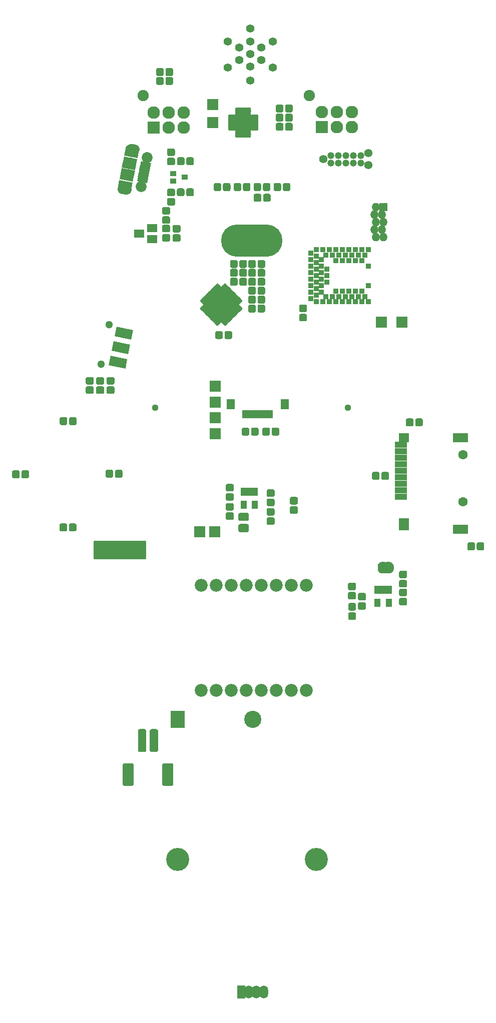
<source format=gbs>
G04 #@! TF.GenerationSoftware,KiCad,Pcbnew,(5.1.0)-1*
G04 #@! TF.CreationDate,2019-06-02T04:00:08-06:00*
G04 #@! TF.ProjectId,hcrn,6863726e-2e6b-4696-9361-645f70636258,0.1*
G04 #@! TF.SameCoordinates,Original*
G04 #@! TF.FileFunction,Soldermask,Bot*
G04 #@! TF.FilePolarity,Negative*
%FSLAX46Y46*%
G04 Gerber Fmt 4.6, Leading zero omitted, Abs format (unit mm)*
G04 Created by KiCad (PCBNEW (5.1.0)-1) date 2019-06-02 04:00:08*
%MOMM*%
%LPD*%
G04 APERTURE LIST*
%ADD10C,1.385520*%
%ADD11C,1.388060*%
%ADD12C,1.184860*%
%ADD13C,0.100000*%
%ADD14C,1.275000*%
%ADD15O,10.400000X5.400000*%
%ADD16C,1.120000*%
%ADD17C,1.400000*%
%ADD18C,3.900000*%
%ADD19C,2.900000*%
%ADD20R,2.400000X2.900000*%
%ADD21C,0.650000*%
%ADD22C,1.900000*%
%ADD23R,2.000000X1.100000*%
%ADD24C,1.600000*%
%ADD25R,1.800000X1.600000*%
%ADD26R,1.800000X2.000000*%
%ADD27R,2.600000X1.600000*%
%ADD28R,1.470000X2.200000*%
%ADD29O,1.470000X2.200000*%
%ADD30R,1.900000X1.900000*%
%ADD31R,0.654000X1.416000*%
%ADD32R,1.416000X1.746200*%
%ADD33C,1.850000*%
%ADD34C,0.800000*%
%ADD35C,1.600000*%
%ADD36C,1.375000*%
%ADD37R,1.800000X1.400000*%
%ADD38C,1.650000*%
%ADD39C,1.300000*%
%ADD40R,1.050000X1.460000*%
%ADD41C,4.000000*%
%ADD42C,0.500000*%
%ADD43C,2.178000*%
%ADD44R,1.100000X0.850000*%
%ADD45C,2.127200*%
%ADD46O,2.127200X2.127200*%
%ADD47R,2.127200X2.127200*%
%ADD48R,0.900000X0.900000*%
%ADD49O,1.400000X1.400000*%
%ADD50R,1.400000X1.400000*%
%ADD51C,0.254000*%
G04 APERTURE END LIST*
D10*
X196340000Y-46274000D03*
X196340000Y-48306000D03*
D11*
X188720000Y-47290000D03*
D12*
X192530000Y-47925000D03*
X192530000Y-46655000D03*
X191260000Y-47925000D03*
X191260000Y-46655000D03*
X189990000Y-47925000D03*
X189990000Y-46655000D03*
X193800000Y-46655000D03*
X193800000Y-47925000D03*
X195070000Y-46655000D03*
X195070000Y-47925000D03*
D13*
G36*
X184137493Y-106021535D02*
G01*
X184168435Y-106026125D01*
X184198778Y-106033725D01*
X184228230Y-106044263D01*
X184256508Y-106057638D01*
X184283338Y-106073719D01*
X184308463Y-106092353D01*
X184331640Y-106113360D01*
X184352647Y-106136537D01*
X184371281Y-106161662D01*
X184387362Y-106188492D01*
X184400737Y-106216770D01*
X184411275Y-106246222D01*
X184418875Y-106276565D01*
X184423465Y-106307507D01*
X184425000Y-106338750D01*
X184425000Y-106976250D01*
X184423465Y-107007493D01*
X184418875Y-107038435D01*
X184411275Y-107068778D01*
X184400737Y-107098230D01*
X184387362Y-107126508D01*
X184371281Y-107153338D01*
X184352647Y-107178463D01*
X184331640Y-107201640D01*
X184308463Y-107222647D01*
X184283338Y-107241281D01*
X184256508Y-107257362D01*
X184228230Y-107270737D01*
X184198778Y-107281275D01*
X184168435Y-107288875D01*
X184137493Y-107293465D01*
X184106250Y-107295000D01*
X183393750Y-107295000D01*
X183362507Y-107293465D01*
X183331565Y-107288875D01*
X183301222Y-107281275D01*
X183271770Y-107270737D01*
X183243492Y-107257362D01*
X183216662Y-107241281D01*
X183191537Y-107222647D01*
X183168360Y-107201640D01*
X183147353Y-107178463D01*
X183128719Y-107153338D01*
X183112638Y-107126508D01*
X183099263Y-107098230D01*
X183088725Y-107068778D01*
X183081125Y-107038435D01*
X183076535Y-107007493D01*
X183075000Y-106976250D01*
X183075000Y-106338750D01*
X183076535Y-106307507D01*
X183081125Y-106276565D01*
X183088725Y-106246222D01*
X183099263Y-106216770D01*
X183112638Y-106188492D01*
X183128719Y-106161662D01*
X183147353Y-106136537D01*
X183168360Y-106113360D01*
X183191537Y-106092353D01*
X183216662Y-106073719D01*
X183243492Y-106057638D01*
X183271770Y-106044263D01*
X183301222Y-106033725D01*
X183331565Y-106026125D01*
X183362507Y-106021535D01*
X183393750Y-106020000D01*
X184106250Y-106020000D01*
X184137493Y-106021535D01*
X184137493Y-106021535D01*
G37*
D14*
X183750000Y-106657500D03*
D13*
G36*
X184137493Y-104446535D02*
G01*
X184168435Y-104451125D01*
X184198778Y-104458725D01*
X184228230Y-104469263D01*
X184256508Y-104482638D01*
X184283338Y-104498719D01*
X184308463Y-104517353D01*
X184331640Y-104538360D01*
X184352647Y-104561537D01*
X184371281Y-104586662D01*
X184387362Y-104613492D01*
X184400737Y-104641770D01*
X184411275Y-104671222D01*
X184418875Y-104701565D01*
X184423465Y-104732507D01*
X184425000Y-104763750D01*
X184425000Y-105401250D01*
X184423465Y-105432493D01*
X184418875Y-105463435D01*
X184411275Y-105493778D01*
X184400737Y-105523230D01*
X184387362Y-105551508D01*
X184371281Y-105578338D01*
X184352647Y-105603463D01*
X184331640Y-105626640D01*
X184308463Y-105647647D01*
X184283338Y-105666281D01*
X184256508Y-105682362D01*
X184228230Y-105695737D01*
X184198778Y-105706275D01*
X184168435Y-105713875D01*
X184137493Y-105718465D01*
X184106250Y-105720000D01*
X183393750Y-105720000D01*
X183362507Y-105718465D01*
X183331565Y-105713875D01*
X183301222Y-105706275D01*
X183271770Y-105695737D01*
X183243492Y-105682362D01*
X183216662Y-105666281D01*
X183191537Y-105647647D01*
X183168360Y-105626640D01*
X183147353Y-105603463D01*
X183128719Y-105578338D01*
X183112638Y-105551508D01*
X183099263Y-105523230D01*
X183088725Y-105493778D01*
X183081125Y-105463435D01*
X183076535Y-105432493D01*
X183075000Y-105401250D01*
X183075000Y-104763750D01*
X183076535Y-104732507D01*
X183081125Y-104701565D01*
X183088725Y-104671222D01*
X183099263Y-104641770D01*
X183112638Y-104613492D01*
X183128719Y-104586662D01*
X183147353Y-104561537D01*
X183168360Y-104538360D01*
X183191537Y-104517353D01*
X183216662Y-104498719D01*
X183243492Y-104482638D01*
X183271770Y-104469263D01*
X183301222Y-104458725D01*
X183331565Y-104451125D01*
X183362507Y-104446535D01*
X183393750Y-104445000D01*
X184106250Y-104445000D01*
X184137493Y-104446535D01*
X184137493Y-104446535D01*
G37*
D14*
X183750000Y-105082500D03*
D15*
X176610000Y-61060000D03*
D16*
X160310000Y-89360000D03*
X192910000Y-89360000D03*
D17*
X176390000Y-29470000D03*
X178223809Y-28408750D03*
X178223809Y-30526250D03*
X176390000Y-31585000D03*
X174556191Y-30526250D03*
X174556191Y-28408750D03*
X176390000Y-27350000D03*
D18*
X164090000Y-165793600D03*
X187585000Y-165793600D03*
D19*
X176790000Y-142070000D03*
D20*
X164090000Y-142070000D03*
D13*
G36*
X176358425Y-39621396D02*
G01*
X176386576Y-39625572D01*
X176414183Y-39632487D01*
X176440978Y-39642075D01*
X176466705Y-39654243D01*
X176491115Y-39668874D01*
X176513974Y-39685827D01*
X176535061Y-39704939D01*
X176554173Y-39726026D01*
X176571126Y-39748885D01*
X176585757Y-39773295D01*
X176597925Y-39799022D01*
X176607513Y-39825817D01*
X176614428Y-39853424D01*
X176618604Y-39881575D01*
X176620000Y-39910000D01*
X176620000Y-42230000D01*
X176618604Y-42258425D01*
X176614428Y-42286576D01*
X176607513Y-42314183D01*
X176597925Y-42340978D01*
X176585757Y-42366705D01*
X176571126Y-42391115D01*
X176554173Y-42413974D01*
X176535061Y-42435061D01*
X176513974Y-42454173D01*
X176491115Y-42471126D01*
X176466705Y-42485757D01*
X176440978Y-42497925D01*
X176414183Y-42507513D01*
X176386576Y-42514428D01*
X176358425Y-42518604D01*
X176330000Y-42520000D01*
X174010000Y-42520000D01*
X173981575Y-42518604D01*
X173953424Y-42514428D01*
X173925817Y-42507513D01*
X173899022Y-42497925D01*
X173873295Y-42485757D01*
X173848885Y-42471126D01*
X173826026Y-42454173D01*
X173804939Y-42435061D01*
X173785827Y-42413974D01*
X173768874Y-42391115D01*
X173754243Y-42366705D01*
X173742075Y-42340978D01*
X173732487Y-42314183D01*
X173725572Y-42286576D01*
X173721396Y-42258425D01*
X173720000Y-42230000D01*
X173720000Y-39910000D01*
X173721396Y-39881575D01*
X173725572Y-39853424D01*
X173732487Y-39825817D01*
X173742075Y-39799022D01*
X173754243Y-39773295D01*
X173768874Y-39748885D01*
X173785827Y-39726026D01*
X173804939Y-39704939D01*
X173826026Y-39685827D01*
X173848885Y-39668874D01*
X173873295Y-39654243D01*
X173899022Y-39642075D01*
X173925817Y-39632487D01*
X173953424Y-39625572D01*
X173981575Y-39621396D01*
X174010000Y-39620000D01*
X176330000Y-39620000D01*
X176358425Y-39621396D01*
X176358425Y-39621396D01*
G37*
D19*
X175170000Y-41070000D03*
D13*
G36*
X177573428Y-39745782D02*
G01*
X177589202Y-39748122D01*
X177604671Y-39751997D01*
X177619686Y-39757370D01*
X177634102Y-39764188D01*
X177647780Y-39772386D01*
X177660589Y-39781886D01*
X177672405Y-39792595D01*
X177683114Y-39804411D01*
X177692614Y-39817220D01*
X177700812Y-39830898D01*
X177707630Y-39845314D01*
X177713003Y-39860329D01*
X177716878Y-39875798D01*
X177719218Y-39891572D01*
X177720000Y-39907500D01*
X177720000Y-40232500D01*
X177719218Y-40248428D01*
X177716878Y-40264202D01*
X177713003Y-40279671D01*
X177707630Y-40294686D01*
X177700812Y-40309102D01*
X177692614Y-40322780D01*
X177683114Y-40335589D01*
X177672405Y-40347405D01*
X177660589Y-40358114D01*
X177647780Y-40367614D01*
X177634102Y-40375812D01*
X177619686Y-40382630D01*
X177604671Y-40388003D01*
X177589202Y-40391878D01*
X177573428Y-40394218D01*
X177557500Y-40395000D01*
X176657500Y-40395000D01*
X176641572Y-40394218D01*
X176625798Y-40391878D01*
X176610329Y-40388003D01*
X176595314Y-40382630D01*
X176580898Y-40375812D01*
X176567220Y-40367614D01*
X176554411Y-40358114D01*
X176542595Y-40347405D01*
X176531886Y-40335589D01*
X176522386Y-40322780D01*
X176514188Y-40309102D01*
X176507370Y-40294686D01*
X176501997Y-40279671D01*
X176498122Y-40264202D01*
X176495782Y-40248428D01*
X176495000Y-40232500D01*
X176495000Y-39907500D01*
X176495782Y-39891572D01*
X176498122Y-39875798D01*
X176501997Y-39860329D01*
X176507370Y-39845314D01*
X176514188Y-39830898D01*
X176522386Y-39817220D01*
X176531886Y-39804411D01*
X176542595Y-39792595D01*
X176554411Y-39781886D01*
X176567220Y-39772386D01*
X176580898Y-39764188D01*
X176595314Y-39757370D01*
X176610329Y-39751997D01*
X176625798Y-39748122D01*
X176641572Y-39745782D01*
X176657500Y-39745000D01*
X177557500Y-39745000D01*
X177573428Y-39745782D01*
X177573428Y-39745782D01*
G37*
D21*
X177107500Y-40070000D03*
D13*
G36*
X177573428Y-40245782D02*
G01*
X177589202Y-40248122D01*
X177604671Y-40251997D01*
X177619686Y-40257370D01*
X177634102Y-40264188D01*
X177647780Y-40272386D01*
X177660589Y-40281886D01*
X177672405Y-40292595D01*
X177683114Y-40304411D01*
X177692614Y-40317220D01*
X177700812Y-40330898D01*
X177707630Y-40345314D01*
X177713003Y-40360329D01*
X177716878Y-40375798D01*
X177719218Y-40391572D01*
X177720000Y-40407500D01*
X177720000Y-40732500D01*
X177719218Y-40748428D01*
X177716878Y-40764202D01*
X177713003Y-40779671D01*
X177707630Y-40794686D01*
X177700812Y-40809102D01*
X177692614Y-40822780D01*
X177683114Y-40835589D01*
X177672405Y-40847405D01*
X177660589Y-40858114D01*
X177647780Y-40867614D01*
X177634102Y-40875812D01*
X177619686Y-40882630D01*
X177604671Y-40888003D01*
X177589202Y-40891878D01*
X177573428Y-40894218D01*
X177557500Y-40895000D01*
X176657500Y-40895000D01*
X176641572Y-40894218D01*
X176625798Y-40891878D01*
X176610329Y-40888003D01*
X176595314Y-40882630D01*
X176580898Y-40875812D01*
X176567220Y-40867614D01*
X176554411Y-40858114D01*
X176542595Y-40847405D01*
X176531886Y-40835589D01*
X176522386Y-40822780D01*
X176514188Y-40809102D01*
X176507370Y-40794686D01*
X176501997Y-40779671D01*
X176498122Y-40764202D01*
X176495782Y-40748428D01*
X176495000Y-40732500D01*
X176495000Y-40407500D01*
X176495782Y-40391572D01*
X176498122Y-40375798D01*
X176501997Y-40360329D01*
X176507370Y-40345314D01*
X176514188Y-40330898D01*
X176522386Y-40317220D01*
X176531886Y-40304411D01*
X176542595Y-40292595D01*
X176554411Y-40281886D01*
X176567220Y-40272386D01*
X176580898Y-40264188D01*
X176595314Y-40257370D01*
X176610329Y-40251997D01*
X176625798Y-40248122D01*
X176641572Y-40245782D01*
X176657500Y-40245000D01*
X177557500Y-40245000D01*
X177573428Y-40245782D01*
X177573428Y-40245782D01*
G37*
D21*
X177107500Y-40570000D03*
D13*
G36*
X177573428Y-40745782D02*
G01*
X177589202Y-40748122D01*
X177604671Y-40751997D01*
X177619686Y-40757370D01*
X177634102Y-40764188D01*
X177647780Y-40772386D01*
X177660589Y-40781886D01*
X177672405Y-40792595D01*
X177683114Y-40804411D01*
X177692614Y-40817220D01*
X177700812Y-40830898D01*
X177707630Y-40845314D01*
X177713003Y-40860329D01*
X177716878Y-40875798D01*
X177719218Y-40891572D01*
X177720000Y-40907500D01*
X177720000Y-41232500D01*
X177719218Y-41248428D01*
X177716878Y-41264202D01*
X177713003Y-41279671D01*
X177707630Y-41294686D01*
X177700812Y-41309102D01*
X177692614Y-41322780D01*
X177683114Y-41335589D01*
X177672405Y-41347405D01*
X177660589Y-41358114D01*
X177647780Y-41367614D01*
X177634102Y-41375812D01*
X177619686Y-41382630D01*
X177604671Y-41388003D01*
X177589202Y-41391878D01*
X177573428Y-41394218D01*
X177557500Y-41395000D01*
X176657500Y-41395000D01*
X176641572Y-41394218D01*
X176625798Y-41391878D01*
X176610329Y-41388003D01*
X176595314Y-41382630D01*
X176580898Y-41375812D01*
X176567220Y-41367614D01*
X176554411Y-41358114D01*
X176542595Y-41347405D01*
X176531886Y-41335589D01*
X176522386Y-41322780D01*
X176514188Y-41309102D01*
X176507370Y-41294686D01*
X176501997Y-41279671D01*
X176498122Y-41264202D01*
X176495782Y-41248428D01*
X176495000Y-41232500D01*
X176495000Y-40907500D01*
X176495782Y-40891572D01*
X176498122Y-40875798D01*
X176501997Y-40860329D01*
X176507370Y-40845314D01*
X176514188Y-40830898D01*
X176522386Y-40817220D01*
X176531886Y-40804411D01*
X176542595Y-40792595D01*
X176554411Y-40781886D01*
X176567220Y-40772386D01*
X176580898Y-40764188D01*
X176595314Y-40757370D01*
X176610329Y-40751997D01*
X176625798Y-40748122D01*
X176641572Y-40745782D01*
X176657500Y-40745000D01*
X177557500Y-40745000D01*
X177573428Y-40745782D01*
X177573428Y-40745782D01*
G37*
D21*
X177107500Y-41070000D03*
D13*
G36*
X177573428Y-41245782D02*
G01*
X177589202Y-41248122D01*
X177604671Y-41251997D01*
X177619686Y-41257370D01*
X177634102Y-41264188D01*
X177647780Y-41272386D01*
X177660589Y-41281886D01*
X177672405Y-41292595D01*
X177683114Y-41304411D01*
X177692614Y-41317220D01*
X177700812Y-41330898D01*
X177707630Y-41345314D01*
X177713003Y-41360329D01*
X177716878Y-41375798D01*
X177719218Y-41391572D01*
X177720000Y-41407500D01*
X177720000Y-41732500D01*
X177719218Y-41748428D01*
X177716878Y-41764202D01*
X177713003Y-41779671D01*
X177707630Y-41794686D01*
X177700812Y-41809102D01*
X177692614Y-41822780D01*
X177683114Y-41835589D01*
X177672405Y-41847405D01*
X177660589Y-41858114D01*
X177647780Y-41867614D01*
X177634102Y-41875812D01*
X177619686Y-41882630D01*
X177604671Y-41888003D01*
X177589202Y-41891878D01*
X177573428Y-41894218D01*
X177557500Y-41895000D01*
X176657500Y-41895000D01*
X176641572Y-41894218D01*
X176625798Y-41891878D01*
X176610329Y-41888003D01*
X176595314Y-41882630D01*
X176580898Y-41875812D01*
X176567220Y-41867614D01*
X176554411Y-41858114D01*
X176542595Y-41847405D01*
X176531886Y-41835589D01*
X176522386Y-41822780D01*
X176514188Y-41809102D01*
X176507370Y-41794686D01*
X176501997Y-41779671D01*
X176498122Y-41764202D01*
X176495782Y-41748428D01*
X176495000Y-41732500D01*
X176495000Y-41407500D01*
X176495782Y-41391572D01*
X176498122Y-41375798D01*
X176501997Y-41360329D01*
X176507370Y-41345314D01*
X176514188Y-41330898D01*
X176522386Y-41317220D01*
X176531886Y-41304411D01*
X176542595Y-41292595D01*
X176554411Y-41281886D01*
X176567220Y-41272386D01*
X176580898Y-41264188D01*
X176595314Y-41257370D01*
X176610329Y-41251997D01*
X176625798Y-41248122D01*
X176641572Y-41245782D01*
X176657500Y-41245000D01*
X177557500Y-41245000D01*
X177573428Y-41245782D01*
X177573428Y-41245782D01*
G37*
D21*
X177107500Y-41570000D03*
D13*
G36*
X177573428Y-41745782D02*
G01*
X177589202Y-41748122D01*
X177604671Y-41751997D01*
X177619686Y-41757370D01*
X177634102Y-41764188D01*
X177647780Y-41772386D01*
X177660589Y-41781886D01*
X177672405Y-41792595D01*
X177683114Y-41804411D01*
X177692614Y-41817220D01*
X177700812Y-41830898D01*
X177707630Y-41845314D01*
X177713003Y-41860329D01*
X177716878Y-41875798D01*
X177719218Y-41891572D01*
X177720000Y-41907500D01*
X177720000Y-42232500D01*
X177719218Y-42248428D01*
X177716878Y-42264202D01*
X177713003Y-42279671D01*
X177707630Y-42294686D01*
X177700812Y-42309102D01*
X177692614Y-42322780D01*
X177683114Y-42335589D01*
X177672405Y-42347405D01*
X177660589Y-42358114D01*
X177647780Y-42367614D01*
X177634102Y-42375812D01*
X177619686Y-42382630D01*
X177604671Y-42388003D01*
X177589202Y-42391878D01*
X177573428Y-42394218D01*
X177557500Y-42395000D01*
X176657500Y-42395000D01*
X176641572Y-42394218D01*
X176625798Y-42391878D01*
X176610329Y-42388003D01*
X176595314Y-42382630D01*
X176580898Y-42375812D01*
X176567220Y-42367614D01*
X176554411Y-42358114D01*
X176542595Y-42347405D01*
X176531886Y-42335589D01*
X176522386Y-42322780D01*
X176514188Y-42309102D01*
X176507370Y-42294686D01*
X176501997Y-42279671D01*
X176498122Y-42264202D01*
X176495782Y-42248428D01*
X176495000Y-42232500D01*
X176495000Y-41907500D01*
X176495782Y-41891572D01*
X176498122Y-41875798D01*
X176501997Y-41860329D01*
X176507370Y-41845314D01*
X176514188Y-41830898D01*
X176522386Y-41817220D01*
X176531886Y-41804411D01*
X176542595Y-41792595D01*
X176554411Y-41781886D01*
X176567220Y-41772386D01*
X176580898Y-41764188D01*
X176595314Y-41757370D01*
X176610329Y-41751997D01*
X176625798Y-41748122D01*
X176641572Y-41745782D01*
X176657500Y-41745000D01*
X177557500Y-41745000D01*
X177573428Y-41745782D01*
X177573428Y-41745782D01*
G37*
D21*
X177107500Y-42070000D03*
D13*
G36*
X176348428Y-42395782D02*
G01*
X176364202Y-42398122D01*
X176379671Y-42401997D01*
X176394686Y-42407370D01*
X176409102Y-42414188D01*
X176422780Y-42422386D01*
X176435589Y-42431886D01*
X176447405Y-42442595D01*
X176458114Y-42454411D01*
X176467614Y-42467220D01*
X176475812Y-42480898D01*
X176482630Y-42495314D01*
X176488003Y-42510329D01*
X176491878Y-42525798D01*
X176494218Y-42541572D01*
X176495000Y-42557500D01*
X176495000Y-43457500D01*
X176494218Y-43473428D01*
X176491878Y-43489202D01*
X176488003Y-43504671D01*
X176482630Y-43519686D01*
X176475812Y-43534102D01*
X176467614Y-43547780D01*
X176458114Y-43560589D01*
X176447405Y-43572405D01*
X176435589Y-43583114D01*
X176422780Y-43592614D01*
X176409102Y-43600812D01*
X176394686Y-43607630D01*
X176379671Y-43613003D01*
X176364202Y-43616878D01*
X176348428Y-43619218D01*
X176332500Y-43620000D01*
X176007500Y-43620000D01*
X175991572Y-43619218D01*
X175975798Y-43616878D01*
X175960329Y-43613003D01*
X175945314Y-43607630D01*
X175930898Y-43600812D01*
X175917220Y-43592614D01*
X175904411Y-43583114D01*
X175892595Y-43572405D01*
X175881886Y-43560589D01*
X175872386Y-43547780D01*
X175864188Y-43534102D01*
X175857370Y-43519686D01*
X175851997Y-43504671D01*
X175848122Y-43489202D01*
X175845782Y-43473428D01*
X175845000Y-43457500D01*
X175845000Y-42557500D01*
X175845782Y-42541572D01*
X175848122Y-42525798D01*
X175851997Y-42510329D01*
X175857370Y-42495314D01*
X175864188Y-42480898D01*
X175872386Y-42467220D01*
X175881886Y-42454411D01*
X175892595Y-42442595D01*
X175904411Y-42431886D01*
X175917220Y-42422386D01*
X175930898Y-42414188D01*
X175945314Y-42407370D01*
X175960329Y-42401997D01*
X175975798Y-42398122D01*
X175991572Y-42395782D01*
X176007500Y-42395000D01*
X176332500Y-42395000D01*
X176348428Y-42395782D01*
X176348428Y-42395782D01*
G37*
D21*
X176170000Y-43007500D03*
D13*
G36*
X175848428Y-42395782D02*
G01*
X175864202Y-42398122D01*
X175879671Y-42401997D01*
X175894686Y-42407370D01*
X175909102Y-42414188D01*
X175922780Y-42422386D01*
X175935589Y-42431886D01*
X175947405Y-42442595D01*
X175958114Y-42454411D01*
X175967614Y-42467220D01*
X175975812Y-42480898D01*
X175982630Y-42495314D01*
X175988003Y-42510329D01*
X175991878Y-42525798D01*
X175994218Y-42541572D01*
X175995000Y-42557500D01*
X175995000Y-43457500D01*
X175994218Y-43473428D01*
X175991878Y-43489202D01*
X175988003Y-43504671D01*
X175982630Y-43519686D01*
X175975812Y-43534102D01*
X175967614Y-43547780D01*
X175958114Y-43560589D01*
X175947405Y-43572405D01*
X175935589Y-43583114D01*
X175922780Y-43592614D01*
X175909102Y-43600812D01*
X175894686Y-43607630D01*
X175879671Y-43613003D01*
X175864202Y-43616878D01*
X175848428Y-43619218D01*
X175832500Y-43620000D01*
X175507500Y-43620000D01*
X175491572Y-43619218D01*
X175475798Y-43616878D01*
X175460329Y-43613003D01*
X175445314Y-43607630D01*
X175430898Y-43600812D01*
X175417220Y-43592614D01*
X175404411Y-43583114D01*
X175392595Y-43572405D01*
X175381886Y-43560589D01*
X175372386Y-43547780D01*
X175364188Y-43534102D01*
X175357370Y-43519686D01*
X175351997Y-43504671D01*
X175348122Y-43489202D01*
X175345782Y-43473428D01*
X175345000Y-43457500D01*
X175345000Y-42557500D01*
X175345782Y-42541572D01*
X175348122Y-42525798D01*
X175351997Y-42510329D01*
X175357370Y-42495314D01*
X175364188Y-42480898D01*
X175372386Y-42467220D01*
X175381886Y-42454411D01*
X175392595Y-42442595D01*
X175404411Y-42431886D01*
X175417220Y-42422386D01*
X175430898Y-42414188D01*
X175445314Y-42407370D01*
X175460329Y-42401997D01*
X175475798Y-42398122D01*
X175491572Y-42395782D01*
X175507500Y-42395000D01*
X175832500Y-42395000D01*
X175848428Y-42395782D01*
X175848428Y-42395782D01*
G37*
D21*
X175670000Y-43007500D03*
D13*
G36*
X175348428Y-42395782D02*
G01*
X175364202Y-42398122D01*
X175379671Y-42401997D01*
X175394686Y-42407370D01*
X175409102Y-42414188D01*
X175422780Y-42422386D01*
X175435589Y-42431886D01*
X175447405Y-42442595D01*
X175458114Y-42454411D01*
X175467614Y-42467220D01*
X175475812Y-42480898D01*
X175482630Y-42495314D01*
X175488003Y-42510329D01*
X175491878Y-42525798D01*
X175494218Y-42541572D01*
X175495000Y-42557500D01*
X175495000Y-43457500D01*
X175494218Y-43473428D01*
X175491878Y-43489202D01*
X175488003Y-43504671D01*
X175482630Y-43519686D01*
X175475812Y-43534102D01*
X175467614Y-43547780D01*
X175458114Y-43560589D01*
X175447405Y-43572405D01*
X175435589Y-43583114D01*
X175422780Y-43592614D01*
X175409102Y-43600812D01*
X175394686Y-43607630D01*
X175379671Y-43613003D01*
X175364202Y-43616878D01*
X175348428Y-43619218D01*
X175332500Y-43620000D01*
X175007500Y-43620000D01*
X174991572Y-43619218D01*
X174975798Y-43616878D01*
X174960329Y-43613003D01*
X174945314Y-43607630D01*
X174930898Y-43600812D01*
X174917220Y-43592614D01*
X174904411Y-43583114D01*
X174892595Y-43572405D01*
X174881886Y-43560589D01*
X174872386Y-43547780D01*
X174864188Y-43534102D01*
X174857370Y-43519686D01*
X174851997Y-43504671D01*
X174848122Y-43489202D01*
X174845782Y-43473428D01*
X174845000Y-43457500D01*
X174845000Y-42557500D01*
X174845782Y-42541572D01*
X174848122Y-42525798D01*
X174851997Y-42510329D01*
X174857370Y-42495314D01*
X174864188Y-42480898D01*
X174872386Y-42467220D01*
X174881886Y-42454411D01*
X174892595Y-42442595D01*
X174904411Y-42431886D01*
X174917220Y-42422386D01*
X174930898Y-42414188D01*
X174945314Y-42407370D01*
X174960329Y-42401997D01*
X174975798Y-42398122D01*
X174991572Y-42395782D01*
X175007500Y-42395000D01*
X175332500Y-42395000D01*
X175348428Y-42395782D01*
X175348428Y-42395782D01*
G37*
D21*
X175170000Y-43007500D03*
D13*
G36*
X174848428Y-42395782D02*
G01*
X174864202Y-42398122D01*
X174879671Y-42401997D01*
X174894686Y-42407370D01*
X174909102Y-42414188D01*
X174922780Y-42422386D01*
X174935589Y-42431886D01*
X174947405Y-42442595D01*
X174958114Y-42454411D01*
X174967614Y-42467220D01*
X174975812Y-42480898D01*
X174982630Y-42495314D01*
X174988003Y-42510329D01*
X174991878Y-42525798D01*
X174994218Y-42541572D01*
X174995000Y-42557500D01*
X174995000Y-43457500D01*
X174994218Y-43473428D01*
X174991878Y-43489202D01*
X174988003Y-43504671D01*
X174982630Y-43519686D01*
X174975812Y-43534102D01*
X174967614Y-43547780D01*
X174958114Y-43560589D01*
X174947405Y-43572405D01*
X174935589Y-43583114D01*
X174922780Y-43592614D01*
X174909102Y-43600812D01*
X174894686Y-43607630D01*
X174879671Y-43613003D01*
X174864202Y-43616878D01*
X174848428Y-43619218D01*
X174832500Y-43620000D01*
X174507500Y-43620000D01*
X174491572Y-43619218D01*
X174475798Y-43616878D01*
X174460329Y-43613003D01*
X174445314Y-43607630D01*
X174430898Y-43600812D01*
X174417220Y-43592614D01*
X174404411Y-43583114D01*
X174392595Y-43572405D01*
X174381886Y-43560589D01*
X174372386Y-43547780D01*
X174364188Y-43534102D01*
X174357370Y-43519686D01*
X174351997Y-43504671D01*
X174348122Y-43489202D01*
X174345782Y-43473428D01*
X174345000Y-43457500D01*
X174345000Y-42557500D01*
X174345782Y-42541572D01*
X174348122Y-42525798D01*
X174351997Y-42510329D01*
X174357370Y-42495314D01*
X174364188Y-42480898D01*
X174372386Y-42467220D01*
X174381886Y-42454411D01*
X174392595Y-42442595D01*
X174404411Y-42431886D01*
X174417220Y-42422386D01*
X174430898Y-42414188D01*
X174445314Y-42407370D01*
X174460329Y-42401997D01*
X174475798Y-42398122D01*
X174491572Y-42395782D01*
X174507500Y-42395000D01*
X174832500Y-42395000D01*
X174848428Y-42395782D01*
X174848428Y-42395782D01*
G37*
D21*
X174670000Y-43007500D03*
D13*
G36*
X174348428Y-42395782D02*
G01*
X174364202Y-42398122D01*
X174379671Y-42401997D01*
X174394686Y-42407370D01*
X174409102Y-42414188D01*
X174422780Y-42422386D01*
X174435589Y-42431886D01*
X174447405Y-42442595D01*
X174458114Y-42454411D01*
X174467614Y-42467220D01*
X174475812Y-42480898D01*
X174482630Y-42495314D01*
X174488003Y-42510329D01*
X174491878Y-42525798D01*
X174494218Y-42541572D01*
X174495000Y-42557500D01*
X174495000Y-43457500D01*
X174494218Y-43473428D01*
X174491878Y-43489202D01*
X174488003Y-43504671D01*
X174482630Y-43519686D01*
X174475812Y-43534102D01*
X174467614Y-43547780D01*
X174458114Y-43560589D01*
X174447405Y-43572405D01*
X174435589Y-43583114D01*
X174422780Y-43592614D01*
X174409102Y-43600812D01*
X174394686Y-43607630D01*
X174379671Y-43613003D01*
X174364202Y-43616878D01*
X174348428Y-43619218D01*
X174332500Y-43620000D01*
X174007500Y-43620000D01*
X173991572Y-43619218D01*
X173975798Y-43616878D01*
X173960329Y-43613003D01*
X173945314Y-43607630D01*
X173930898Y-43600812D01*
X173917220Y-43592614D01*
X173904411Y-43583114D01*
X173892595Y-43572405D01*
X173881886Y-43560589D01*
X173872386Y-43547780D01*
X173864188Y-43534102D01*
X173857370Y-43519686D01*
X173851997Y-43504671D01*
X173848122Y-43489202D01*
X173845782Y-43473428D01*
X173845000Y-43457500D01*
X173845000Y-42557500D01*
X173845782Y-42541572D01*
X173848122Y-42525798D01*
X173851997Y-42510329D01*
X173857370Y-42495314D01*
X173864188Y-42480898D01*
X173872386Y-42467220D01*
X173881886Y-42454411D01*
X173892595Y-42442595D01*
X173904411Y-42431886D01*
X173917220Y-42422386D01*
X173930898Y-42414188D01*
X173945314Y-42407370D01*
X173960329Y-42401997D01*
X173975798Y-42398122D01*
X173991572Y-42395782D01*
X174007500Y-42395000D01*
X174332500Y-42395000D01*
X174348428Y-42395782D01*
X174348428Y-42395782D01*
G37*
D21*
X174170000Y-43007500D03*
D13*
G36*
X173698428Y-41745782D02*
G01*
X173714202Y-41748122D01*
X173729671Y-41751997D01*
X173744686Y-41757370D01*
X173759102Y-41764188D01*
X173772780Y-41772386D01*
X173785589Y-41781886D01*
X173797405Y-41792595D01*
X173808114Y-41804411D01*
X173817614Y-41817220D01*
X173825812Y-41830898D01*
X173832630Y-41845314D01*
X173838003Y-41860329D01*
X173841878Y-41875798D01*
X173844218Y-41891572D01*
X173845000Y-41907500D01*
X173845000Y-42232500D01*
X173844218Y-42248428D01*
X173841878Y-42264202D01*
X173838003Y-42279671D01*
X173832630Y-42294686D01*
X173825812Y-42309102D01*
X173817614Y-42322780D01*
X173808114Y-42335589D01*
X173797405Y-42347405D01*
X173785589Y-42358114D01*
X173772780Y-42367614D01*
X173759102Y-42375812D01*
X173744686Y-42382630D01*
X173729671Y-42388003D01*
X173714202Y-42391878D01*
X173698428Y-42394218D01*
X173682500Y-42395000D01*
X172782500Y-42395000D01*
X172766572Y-42394218D01*
X172750798Y-42391878D01*
X172735329Y-42388003D01*
X172720314Y-42382630D01*
X172705898Y-42375812D01*
X172692220Y-42367614D01*
X172679411Y-42358114D01*
X172667595Y-42347405D01*
X172656886Y-42335589D01*
X172647386Y-42322780D01*
X172639188Y-42309102D01*
X172632370Y-42294686D01*
X172626997Y-42279671D01*
X172623122Y-42264202D01*
X172620782Y-42248428D01*
X172620000Y-42232500D01*
X172620000Y-41907500D01*
X172620782Y-41891572D01*
X172623122Y-41875798D01*
X172626997Y-41860329D01*
X172632370Y-41845314D01*
X172639188Y-41830898D01*
X172647386Y-41817220D01*
X172656886Y-41804411D01*
X172667595Y-41792595D01*
X172679411Y-41781886D01*
X172692220Y-41772386D01*
X172705898Y-41764188D01*
X172720314Y-41757370D01*
X172735329Y-41751997D01*
X172750798Y-41748122D01*
X172766572Y-41745782D01*
X172782500Y-41745000D01*
X173682500Y-41745000D01*
X173698428Y-41745782D01*
X173698428Y-41745782D01*
G37*
D21*
X173232500Y-42070000D03*
D13*
G36*
X173698428Y-41245782D02*
G01*
X173714202Y-41248122D01*
X173729671Y-41251997D01*
X173744686Y-41257370D01*
X173759102Y-41264188D01*
X173772780Y-41272386D01*
X173785589Y-41281886D01*
X173797405Y-41292595D01*
X173808114Y-41304411D01*
X173817614Y-41317220D01*
X173825812Y-41330898D01*
X173832630Y-41345314D01*
X173838003Y-41360329D01*
X173841878Y-41375798D01*
X173844218Y-41391572D01*
X173845000Y-41407500D01*
X173845000Y-41732500D01*
X173844218Y-41748428D01*
X173841878Y-41764202D01*
X173838003Y-41779671D01*
X173832630Y-41794686D01*
X173825812Y-41809102D01*
X173817614Y-41822780D01*
X173808114Y-41835589D01*
X173797405Y-41847405D01*
X173785589Y-41858114D01*
X173772780Y-41867614D01*
X173759102Y-41875812D01*
X173744686Y-41882630D01*
X173729671Y-41888003D01*
X173714202Y-41891878D01*
X173698428Y-41894218D01*
X173682500Y-41895000D01*
X172782500Y-41895000D01*
X172766572Y-41894218D01*
X172750798Y-41891878D01*
X172735329Y-41888003D01*
X172720314Y-41882630D01*
X172705898Y-41875812D01*
X172692220Y-41867614D01*
X172679411Y-41858114D01*
X172667595Y-41847405D01*
X172656886Y-41835589D01*
X172647386Y-41822780D01*
X172639188Y-41809102D01*
X172632370Y-41794686D01*
X172626997Y-41779671D01*
X172623122Y-41764202D01*
X172620782Y-41748428D01*
X172620000Y-41732500D01*
X172620000Y-41407500D01*
X172620782Y-41391572D01*
X172623122Y-41375798D01*
X172626997Y-41360329D01*
X172632370Y-41345314D01*
X172639188Y-41330898D01*
X172647386Y-41317220D01*
X172656886Y-41304411D01*
X172667595Y-41292595D01*
X172679411Y-41281886D01*
X172692220Y-41272386D01*
X172705898Y-41264188D01*
X172720314Y-41257370D01*
X172735329Y-41251997D01*
X172750798Y-41248122D01*
X172766572Y-41245782D01*
X172782500Y-41245000D01*
X173682500Y-41245000D01*
X173698428Y-41245782D01*
X173698428Y-41245782D01*
G37*
D21*
X173232500Y-41570000D03*
D13*
G36*
X173698428Y-40745782D02*
G01*
X173714202Y-40748122D01*
X173729671Y-40751997D01*
X173744686Y-40757370D01*
X173759102Y-40764188D01*
X173772780Y-40772386D01*
X173785589Y-40781886D01*
X173797405Y-40792595D01*
X173808114Y-40804411D01*
X173817614Y-40817220D01*
X173825812Y-40830898D01*
X173832630Y-40845314D01*
X173838003Y-40860329D01*
X173841878Y-40875798D01*
X173844218Y-40891572D01*
X173845000Y-40907500D01*
X173845000Y-41232500D01*
X173844218Y-41248428D01*
X173841878Y-41264202D01*
X173838003Y-41279671D01*
X173832630Y-41294686D01*
X173825812Y-41309102D01*
X173817614Y-41322780D01*
X173808114Y-41335589D01*
X173797405Y-41347405D01*
X173785589Y-41358114D01*
X173772780Y-41367614D01*
X173759102Y-41375812D01*
X173744686Y-41382630D01*
X173729671Y-41388003D01*
X173714202Y-41391878D01*
X173698428Y-41394218D01*
X173682500Y-41395000D01*
X172782500Y-41395000D01*
X172766572Y-41394218D01*
X172750798Y-41391878D01*
X172735329Y-41388003D01*
X172720314Y-41382630D01*
X172705898Y-41375812D01*
X172692220Y-41367614D01*
X172679411Y-41358114D01*
X172667595Y-41347405D01*
X172656886Y-41335589D01*
X172647386Y-41322780D01*
X172639188Y-41309102D01*
X172632370Y-41294686D01*
X172626997Y-41279671D01*
X172623122Y-41264202D01*
X172620782Y-41248428D01*
X172620000Y-41232500D01*
X172620000Y-40907500D01*
X172620782Y-40891572D01*
X172623122Y-40875798D01*
X172626997Y-40860329D01*
X172632370Y-40845314D01*
X172639188Y-40830898D01*
X172647386Y-40817220D01*
X172656886Y-40804411D01*
X172667595Y-40792595D01*
X172679411Y-40781886D01*
X172692220Y-40772386D01*
X172705898Y-40764188D01*
X172720314Y-40757370D01*
X172735329Y-40751997D01*
X172750798Y-40748122D01*
X172766572Y-40745782D01*
X172782500Y-40745000D01*
X173682500Y-40745000D01*
X173698428Y-40745782D01*
X173698428Y-40745782D01*
G37*
D21*
X173232500Y-41070000D03*
D13*
G36*
X173698428Y-40245782D02*
G01*
X173714202Y-40248122D01*
X173729671Y-40251997D01*
X173744686Y-40257370D01*
X173759102Y-40264188D01*
X173772780Y-40272386D01*
X173785589Y-40281886D01*
X173797405Y-40292595D01*
X173808114Y-40304411D01*
X173817614Y-40317220D01*
X173825812Y-40330898D01*
X173832630Y-40345314D01*
X173838003Y-40360329D01*
X173841878Y-40375798D01*
X173844218Y-40391572D01*
X173845000Y-40407500D01*
X173845000Y-40732500D01*
X173844218Y-40748428D01*
X173841878Y-40764202D01*
X173838003Y-40779671D01*
X173832630Y-40794686D01*
X173825812Y-40809102D01*
X173817614Y-40822780D01*
X173808114Y-40835589D01*
X173797405Y-40847405D01*
X173785589Y-40858114D01*
X173772780Y-40867614D01*
X173759102Y-40875812D01*
X173744686Y-40882630D01*
X173729671Y-40888003D01*
X173714202Y-40891878D01*
X173698428Y-40894218D01*
X173682500Y-40895000D01*
X172782500Y-40895000D01*
X172766572Y-40894218D01*
X172750798Y-40891878D01*
X172735329Y-40888003D01*
X172720314Y-40882630D01*
X172705898Y-40875812D01*
X172692220Y-40867614D01*
X172679411Y-40858114D01*
X172667595Y-40847405D01*
X172656886Y-40835589D01*
X172647386Y-40822780D01*
X172639188Y-40809102D01*
X172632370Y-40794686D01*
X172626997Y-40779671D01*
X172623122Y-40764202D01*
X172620782Y-40748428D01*
X172620000Y-40732500D01*
X172620000Y-40407500D01*
X172620782Y-40391572D01*
X172623122Y-40375798D01*
X172626997Y-40360329D01*
X172632370Y-40345314D01*
X172639188Y-40330898D01*
X172647386Y-40317220D01*
X172656886Y-40304411D01*
X172667595Y-40292595D01*
X172679411Y-40281886D01*
X172692220Y-40272386D01*
X172705898Y-40264188D01*
X172720314Y-40257370D01*
X172735329Y-40251997D01*
X172750798Y-40248122D01*
X172766572Y-40245782D01*
X172782500Y-40245000D01*
X173682500Y-40245000D01*
X173698428Y-40245782D01*
X173698428Y-40245782D01*
G37*
D21*
X173232500Y-40570000D03*
D13*
G36*
X173698428Y-39745782D02*
G01*
X173714202Y-39748122D01*
X173729671Y-39751997D01*
X173744686Y-39757370D01*
X173759102Y-39764188D01*
X173772780Y-39772386D01*
X173785589Y-39781886D01*
X173797405Y-39792595D01*
X173808114Y-39804411D01*
X173817614Y-39817220D01*
X173825812Y-39830898D01*
X173832630Y-39845314D01*
X173838003Y-39860329D01*
X173841878Y-39875798D01*
X173844218Y-39891572D01*
X173845000Y-39907500D01*
X173845000Y-40232500D01*
X173844218Y-40248428D01*
X173841878Y-40264202D01*
X173838003Y-40279671D01*
X173832630Y-40294686D01*
X173825812Y-40309102D01*
X173817614Y-40322780D01*
X173808114Y-40335589D01*
X173797405Y-40347405D01*
X173785589Y-40358114D01*
X173772780Y-40367614D01*
X173759102Y-40375812D01*
X173744686Y-40382630D01*
X173729671Y-40388003D01*
X173714202Y-40391878D01*
X173698428Y-40394218D01*
X173682500Y-40395000D01*
X172782500Y-40395000D01*
X172766572Y-40394218D01*
X172750798Y-40391878D01*
X172735329Y-40388003D01*
X172720314Y-40382630D01*
X172705898Y-40375812D01*
X172692220Y-40367614D01*
X172679411Y-40358114D01*
X172667595Y-40347405D01*
X172656886Y-40335589D01*
X172647386Y-40322780D01*
X172639188Y-40309102D01*
X172632370Y-40294686D01*
X172626997Y-40279671D01*
X172623122Y-40264202D01*
X172620782Y-40248428D01*
X172620000Y-40232500D01*
X172620000Y-39907500D01*
X172620782Y-39891572D01*
X172623122Y-39875798D01*
X172626997Y-39860329D01*
X172632370Y-39845314D01*
X172639188Y-39830898D01*
X172647386Y-39817220D01*
X172656886Y-39804411D01*
X172667595Y-39792595D01*
X172679411Y-39781886D01*
X172692220Y-39772386D01*
X172705898Y-39764188D01*
X172720314Y-39757370D01*
X172735329Y-39751997D01*
X172750798Y-39748122D01*
X172766572Y-39745782D01*
X172782500Y-39745000D01*
X173682500Y-39745000D01*
X173698428Y-39745782D01*
X173698428Y-39745782D01*
G37*
D21*
X173232500Y-40070000D03*
D13*
G36*
X174348428Y-38520782D02*
G01*
X174364202Y-38523122D01*
X174379671Y-38526997D01*
X174394686Y-38532370D01*
X174409102Y-38539188D01*
X174422780Y-38547386D01*
X174435589Y-38556886D01*
X174447405Y-38567595D01*
X174458114Y-38579411D01*
X174467614Y-38592220D01*
X174475812Y-38605898D01*
X174482630Y-38620314D01*
X174488003Y-38635329D01*
X174491878Y-38650798D01*
X174494218Y-38666572D01*
X174495000Y-38682500D01*
X174495000Y-39582500D01*
X174494218Y-39598428D01*
X174491878Y-39614202D01*
X174488003Y-39629671D01*
X174482630Y-39644686D01*
X174475812Y-39659102D01*
X174467614Y-39672780D01*
X174458114Y-39685589D01*
X174447405Y-39697405D01*
X174435589Y-39708114D01*
X174422780Y-39717614D01*
X174409102Y-39725812D01*
X174394686Y-39732630D01*
X174379671Y-39738003D01*
X174364202Y-39741878D01*
X174348428Y-39744218D01*
X174332500Y-39745000D01*
X174007500Y-39745000D01*
X173991572Y-39744218D01*
X173975798Y-39741878D01*
X173960329Y-39738003D01*
X173945314Y-39732630D01*
X173930898Y-39725812D01*
X173917220Y-39717614D01*
X173904411Y-39708114D01*
X173892595Y-39697405D01*
X173881886Y-39685589D01*
X173872386Y-39672780D01*
X173864188Y-39659102D01*
X173857370Y-39644686D01*
X173851997Y-39629671D01*
X173848122Y-39614202D01*
X173845782Y-39598428D01*
X173845000Y-39582500D01*
X173845000Y-38682500D01*
X173845782Y-38666572D01*
X173848122Y-38650798D01*
X173851997Y-38635329D01*
X173857370Y-38620314D01*
X173864188Y-38605898D01*
X173872386Y-38592220D01*
X173881886Y-38579411D01*
X173892595Y-38567595D01*
X173904411Y-38556886D01*
X173917220Y-38547386D01*
X173930898Y-38539188D01*
X173945314Y-38532370D01*
X173960329Y-38526997D01*
X173975798Y-38523122D01*
X173991572Y-38520782D01*
X174007500Y-38520000D01*
X174332500Y-38520000D01*
X174348428Y-38520782D01*
X174348428Y-38520782D01*
G37*
D21*
X174170000Y-39132500D03*
D13*
G36*
X174848428Y-38520782D02*
G01*
X174864202Y-38523122D01*
X174879671Y-38526997D01*
X174894686Y-38532370D01*
X174909102Y-38539188D01*
X174922780Y-38547386D01*
X174935589Y-38556886D01*
X174947405Y-38567595D01*
X174958114Y-38579411D01*
X174967614Y-38592220D01*
X174975812Y-38605898D01*
X174982630Y-38620314D01*
X174988003Y-38635329D01*
X174991878Y-38650798D01*
X174994218Y-38666572D01*
X174995000Y-38682500D01*
X174995000Y-39582500D01*
X174994218Y-39598428D01*
X174991878Y-39614202D01*
X174988003Y-39629671D01*
X174982630Y-39644686D01*
X174975812Y-39659102D01*
X174967614Y-39672780D01*
X174958114Y-39685589D01*
X174947405Y-39697405D01*
X174935589Y-39708114D01*
X174922780Y-39717614D01*
X174909102Y-39725812D01*
X174894686Y-39732630D01*
X174879671Y-39738003D01*
X174864202Y-39741878D01*
X174848428Y-39744218D01*
X174832500Y-39745000D01*
X174507500Y-39745000D01*
X174491572Y-39744218D01*
X174475798Y-39741878D01*
X174460329Y-39738003D01*
X174445314Y-39732630D01*
X174430898Y-39725812D01*
X174417220Y-39717614D01*
X174404411Y-39708114D01*
X174392595Y-39697405D01*
X174381886Y-39685589D01*
X174372386Y-39672780D01*
X174364188Y-39659102D01*
X174357370Y-39644686D01*
X174351997Y-39629671D01*
X174348122Y-39614202D01*
X174345782Y-39598428D01*
X174345000Y-39582500D01*
X174345000Y-38682500D01*
X174345782Y-38666572D01*
X174348122Y-38650798D01*
X174351997Y-38635329D01*
X174357370Y-38620314D01*
X174364188Y-38605898D01*
X174372386Y-38592220D01*
X174381886Y-38579411D01*
X174392595Y-38567595D01*
X174404411Y-38556886D01*
X174417220Y-38547386D01*
X174430898Y-38539188D01*
X174445314Y-38532370D01*
X174460329Y-38526997D01*
X174475798Y-38523122D01*
X174491572Y-38520782D01*
X174507500Y-38520000D01*
X174832500Y-38520000D01*
X174848428Y-38520782D01*
X174848428Y-38520782D01*
G37*
D21*
X174670000Y-39132500D03*
D13*
G36*
X175348428Y-38520782D02*
G01*
X175364202Y-38523122D01*
X175379671Y-38526997D01*
X175394686Y-38532370D01*
X175409102Y-38539188D01*
X175422780Y-38547386D01*
X175435589Y-38556886D01*
X175447405Y-38567595D01*
X175458114Y-38579411D01*
X175467614Y-38592220D01*
X175475812Y-38605898D01*
X175482630Y-38620314D01*
X175488003Y-38635329D01*
X175491878Y-38650798D01*
X175494218Y-38666572D01*
X175495000Y-38682500D01*
X175495000Y-39582500D01*
X175494218Y-39598428D01*
X175491878Y-39614202D01*
X175488003Y-39629671D01*
X175482630Y-39644686D01*
X175475812Y-39659102D01*
X175467614Y-39672780D01*
X175458114Y-39685589D01*
X175447405Y-39697405D01*
X175435589Y-39708114D01*
X175422780Y-39717614D01*
X175409102Y-39725812D01*
X175394686Y-39732630D01*
X175379671Y-39738003D01*
X175364202Y-39741878D01*
X175348428Y-39744218D01*
X175332500Y-39745000D01*
X175007500Y-39745000D01*
X174991572Y-39744218D01*
X174975798Y-39741878D01*
X174960329Y-39738003D01*
X174945314Y-39732630D01*
X174930898Y-39725812D01*
X174917220Y-39717614D01*
X174904411Y-39708114D01*
X174892595Y-39697405D01*
X174881886Y-39685589D01*
X174872386Y-39672780D01*
X174864188Y-39659102D01*
X174857370Y-39644686D01*
X174851997Y-39629671D01*
X174848122Y-39614202D01*
X174845782Y-39598428D01*
X174845000Y-39582500D01*
X174845000Y-38682500D01*
X174845782Y-38666572D01*
X174848122Y-38650798D01*
X174851997Y-38635329D01*
X174857370Y-38620314D01*
X174864188Y-38605898D01*
X174872386Y-38592220D01*
X174881886Y-38579411D01*
X174892595Y-38567595D01*
X174904411Y-38556886D01*
X174917220Y-38547386D01*
X174930898Y-38539188D01*
X174945314Y-38532370D01*
X174960329Y-38526997D01*
X174975798Y-38523122D01*
X174991572Y-38520782D01*
X175007500Y-38520000D01*
X175332500Y-38520000D01*
X175348428Y-38520782D01*
X175348428Y-38520782D01*
G37*
D21*
X175170000Y-39132500D03*
D13*
G36*
X175848428Y-38520782D02*
G01*
X175864202Y-38523122D01*
X175879671Y-38526997D01*
X175894686Y-38532370D01*
X175909102Y-38539188D01*
X175922780Y-38547386D01*
X175935589Y-38556886D01*
X175947405Y-38567595D01*
X175958114Y-38579411D01*
X175967614Y-38592220D01*
X175975812Y-38605898D01*
X175982630Y-38620314D01*
X175988003Y-38635329D01*
X175991878Y-38650798D01*
X175994218Y-38666572D01*
X175995000Y-38682500D01*
X175995000Y-39582500D01*
X175994218Y-39598428D01*
X175991878Y-39614202D01*
X175988003Y-39629671D01*
X175982630Y-39644686D01*
X175975812Y-39659102D01*
X175967614Y-39672780D01*
X175958114Y-39685589D01*
X175947405Y-39697405D01*
X175935589Y-39708114D01*
X175922780Y-39717614D01*
X175909102Y-39725812D01*
X175894686Y-39732630D01*
X175879671Y-39738003D01*
X175864202Y-39741878D01*
X175848428Y-39744218D01*
X175832500Y-39745000D01*
X175507500Y-39745000D01*
X175491572Y-39744218D01*
X175475798Y-39741878D01*
X175460329Y-39738003D01*
X175445314Y-39732630D01*
X175430898Y-39725812D01*
X175417220Y-39717614D01*
X175404411Y-39708114D01*
X175392595Y-39697405D01*
X175381886Y-39685589D01*
X175372386Y-39672780D01*
X175364188Y-39659102D01*
X175357370Y-39644686D01*
X175351997Y-39629671D01*
X175348122Y-39614202D01*
X175345782Y-39598428D01*
X175345000Y-39582500D01*
X175345000Y-38682500D01*
X175345782Y-38666572D01*
X175348122Y-38650798D01*
X175351997Y-38635329D01*
X175357370Y-38620314D01*
X175364188Y-38605898D01*
X175372386Y-38592220D01*
X175381886Y-38579411D01*
X175392595Y-38567595D01*
X175404411Y-38556886D01*
X175417220Y-38547386D01*
X175430898Y-38539188D01*
X175445314Y-38532370D01*
X175460329Y-38526997D01*
X175475798Y-38523122D01*
X175491572Y-38520782D01*
X175507500Y-38520000D01*
X175832500Y-38520000D01*
X175848428Y-38520782D01*
X175848428Y-38520782D01*
G37*
D21*
X175670000Y-39132500D03*
D13*
G36*
X176348428Y-38520782D02*
G01*
X176364202Y-38523122D01*
X176379671Y-38526997D01*
X176394686Y-38532370D01*
X176409102Y-38539188D01*
X176422780Y-38547386D01*
X176435589Y-38556886D01*
X176447405Y-38567595D01*
X176458114Y-38579411D01*
X176467614Y-38592220D01*
X176475812Y-38605898D01*
X176482630Y-38620314D01*
X176488003Y-38635329D01*
X176491878Y-38650798D01*
X176494218Y-38666572D01*
X176495000Y-38682500D01*
X176495000Y-39582500D01*
X176494218Y-39598428D01*
X176491878Y-39614202D01*
X176488003Y-39629671D01*
X176482630Y-39644686D01*
X176475812Y-39659102D01*
X176467614Y-39672780D01*
X176458114Y-39685589D01*
X176447405Y-39697405D01*
X176435589Y-39708114D01*
X176422780Y-39717614D01*
X176409102Y-39725812D01*
X176394686Y-39732630D01*
X176379671Y-39738003D01*
X176364202Y-39741878D01*
X176348428Y-39744218D01*
X176332500Y-39745000D01*
X176007500Y-39745000D01*
X175991572Y-39744218D01*
X175975798Y-39741878D01*
X175960329Y-39738003D01*
X175945314Y-39732630D01*
X175930898Y-39725812D01*
X175917220Y-39717614D01*
X175904411Y-39708114D01*
X175892595Y-39697405D01*
X175881886Y-39685589D01*
X175872386Y-39672780D01*
X175864188Y-39659102D01*
X175857370Y-39644686D01*
X175851997Y-39629671D01*
X175848122Y-39614202D01*
X175845782Y-39598428D01*
X175845000Y-39582500D01*
X175845000Y-38682500D01*
X175845782Y-38666572D01*
X175848122Y-38650798D01*
X175851997Y-38635329D01*
X175857370Y-38620314D01*
X175864188Y-38605898D01*
X175872386Y-38592220D01*
X175881886Y-38579411D01*
X175892595Y-38567595D01*
X175904411Y-38556886D01*
X175917220Y-38547386D01*
X175930898Y-38539188D01*
X175945314Y-38532370D01*
X175960329Y-38526997D01*
X175975798Y-38523122D01*
X175991572Y-38520782D01*
X176007500Y-38520000D01*
X176332500Y-38520000D01*
X176348428Y-38520782D01*
X176348428Y-38520782D01*
G37*
D21*
X176170000Y-39132500D03*
D22*
X158240000Y-36510000D03*
X186390000Y-36480000D03*
D17*
X180202832Y-27331340D03*
X180212832Y-31751340D03*
X176390000Y-33970000D03*
X172557168Y-31768660D03*
X172547168Y-27348660D03*
X176370000Y-25130000D03*
D23*
X201880000Y-95590000D03*
X201880000Y-96690000D03*
X201880000Y-97790000D03*
X201880000Y-98890000D03*
X201880000Y-99990000D03*
X201880000Y-101090000D03*
X201880000Y-104390000D03*
X201880000Y-103290000D03*
X201880000Y-102190000D03*
D24*
X212380000Y-97260000D03*
X212380000Y-105240000D03*
D25*
X202380000Y-94440000D03*
D26*
X202380000Y-109040000D03*
D27*
X211980000Y-109940000D03*
X211980000Y-94440000D03*
D13*
G36*
X199547493Y-100196535D02*
G01*
X199578435Y-100201125D01*
X199608778Y-100208725D01*
X199638230Y-100219263D01*
X199666508Y-100232638D01*
X199693338Y-100248719D01*
X199718463Y-100267353D01*
X199741640Y-100288360D01*
X199762647Y-100311537D01*
X199781281Y-100336662D01*
X199797362Y-100363492D01*
X199810737Y-100391770D01*
X199821275Y-100421222D01*
X199828875Y-100451565D01*
X199833465Y-100482507D01*
X199835000Y-100513750D01*
X199835000Y-101226250D01*
X199833465Y-101257493D01*
X199828875Y-101288435D01*
X199821275Y-101318778D01*
X199810737Y-101348230D01*
X199797362Y-101376508D01*
X199781281Y-101403338D01*
X199762647Y-101428463D01*
X199741640Y-101451640D01*
X199718463Y-101472647D01*
X199693338Y-101491281D01*
X199666508Y-101507362D01*
X199638230Y-101520737D01*
X199608778Y-101531275D01*
X199578435Y-101538875D01*
X199547493Y-101543465D01*
X199516250Y-101545000D01*
X198878750Y-101545000D01*
X198847507Y-101543465D01*
X198816565Y-101538875D01*
X198786222Y-101531275D01*
X198756770Y-101520737D01*
X198728492Y-101507362D01*
X198701662Y-101491281D01*
X198676537Y-101472647D01*
X198653360Y-101451640D01*
X198632353Y-101428463D01*
X198613719Y-101403338D01*
X198597638Y-101376508D01*
X198584263Y-101348230D01*
X198573725Y-101318778D01*
X198566125Y-101288435D01*
X198561535Y-101257493D01*
X198560000Y-101226250D01*
X198560000Y-100513750D01*
X198561535Y-100482507D01*
X198566125Y-100451565D01*
X198573725Y-100421222D01*
X198584263Y-100391770D01*
X198597638Y-100363492D01*
X198613719Y-100336662D01*
X198632353Y-100311537D01*
X198653360Y-100288360D01*
X198676537Y-100267353D01*
X198701662Y-100248719D01*
X198728492Y-100232638D01*
X198756770Y-100219263D01*
X198786222Y-100208725D01*
X198816565Y-100201125D01*
X198847507Y-100196535D01*
X198878750Y-100195000D01*
X199516250Y-100195000D01*
X199547493Y-100196535D01*
X199547493Y-100196535D01*
G37*
D14*
X199197500Y-100870000D03*
D13*
G36*
X197972493Y-100196535D02*
G01*
X198003435Y-100201125D01*
X198033778Y-100208725D01*
X198063230Y-100219263D01*
X198091508Y-100232638D01*
X198118338Y-100248719D01*
X198143463Y-100267353D01*
X198166640Y-100288360D01*
X198187647Y-100311537D01*
X198206281Y-100336662D01*
X198222362Y-100363492D01*
X198235737Y-100391770D01*
X198246275Y-100421222D01*
X198253875Y-100451565D01*
X198258465Y-100482507D01*
X198260000Y-100513750D01*
X198260000Y-101226250D01*
X198258465Y-101257493D01*
X198253875Y-101288435D01*
X198246275Y-101318778D01*
X198235737Y-101348230D01*
X198222362Y-101376508D01*
X198206281Y-101403338D01*
X198187647Y-101428463D01*
X198166640Y-101451640D01*
X198143463Y-101472647D01*
X198118338Y-101491281D01*
X198091508Y-101507362D01*
X198063230Y-101520737D01*
X198033778Y-101531275D01*
X198003435Y-101538875D01*
X197972493Y-101543465D01*
X197941250Y-101545000D01*
X197303750Y-101545000D01*
X197272507Y-101543465D01*
X197241565Y-101538875D01*
X197211222Y-101531275D01*
X197181770Y-101520737D01*
X197153492Y-101507362D01*
X197126662Y-101491281D01*
X197101537Y-101472647D01*
X197078360Y-101451640D01*
X197057353Y-101428463D01*
X197038719Y-101403338D01*
X197022638Y-101376508D01*
X197009263Y-101348230D01*
X196998725Y-101318778D01*
X196991125Y-101288435D01*
X196986535Y-101257493D01*
X196985000Y-101226250D01*
X196985000Y-100513750D01*
X196986535Y-100482507D01*
X196991125Y-100451565D01*
X196998725Y-100421222D01*
X197009263Y-100391770D01*
X197022638Y-100363492D01*
X197038719Y-100336662D01*
X197057353Y-100311537D01*
X197078360Y-100288360D01*
X197101537Y-100267353D01*
X197126662Y-100248719D01*
X197153492Y-100232638D01*
X197181770Y-100219263D01*
X197211222Y-100208725D01*
X197241565Y-100201125D01*
X197272507Y-100196535D01*
X197303750Y-100195000D01*
X197941250Y-100195000D01*
X197972493Y-100196535D01*
X197972493Y-100196535D01*
G37*
D14*
X197622500Y-100870000D03*
D13*
G36*
X164297493Y-58396535D02*
G01*
X164328435Y-58401125D01*
X164358778Y-58408725D01*
X164388230Y-58419263D01*
X164416508Y-58432638D01*
X164443338Y-58448719D01*
X164468463Y-58467353D01*
X164491640Y-58488360D01*
X164512647Y-58511537D01*
X164531281Y-58536662D01*
X164547362Y-58563492D01*
X164560737Y-58591770D01*
X164571275Y-58621222D01*
X164578875Y-58651565D01*
X164583465Y-58682507D01*
X164585000Y-58713750D01*
X164585000Y-59351250D01*
X164583465Y-59382493D01*
X164578875Y-59413435D01*
X164571275Y-59443778D01*
X164560737Y-59473230D01*
X164547362Y-59501508D01*
X164531281Y-59528338D01*
X164512647Y-59553463D01*
X164491640Y-59576640D01*
X164468463Y-59597647D01*
X164443338Y-59616281D01*
X164416508Y-59632362D01*
X164388230Y-59645737D01*
X164358778Y-59656275D01*
X164328435Y-59663875D01*
X164297493Y-59668465D01*
X164266250Y-59670000D01*
X163553750Y-59670000D01*
X163522507Y-59668465D01*
X163491565Y-59663875D01*
X163461222Y-59656275D01*
X163431770Y-59645737D01*
X163403492Y-59632362D01*
X163376662Y-59616281D01*
X163351537Y-59597647D01*
X163328360Y-59576640D01*
X163307353Y-59553463D01*
X163288719Y-59528338D01*
X163272638Y-59501508D01*
X163259263Y-59473230D01*
X163248725Y-59443778D01*
X163241125Y-59413435D01*
X163236535Y-59382493D01*
X163235000Y-59351250D01*
X163235000Y-58713750D01*
X163236535Y-58682507D01*
X163241125Y-58651565D01*
X163248725Y-58621222D01*
X163259263Y-58591770D01*
X163272638Y-58563492D01*
X163288719Y-58536662D01*
X163307353Y-58511537D01*
X163328360Y-58488360D01*
X163351537Y-58467353D01*
X163376662Y-58448719D01*
X163403492Y-58432638D01*
X163431770Y-58419263D01*
X163461222Y-58408725D01*
X163491565Y-58401125D01*
X163522507Y-58396535D01*
X163553750Y-58395000D01*
X164266250Y-58395000D01*
X164297493Y-58396535D01*
X164297493Y-58396535D01*
G37*
D14*
X163910000Y-59032500D03*
D13*
G36*
X164297493Y-59971535D02*
G01*
X164328435Y-59976125D01*
X164358778Y-59983725D01*
X164388230Y-59994263D01*
X164416508Y-60007638D01*
X164443338Y-60023719D01*
X164468463Y-60042353D01*
X164491640Y-60063360D01*
X164512647Y-60086537D01*
X164531281Y-60111662D01*
X164547362Y-60138492D01*
X164560737Y-60166770D01*
X164571275Y-60196222D01*
X164578875Y-60226565D01*
X164583465Y-60257507D01*
X164585000Y-60288750D01*
X164585000Y-60926250D01*
X164583465Y-60957493D01*
X164578875Y-60988435D01*
X164571275Y-61018778D01*
X164560737Y-61048230D01*
X164547362Y-61076508D01*
X164531281Y-61103338D01*
X164512647Y-61128463D01*
X164491640Y-61151640D01*
X164468463Y-61172647D01*
X164443338Y-61191281D01*
X164416508Y-61207362D01*
X164388230Y-61220737D01*
X164358778Y-61231275D01*
X164328435Y-61238875D01*
X164297493Y-61243465D01*
X164266250Y-61245000D01*
X163553750Y-61245000D01*
X163522507Y-61243465D01*
X163491565Y-61238875D01*
X163461222Y-61231275D01*
X163431770Y-61220737D01*
X163403492Y-61207362D01*
X163376662Y-61191281D01*
X163351537Y-61172647D01*
X163328360Y-61151640D01*
X163307353Y-61128463D01*
X163288719Y-61103338D01*
X163272638Y-61076508D01*
X163259263Y-61048230D01*
X163248725Y-61018778D01*
X163241125Y-60988435D01*
X163236535Y-60957493D01*
X163235000Y-60926250D01*
X163235000Y-60288750D01*
X163236535Y-60257507D01*
X163241125Y-60226565D01*
X163248725Y-60196222D01*
X163259263Y-60166770D01*
X163272638Y-60138492D01*
X163288719Y-60111662D01*
X163307353Y-60086537D01*
X163328360Y-60063360D01*
X163351537Y-60042353D01*
X163376662Y-60023719D01*
X163403492Y-60007638D01*
X163431770Y-59994263D01*
X163461222Y-59983725D01*
X163491565Y-59976125D01*
X163522507Y-59971535D01*
X163553750Y-59970000D01*
X164266250Y-59970000D01*
X164297493Y-59971535D01*
X164297493Y-59971535D01*
G37*
D14*
X163910000Y-60607500D03*
D13*
G36*
X183267494Y-38006535D02*
G01*
X183298436Y-38011125D01*
X183328779Y-38018725D01*
X183358231Y-38029263D01*
X183386509Y-38042638D01*
X183413339Y-38058719D01*
X183438464Y-38077353D01*
X183461641Y-38098360D01*
X183482648Y-38121537D01*
X183501282Y-38146662D01*
X183517363Y-38173492D01*
X183530738Y-38201770D01*
X183541276Y-38231222D01*
X183548876Y-38261565D01*
X183553466Y-38292507D01*
X183555001Y-38323750D01*
X183555001Y-39036250D01*
X183553466Y-39067493D01*
X183548876Y-39098435D01*
X183541276Y-39128778D01*
X183530738Y-39158230D01*
X183517363Y-39186508D01*
X183501282Y-39213338D01*
X183482648Y-39238463D01*
X183461641Y-39261640D01*
X183438464Y-39282647D01*
X183413339Y-39301281D01*
X183386509Y-39317362D01*
X183358231Y-39330737D01*
X183328779Y-39341275D01*
X183298436Y-39348875D01*
X183267494Y-39353465D01*
X183236251Y-39355000D01*
X182598751Y-39355000D01*
X182567508Y-39353465D01*
X182536566Y-39348875D01*
X182506223Y-39341275D01*
X182476771Y-39330737D01*
X182448493Y-39317362D01*
X182421663Y-39301281D01*
X182396538Y-39282647D01*
X182373361Y-39261640D01*
X182352354Y-39238463D01*
X182333720Y-39213338D01*
X182317639Y-39186508D01*
X182304264Y-39158230D01*
X182293726Y-39128778D01*
X182286126Y-39098435D01*
X182281536Y-39067493D01*
X182280001Y-39036250D01*
X182280001Y-38323750D01*
X182281536Y-38292507D01*
X182286126Y-38261565D01*
X182293726Y-38231222D01*
X182304264Y-38201770D01*
X182317639Y-38173492D01*
X182333720Y-38146662D01*
X182352354Y-38121537D01*
X182373361Y-38098360D01*
X182396538Y-38077353D01*
X182421663Y-38058719D01*
X182448493Y-38042638D01*
X182476771Y-38029263D01*
X182506223Y-38018725D01*
X182536566Y-38011125D01*
X182567508Y-38006535D01*
X182598751Y-38005000D01*
X183236251Y-38005000D01*
X183267494Y-38006535D01*
X183267494Y-38006535D01*
G37*
D14*
X182917501Y-38680000D03*
D13*
G36*
X181692494Y-38006535D02*
G01*
X181723436Y-38011125D01*
X181753779Y-38018725D01*
X181783231Y-38029263D01*
X181811509Y-38042638D01*
X181838339Y-38058719D01*
X181863464Y-38077353D01*
X181886641Y-38098360D01*
X181907648Y-38121537D01*
X181926282Y-38146662D01*
X181942363Y-38173492D01*
X181955738Y-38201770D01*
X181966276Y-38231222D01*
X181973876Y-38261565D01*
X181978466Y-38292507D01*
X181980001Y-38323750D01*
X181980001Y-39036250D01*
X181978466Y-39067493D01*
X181973876Y-39098435D01*
X181966276Y-39128778D01*
X181955738Y-39158230D01*
X181942363Y-39186508D01*
X181926282Y-39213338D01*
X181907648Y-39238463D01*
X181886641Y-39261640D01*
X181863464Y-39282647D01*
X181838339Y-39301281D01*
X181811509Y-39317362D01*
X181783231Y-39330737D01*
X181753779Y-39341275D01*
X181723436Y-39348875D01*
X181692494Y-39353465D01*
X181661251Y-39355000D01*
X181023751Y-39355000D01*
X180992508Y-39353465D01*
X180961566Y-39348875D01*
X180931223Y-39341275D01*
X180901771Y-39330737D01*
X180873493Y-39317362D01*
X180846663Y-39301281D01*
X180821538Y-39282647D01*
X180798361Y-39261640D01*
X180777354Y-39238463D01*
X180758720Y-39213338D01*
X180742639Y-39186508D01*
X180729264Y-39158230D01*
X180718726Y-39128778D01*
X180711126Y-39098435D01*
X180706536Y-39067493D01*
X180705001Y-39036250D01*
X180705001Y-38323750D01*
X180706536Y-38292507D01*
X180711126Y-38261565D01*
X180718726Y-38231222D01*
X180729264Y-38201770D01*
X180742639Y-38173492D01*
X180758720Y-38146662D01*
X180777354Y-38121537D01*
X180798361Y-38098360D01*
X180821538Y-38077353D01*
X180846663Y-38058719D01*
X180873493Y-38042638D01*
X180901771Y-38029263D01*
X180931223Y-38018725D01*
X180961566Y-38011125D01*
X180992508Y-38006535D01*
X181023751Y-38005000D01*
X181661251Y-38005000D01*
X181692494Y-38006535D01*
X181692494Y-38006535D01*
G37*
D14*
X181342501Y-38680000D03*
D13*
G36*
X173297493Y-102236535D02*
G01*
X173328435Y-102241125D01*
X173358778Y-102248725D01*
X173388230Y-102259263D01*
X173416508Y-102272638D01*
X173443338Y-102288719D01*
X173468463Y-102307353D01*
X173491640Y-102328360D01*
X173512647Y-102351537D01*
X173531281Y-102376662D01*
X173547362Y-102403492D01*
X173560737Y-102431770D01*
X173571275Y-102461222D01*
X173578875Y-102491565D01*
X173583465Y-102522507D01*
X173585000Y-102553750D01*
X173585000Y-103191250D01*
X173583465Y-103222493D01*
X173578875Y-103253435D01*
X173571275Y-103283778D01*
X173560737Y-103313230D01*
X173547362Y-103341508D01*
X173531281Y-103368338D01*
X173512647Y-103393463D01*
X173491640Y-103416640D01*
X173468463Y-103437647D01*
X173443338Y-103456281D01*
X173416508Y-103472362D01*
X173388230Y-103485737D01*
X173358778Y-103496275D01*
X173328435Y-103503875D01*
X173297493Y-103508465D01*
X173266250Y-103510000D01*
X172553750Y-103510000D01*
X172522507Y-103508465D01*
X172491565Y-103503875D01*
X172461222Y-103496275D01*
X172431770Y-103485737D01*
X172403492Y-103472362D01*
X172376662Y-103456281D01*
X172351537Y-103437647D01*
X172328360Y-103416640D01*
X172307353Y-103393463D01*
X172288719Y-103368338D01*
X172272638Y-103341508D01*
X172259263Y-103313230D01*
X172248725Y-103283778D01*
X172241125Y-103253435D01*
X172236535Y-103222493D01*
X172235000Y-103191250D01*
X172235000Y-102553750D01*
X172236535Y-102522507D01*
X172241125Y-102491565D01*
X172248725Y-102461222D01*
X172259263Y-102431770D01*
X172272638Y-102403492D01*
X172288719Y-102376662D01*
X172307353Y-102351537D01*
X172328360Y-102328360D01*
X172351537Y-102307353D01*
X172376662Y-102288719D01*
X172403492Y-102272638D01*
X172431770Y-102259263D01*
X172461222Y-102248725D01*
X172491565Y-102241125D01*
X172522507Y-102236535D01*
X172553750Y-102235000D01*
X173266250Y-102235000D01*
X173297493Y-102236535D01*
X173297493Y-102236535D01*
G37*
D14*
X172910000Y-102872500D03*
D13*
G36*
X173297493Y-103811535D02*
G01*
X173328435Y-103816125D01*
X173358778Y-103823725D01*
X173388230Y-103834263D01*
X173416508Y-103847638D01*
X173443338Y-103863719D01*
X173468463Y-103882353D01*
X173491640Y-103903360D01*
X173512647Y-103926537D01*
X173531281Y-103951662D01*
X173547362Y-103978492D01*
X173560737Y-104006770D01*
X173571275Y-104036222D01*
X173578875Y-104066565D01*
X173583465Y-104097507D01*
X173585000Y-104128750D01*
X173585000Y-104766250D01*
X173583465Y-104797493D01*
X173578875Y-104828435D01*
X173571275Y-104858778D01*
X173560737Y-104888230D01*
X173547362Y-104916508D01*
X173531281Y-104943338D01*
X173512647Y-104968463D01*
X173491640Y-104991640D01*
X173468463Y-105012647D01*
X173443338Y-105031281D01*
X173416508Y-105047362D01*
X173388230Y-105060737D01*
X173358778Y-105071275D01*
X173328435Y-105078875D01*
X173297493Y-105083465D01*
X173266250Y-105085000D01*
X172553750Y-105085000D01*
X172522507Y-105083465D01*
X172491565Y-105078875D01*
X172461222Y-105071275D01*
X172431770Y-105060737D01*
X172403492Y-105047362D01*
X172376662Y-105031281D01*
X172351537Y-105012647D01*
X172328360Y-104991640D01*
X172307353Y-104968463D01*
X172288719Y-104943338D01*
X172272638Y-104916508D01*
X172259263Y-104888230D01*
X172248725Y-104858778D01*
X172241125Y-104828435D01*
X172236535Y-104797493D01*
X172235000Y-104766250D01*
X172235000Y-104128750D01*
X172236535Y-104097507D01*
X172241125Y-104066565D01*
X172248725Y-104036222D01*
X172259263Y-104006770D01*
X172272638Y-103978492D01*
X172288719Y-103951662D01*
X172307353Y-103926537D01*
X172328360Y-103903360D01*
X172351537Y-103882353D01*
X172376662Y-103863719D01*
X172403492Y-103847638D01*
X172431770Y-103834263D01*
X172461222Y-103823725D01*
X172491565Y-103816125D01*
X172522507Y-103811535D01*
X172553750Y-103810000D01*
X173266250Y-103810000D01*
X173297493Y-103811535D01*
X173297493Y-103811535D01*
G37*
D14*
X172910000Y-104447500D03*
D13*
G36*
X181692494Y-39561535D02*
G01*
X181723436Y-39566125D01*
X181753779Y-39573725D01*
X181783231Y-39584263D01*
X181811509Y-39597638D01*
X181838339Y-39613719D01*
X181863464Y-39632353D01*
X181886641Y-39653360D01*
X181907648Y-39676537D01*
X181926282Y-39701662D01*
X181942363Y-39728492D01*
X181955738Y-39756770D01*
X181966276Y-39786222D01*
X181973876Y-39816565D01*
X181978466Y-39847507D01*
X181980001Y-39878750D01*
X181980001Y-40591250D01*
X181978466Y-40622493D01*
X181973876Y-40653435D01*
X181966276Y-40683778D01*
X181955738Y-40713230D01*
X181942363Y-40741508D01*
X181926282Y-40768338D01*
X181907648Y-40793463D01*
X181886641Y-40816640D01*
X181863464Y-40837647D01*
X181838339Y-40856281D01*
X181811509Y-40872362D01*
X181783231Y-40885737D01*
X181753779Y-40896275D01*
X181723436Y-40903875D01*
X181692494Y-40908465D01*
X181661251Y-40910000D01*
X181023751Y-40910000D01*
X180992508Y-40908465D01*
X180961566Y-40903875D01*
X180931223Y-40896275D01*
X180901771Y-40885737D01*
X180873493Y-40872362D01*
X180846663Y-40856281D01*
X180821538Y-40837647D01*
X180798361Y-40816640D01*
X180777354Y-40793463D01*
X180758720Y-40768338D01*
X180742639Y-40741508D01*
X180729264Y-40713230D01*
X180718726Y-40683778D01*
X180711126Y-40653435D01*
X180706536Y-40622493D01*
X180705001Y-40591250D01*
X180705001Y-39878750D01*
X180706536Y-39847507D01*
X180711126Y-39816565D01*
X180718726Y-39786222D01*
X180729264Y-39756770D01*
X180742639Y-39728492D01*
X180758720Y-39701662D01*
X180777354Y-39676537D01*
X180798361Y-39653360D01*
X180821538Y-39632353D01*
X180846663Y-39613719D01*
X180873493Y-39597638D01*
X180901771Y-39584263D01*
X180931223Y-39573725D01*
X180961566Y-39566125D01*
X180992508Y-39561535D01*
X181023751Y-39560000D01*
X181661251Y-39560000D01*
X181692494Y-39561535D01*
X181692494Y-39561535D01*
G37*
D14*
X181342501Y-40235000D03*
D13*
G36*
X183267494Y-39561535D02*
G01*
X183298436Y-39566125D01*
X183328779Y-39573725D01*
X183358231Y-39584263D01*
X183386509Y-39597638D01*
X183413339Y-39613719D01*
X183438464Y-39632353D01*
X183461641Y-39653360D01*
X183482648Y-39676537D01*
X183501282Y-39701662D01*
X183517363Y-39728492D01*
X183530738Y-39756770D01*
X183541276Y-39786222D01*
X183548876Y-39816565D01*
X183553466Y-39847507D01*
X183555001Y-39878750D01*
X183555001Y-40591250D01*
X183553466Y-40622493D01*
X183548876Y-40653435D01*
X183541276Y-40683778D01*
X183530738Y-40713230D01*
X183517363Y-40741508D01*
X183501282Y-40768338D01*
X183482648Y-40793463D01*
X183461641Y-40816640D01*
X183438464Y-40837647D01*
X183413339Y-40856281D01*
X183386509Y-40872362D01*
X183358231Y-40885737D01*
X183328779Y-40896275D01*
X183298436Y-40903875D01*
X183267494Y-40908465D01*
X183236251Y-40910000D01*
X182598751Y-40910000D01*
X182567508Y-40908465D01*
X182536566Y-40903875D01*
X182506223Y-40896275D01*
X182476771Y-40885737D01*
X182448493Y-40872362D01*
X182421663Y-40856281D01*
X182396538Y-40837647D01*
X182373361Y-40816640D01*
X182352354Y-40793463D01*
X182333720Y-40768338D01*
X182317639Y-40741508D01*
X182304264Y-40713230D01*
X182293726Y-40683778D01*
X182286126Y-40653435D01*
X182281536Y-40622493D01*
X182280001Y-40591250D01*
X182280001Y-39878750D01*
X182281536Y-39847507D01*
X182286126Y-39816565D01*
X182293726Y-39786222D01*
X182304264Y-39756770D01*
X182317639Y-39728492D01*
X182333720Y-39701662D01*
X182352354Y-39676537D01*
X182373361Y-39653360D01*
X182396538Y-39632353D01*
X182421663Y-39613719D01*
X182448493Y-39597638D01*
X182476771Y-39584263D01*
X182506223Y-39573725D01*
X182536566Y-39566125D01*
X182567508Y-39561535D01*
X182598751Y-39560000D01*
X183236251Y-39560000D01*
X183267494Y-39561535D01*
X183267494Y-39561535D01*
G37*
D14*
X182917501Y-40235000D03*
D13*
G36*
X185697493Y-71876535D02*
G01*
X185728435Y-71881125D01*
X185758778Y-71888725D01*
X185788230Y-71899263D01*
X185816508Y-71912638D01*
X185843338Y-71928719D01*
X185868463Y-71947353D01*
X185891640Y-71968360D01*
X185912647Y-71991537D01*
X185931281Y-72016662D01*
X185947362Y-72043492D01*
X185960737Y-72071770D01*
X185971275Y-72101222D01*
X185978875Y-72131565D01*
X185983465Y-72162507D01*
X185985000Y-72193750D01*
X185985000Y-72831250D01*
X185983465Y-72862493D01*
X185978875Y-72893435D01*
X185971275Y-72923778D01*
X185960737Y-72953230D01*
X185947362Y-72981508D01*
X185931281Y-73008338D01*
X185912647Y-73033463D01*
X185891640Y-73056640D01*
X185868463Y-73077647D01*
X185843338Y-73096281D01*
X185816508Y-73112362D01*
X185788230Y-73125737D01*
X185758778Y-73136275D01*
X185728435Y-73143875D01*
X185697493Y-73148465D01*
X185666250Y-73150000D01*
X184953750Y-73150000D01*
X184922507Y-73148465D01*
X184891565Y-73143875D01*
X184861222Y-73136275D01*
X184831770Y-73125737D01*
X184803492Y-73112362D01*
X184776662Y-73096281D01*
X184751537Y-73077647D01*
X184728360Y-73056640D01*
X184707353Y-73033463D01*
X184688719Y-73008338D01*
X184672638Y-72981508D01*
X184659263Y-72953230D01*
X184648725Y-72923778D01*
X184641125Y-72893435D01*
X184636535Y-72862493D01*
X184635000Y-72831250D01*
X184635000Y-72193750D01*
X184636535Y-72162507D01*
X184641125Y-72131565D01*
X184648725Y-72101222D01*
X184659263Y-72071770D01*
X184672638Y-72043492D01*
X184688719Y-72016662D01*
X184707353Y-71991537D01*
X184728360Y-71968360D01*
X184751537Y-71947353D01*
X184776662Y-71928719D01*
X184803492Y-71912638D01*
X184831770Y-71899263D01*
X184861222Y-71888725D01*
X184891565Y-71881125D01*
X184922507Y-71876535D01*
X184953750Y-71875000D01*
X185666250Y-71875000D01*
X185697493Y-71876535D01*
X185697493Y-71876535D01*
G37*
D14*
X185310000Y-72512500D03*
D13*
G36*
X185697493Y-73451535D02*
G01*
X185728435Y-73456125D01*
X185758778Y-73463725D01*
X185788230Y-73474263D01*
X185816508Y-73487638D01*
X185843338Y-73503719D01*
X185868463Y-73522353D01*
X185891640Y-73543360D01*
X185912647Y-73566537D01*
X185931281Y-73591662D01*
X185947362Y-73618492D01*
X185960737Y-73646770D01*
X185971275Y-73676222D01*
X185978875Y-73706565D01*
X185983465Y-73737507D01*
X185985000Y-73768750D01*
X185985000Y-74406250D01*
X185983465Y-74437493D01*
X185978875Y-74468435D01*
X185971275Y-74498778D01*
X185960737Y-74528230D01*
X185947362Y-74556508D01*
X185931281Y-74583338D01*
X185912647Y-74608463D01*
X185891640Y-74631640D01*
X185868463Y-74652647D01*
X185843338Y-74671281D01*
X185816508Y-74687362D01*
X185788230Y-74700737D01*
X185758778Y-74711275D01*
X185728435Y-74718875D01*
X185697493Y-74723465D01*
X185666250Y-74725000D01*
X184953750Y-74725000D01*
X184922507Y-74723465D01*
X184891565Y-74718875D01*
X184861222Y-74711275D01*
X184831770Y-74700737D01*
X184803492Y-74687362D01*
X184776662Y-74671281D01*
X184751537Y-74652647D01*
X184728360Y-74631640D01*
X184707353Y-74608463D01*
X184688719Y-74583338D01*
X184672638Y-74556508D01*
X184659263Y-74528230D01*
X184648725Y-74498778D01*
X184641125Y-74468435D01*
X184636535Y-74437493D01*
X184635000Y-74406250D01*
X184635000Y-73768750D01*
X184636535Y-73737507D01*
X184641125Y-73706565D01*
X184648725Y-73676222D01*
X184659263Y-73646770D01*
X184672638Y-73618492D01*
X184688719Y-73591662D01*
X184707353Y-73566537D01*
X184728360Y-73543360D01*
X184751537Y-73522353D01*
X184776662Y-73503719D01*
X184803492Y-73487638D01*
X184831770Y-73474263D01*
X184861222Y-73463725D01*
X184891565Y-73456125D01*
X184922507Y-73451535D01*
X184953750Y-73450000D01*
X185666250Y-73450000D01*
X185697493Y-73451535D01*
X185697493Y-73451535D01*
G37*
D14*
X185310000Y-74087500D03*
D13*
G36*
X183267494Y-41116535D02*
G01*
X183298436Y-41121125D01*
X183328779Y-41128725D01*
X183358231Y-41139263D01*
X183386509Y-41152638D01*
X183413339Y-41168719D01*
X183438464Y-41187353D01*
X183461641Y-41208360D01*
X183482648Y-41231537D01*
X183501282Y-41256662D01*
X183517363Y-41283492D01*
X183530738Y-41311770D01*
X183541276Y-41341222D01*
X183548876Y-41371565D01*
X183553466Y-41402507D01*
X183555001Y-41433750D01*
X183555001Y-42146250D01*
X183553466Y-42177493D01*
X183548876Y-42208435D01*
X183541276Y-42238778D01*
X183530738Y-42268230D01*
X183517363Y-42296508D01*
X183501282Y-42323338D01*
X183482648Y-42348463D01*
X183461641Y-42371640D01*
X183438464Y-42392647D01*
X183413339Y-42411281D01*
X183386509Y-42427362D01*
X183358231Y-42440737D01*
X183328779Y-42451275D01*
X183298436Y-42458875D01*
X183267494Y-42463465D01*
X183236251Y-42465000D01*
X182598751Y-42465000D01*
X182567508Y-42463465D01*
X182536566Y-42458875D01*
X182506223Y-42451275D01*
X182476771Y-42440737D01*
X182448493Y-42427362D01*
X182421663Y-42411281D01*
X182396538Y-42392647D01*
X182373361Y-42371640D01*
X182352354Y-42348463D01*
X182333720Y-42323338D01*
X182317639Y-42296508D01*
X182304264Y-42268230D01*
X182293726Y-42238778D01*
X182286126Y-42208435D01*
X182281536Y-42177493D01*
X182280001Y-42146250D01*
X182280001Y-41433750D01*
X182281536Y-41402507D01*
X182286126Y-41371565D01*
X182293726Y-41341222D01*
X182304264Y-41311770D01*
X182317639Y-41283492D01*
X182333720Y-41256662D01*
X182352354Y-41231537D01*
X182373361Y-41208360D01*
X182396538Y-41187353D01*
X182421663Y-41168719D01*
X182448493Y-41152638D01*
X182476771Y-41139263D01*
X182506223Y-41128725D01*
X182536566Y-41121125D01*
X182567508Y-41116535D01*
X182598751Y-41115000D01*
X183236251Y-41115000D01*
X183267494Y-41116535D01*
X183267494Y-41116535D01*
G37*
D14*
X182917501Y-41790000D03*
D13*
G36*
X181692494Y-41116535D02*
G01*
X181723436Y-41121125D01*
X181753779Y-41128725D01*
X181783231Y-41139263D01*
X181811509Y-41152638D01*
X181838339Y-41168719D01*
X181863464Y-41187353D01*
X181886641Y-41208360D01*
X181907648Y-41231537D01*
X181926282Y-41256662D01*
X181942363Y-41283492D01*
X181955738Y-41311770D01*
X181966276Y-41341222D01*
X181973876Y-41371565D01*
X181978466Y-41402507D01*
X181980001Y-41433750D01*
X181980001Y-42146250D01*
X181978466Y-42177493D01*
X181973876Y-42208435D01*
X181966276Y-42238778D01*
X181955738Y-42268230D01*
X181942363Y-42296508D01*
X181926282Y-42323338D01*
X181907648Y-42348463D01*
X181886641Y-42371640D01*
X181863464Y-42392647D01*
X181838339Y-42411281D01*
X181811509Y-42427362D01*
X181783231Y-42440737D01*
X181753779Y-42451275D01*
X181723436Y-42458875D01*
X181692494Y-42463465D01*
X181661251Y-42465000D01*
X181023751Y-42465000D01*
X180992508Y-42463465D01*
X180961566Y-42458875D01*
X180931223Y-42451275D01*
X180901771Y-42440737D01*
X180873493Y-42427362D01*
X180846663Y-42411281D01*
X180821538Y-42392647D01*
X180798361Y-42371640D01*
X180777354Y-42348463D01*
X180758720Y-42323338D01*
X180742639Y-42296508D01*
X180729264Y-42268230D01*
X180718726Y-42238778D01*
X180711126Y-42208435D01*
X180706536Y-42177493D01*
X180705001Y-42146250D01*
X180705001Y-41433750D01*
X180706536Y-41402507D01*
X180711126Y-41371565D01*
X180718726Y-41341222D01*
X180729264Y-41311770D01*
X180742639Y-41283492D01*
X180758720Y-41256662D01*
X180777354Y-41231537D01*
X180798361Y-41208360D01*
X180821538Y-41187353D01*
X180846663Y-41168719D01*
X180873493Y-41152638D01*
X180901771Y-41139263D01*
X180931223Y-41128725D01*
X180961566Y-41121125D01*
X180992508Y-41116535D01*
X181023751Y-41115000D01*
X181661251Y-41115000D01*
X181692494Y-41116535D01*
X181692494Y-41116535D01*
G37*
D14*
X181342501Y-41790000D03*
D13*
G36*
X173297493Y-107041535D02*
G01*
X173328435Y-107046125D01*
X173358778Y-107053725D01*
X173388230Y-107064263D01*
X173416508Y-107077638D01*
X173443338Y-107093719D01*
X173468463Y-107112353D01*
X173491640Y-107133360D01*
X173512647Y-107156537D01*
X173531281Y-107181662D01*
X173547362Y-107208492D01*
X173560737Y-107236770D01*
X173571275Y-107266222D01*
X173578875Y-107296565D01*
X173583465Y-107327507D01*
X173585000Y-107358750D01*
X173585000Y-107996250D01*
X173583465Y-108027493D01*
X173578875Y-108058435D01*
X173571275Y-108088778D01*
X173560737Y-108118230D01*
X173547362Y-108146508D01*
X173531281Y-108173338D01*
X173512647Y-108198463D01*
X173491640Y-108221640D01*
X173468463Y-108242647D01*
X173443338Y-108261281D01*
X173416508Y-108277362D01*
X173388230Y-108290737D01*
X173358778Y-108301275D01*
X173328435Y-108308875D01*
X173297493Y-108313465D01*
X173266250Y-108315000D01*
X172553750Y-108315000D01*
X172522507Y-108313465D01*
X172491565Y-108308875D01*
X172461222Y-108301275D01*
X172431770Y-108290737D01*
X172403492Y-108277362D01*
X172376662Y-108261281D01*
X172351537Y-108242647D01*
X172328360Y-108221640D01*
X172307353Y-108198463D01*
X172288719Y-108173338D01*
X172272638Y-108146508D01*
X172259263Y-108118230D01*
X172248725Y-108088778D01*
X172241125Y-108058435D01*
X172236535Y-108027493D01*
X172235000Y-107996250D01*
X172235000Y-107358750D01*
X172236535Y-107327507D01*
X172241125Y-107296565D01*
X172248725Y-107266222D01*
X172259263Y-107236770D01*
X172272638Y-107208492D01*
X172288719Y-107181662D01*
X172307353Y-107156537D01*
X172328360Y-107133360D01*
X172351537Y-107112353D01*
X172376662Y-107093719D01*
X172403492Y-107077638D01*
X172431770Y-107064263D01*
X172461222Y-107053725D01*
X172491565Y-107046125D01*
X172522507Y-107041535D01*
X172553750Y-107040000D01*
X173266250Y-107040000D01*
X173297493Y-107041535D01*
X173297493Y-107041535D01*
G37*
D14*
X172910000Y-107677500D03*
D13*
G36*
X173297493Y-105466535D02*
G01*
X173328435Y-105471125D01*
X173358778Y-105478725D01*
X173388230Y-105489263D01*
X173416508Y-105502638D01*
X173443338Y-105518719D01*
X173468463Y-105537353D01*
X173491640Y-105558360D01*
X173512647Y-105581537D01*
X173531281Y-105606662D01*
X173547362Y-105633492D01*
X173560737Y-105661770D01*
X173571275Y-105691222D01*
X173578875Y-105721565D01*
X173583465Y-105752507D01*
X173585000Y-105783750D01*
X173585000Y-106421250D01*
X173583465Y-106452493D01*
X173578875Y-106483435D01*
X173571275Y-106513778D01*
X173560737Y-106543230D01*
X173547362Y-106571508D01*
X173531281Y-106598338D01*
X173512647Y-106623463D01*
X173491640Y-106646640D01*
X173468463Y-106667647D01*
X173443338Y-106686281D01*
X173416508Y-106702362D01*
X173388230Y-106715737D01*
X173358778Y-106726275D01*
X173328435Y-106733875D01*
X173297493Y-106738465D01*
X173266250Y-106740000D01*
X172553750Y-106740000D01*
X172522507Y-106738465D01*
X172491565Y-106733875D01*
X172461222Y-106726275D01*
X172431770Y-106715737D01*
X172403492Y-106702362D01*
X172376662Y-106686281D01*
X172351537Y-106667647D01*
X172328360Y-106646640D01*
X172307353Y-106623463D01*
X172288719Y-106598338D01*
X172272638Y-106571508D01*
X172259263Y-106543230D01*
X172248725Y-106513778D01*
X172241125Y-106483435D01*
X172236535Y-106452493D01*
X172235000Y-106421250D01*
X172235000Y-105783750D01*
X172236535Y-105752507D01*
X172241125Y-105721565D01*
X172248725Y-105691222D01*
X172259263Y-105661770D01*
X172272638Y-105633492D01*
X172288719Y-105606662D01*
X172307353Y-105581537D01*
X172328360Y-105558360D01*
X172351537Y-105537353D01*
X172376662Y-105518719D01*
X172403492Y-105502638D01*
X172431770Y-105489263D01*
X172461222Y-105478725D01*
X172491565Y-105471125D01*
X172522507Y-105466535D01*
X172553750Y-105465000D01*
X173266250Y-105465000D01*
X173297493Y-105466535D01*
X173297493Y-105466535D01*
G37*
D14*
X172910000Y-106102500D03*
D13*
G36*
X153127493Y-84146535D02*
G01*
X153158435Y-84151125D01*
X153188778Y-84158725D01*
X153218230Y-84169263D01*
X153246508Y-84182638D01*
X153273338Y-84198719D01*
X153298463Y-84217353D01*
X153321640Y-84238360D01*
X153342647Y-84261537D01*
X153361281Y-84286662D01*
X153377362Y-84313492D01*
X153390737Y-84341770D01*
X153401275Y-84371222D01*
X153408875Y-84401565D01*
X153413465Y-84432507D01*
X153415000Y-84463750D01*
X153415000Y-85101250D01*
X153413465Y-85132493D01*
X153408875Y-85163435D01*
X153401275Y-85193778D01*
X153390737Y-85223230D01*
X153377362Y-85251508D01*
X153361281Y-85278338D01*
X153342647Y-85303463D01*
X153321640Y-85326640D01*
X153298463Y-85347647D01*
X153273338Y-85366281D01*
X153246508Y-85382362D01*
X153218230Y-85395737D01*
X153188778Y-85406275D01*
X153158435Y-85413875D01*
X153127493Y-85418465D01*
X153096250Y-85420000D01*
X152383750Y-85420000D01*
X152352507Y-85418465D01*
X152321565Y-85413875D01*
X152291222Y-85406275D01*
X152261770Y-85395737D01*
X152233492Y-85382362D01*
X152206662Y-85366281D01*
X152181537Y-85347647D01*
X152158360Y-85326640D01*
X152137353Y-85303463D01*
X152118719Y-85278338D01*
X152102638Y-85251508D01*
X152089263Y-85223230D01*
X152078725Y-85193778D01*
X152071125Y-85163435D01*
X152066535Y-85132493D01*
X152065000Y-85101250D01*
X152065000Y-84463750D01*
X152066535Y-84432507D01*
X152071125Y-84401565D01*
X152078725Y-84371222D01*
X152089263Y-84341770D01*
X152102638Y-84313492D01*
X152118719Y-84286662D01*
X152137353Y-84261537D01*
X152158360Y-84238360D01*
X152181537Y-84217353D01*
X152206662Y-84198719D01*
X152233492Y-84182638D01*
X152261770Y-84169263D01*
X152291222Y-84158725D01*
X152321565Y-84151125D01*
X152352507Y-84146535D01*
X152383750Y-84145000D01*
X153096250Y-84145000D01*
X153127493Y-84146535D01*
X153127493Y-84146535D01*
G37*
D14*
X152740000Y-84782500D03*
D13*
G36*
X153127493Y-85721535D02*
G01*
X153158435Y-85726125D01*
X153188778Y-85733725D01*
X153218230Y-85744263D01*
X153246508Y-85757638D01*
X153273338Y-85773719D01*
X153298463Y-85792353D01*
X153321640Y-85813360D01*
X153342647Y-85836537D01*
X153361281Y-85861662D01*
X153377362Y-85888492D01*
X153390737Y-85916770D01*
X153401275Y-85946222D01*
X153408875Y-85976565D01*
X153413465Y-86007507D01*
X153415000Y-86038750D01*
X153415000Y-86676250D01*
X153413465Y-86707493D01*
X153408875Y-86738435D01*
X153401275Y-86768778D01*
X153390737Y-86798230D01*
X153377362Y-86826508D01*
X153361281Y-86853338D01*
X153342647Y-86878463D01*
X153321640Y-86901640D01*
X153298463Y-86922647D01*
X153273338Y-86941281D01*
X153246508Y-86957362D01*
X153218230Y-86970737D01*
X153188778Y-86981275D01*
X153158435Y-86988875D01*
X153127493Y-86993465D01*
X153096250Y-86995000D01*
X152383750Y-86995000D01*
X152352507Y-86993465D01*
X152321565Y-86988875D01*
X152291222Y-86981275D01*
X152261770Y-86970737D01*
X152233492Y-86957362D01*
X152206662Y-86941281D01*
X152181537Y-86922647D01*
X152158360Y-86901640D01*
X152137353Y-86878463D01*
X152118719Y-86853338D01*
X152102638Y-86826508D01*
X152089263Y-86798230D01*
X152078725Y-86768778D01*
X152071125Y-86738435D01*
X152066535Y-86707493D01*
X152065000Y-86676250D01*
X152065000Y-86038750D01*
X152066535Y-86007507D01*
X152071125Y-85976565D01*
X152078725Y-85946222D01*
X152089263Y-85916770D01*
X152102638Y-85888492D01*
X152118719Y-85861662D01*
X152137353Y-85836537D01*
X152158360Y-85813360D01*
X152181537Y-85792353D01*
X152206662Y-85773719D01*
X152233492Y-85757638D01*
X152261770Y-85744263D01*
X152291222Y-85733725D01*
X152321565Y-85726125D01*
X152352507Y-85721535D01*
X152383750Y-85720000D01*
X153096250Y-85720000D01*
X153127493Y-85721535D01*
X153127493Y-85721535D01*
G37*
D14*
X152740000Y-86357500D03*
D13*
G36*
X179527493Y-53126535D02*
G01*
X179558435Y-53131125D01*
X179588778Y-53138725D01*
X179618230Y-53149263D01*
X179646508Y-53162638D01*
X179673338Y-53178719D01*
X179698463Y-53197353D01*
X179721640Y-53218360D01*
X179742647Y-53241537D01*
X179761281Y-53266662D01*
X179777362Y-53293492D01*
X179790737Y-53321770D01*
X179801275Y-53351222D01*
X179808875Y-53381565D01*
X179813465Y-53412507D01*
X179815000Y-53443750D01*
X179815000Y-54156250D01*
X179813465Y-54187493D01*
X179808875Y-54218435D01*
X179801275Y-54248778D01*
X179790737Y-54278230D01*
X179777362Y-54306508D01*
X179761281Y-54333338D01*
X179742647Y-54358463D01*
X179721640Y-54381640D01*
X179698463Y-54402647D01*
X179673338Y-54421281D01*
X179646508Y-54437362D01*
X179618230Y-54450737D01*
X179588778Y-54461275D01*
X179558435Y-54468875D01*
X179527493Y-54473465D01*
X179496250Y-54475000D01*
X178858750Y-54475000D01*
X178827507Y-54473465D01*
X178796565Y-54468875D01*
X178766222Y-54461275D01*
X178736770Y-54450737D01*
X178708492Y-54437362D01*
X178681662Y-54421281D01*
X178656537Y-54402647D01*
X178633360Y-54381640D01*
X178612353Y-54358463D01*
X178593719Y-54333338D01*
X178577638Y-54306508D01*
X178564263Y-54278230D01*
X178553725Y-54248778D01*
X178546125Y-54218435D01*
X178541535Y-54187493D01*
X178540000Y-54156250D01*
X178540000Y-53443750D01*
X178541535Y-53412507D01*
X178546125Y-53381565D01*
X178553725Y-53351222D01*
X178564263Y-53321770D01*
X178577638Y-53293492D01*
X178593719Y-53266662D01*
X178612353Y-53241537D01*
X178633360Y-53218360D01*
X178656537Y-53197353D01*
X178681662Y-53178719D01*
X178708492Y-53162638D01*
X178736770Y-53149263D01*
X178766222Y-53138725D01*
X178796565Y-53131125D01*
X178827507Y-53126535D01*
X178858750Y-53125000D01*
X179496250Y-53125000D01*
X179527493Y-53126535D01*
X179527493Y-53126535D01*
G37*
D14*
X179177500Y-53800000D03*
D13*
G36*
X177952493Y-53126535D02*
G01*
X177983435Y-53131125D01*
X178013778Y-53138725D01*
X178043230Y-53149263D01*
X178071508Y-53162638D01*
X178098338Y-53178719D01*
X178123463Y-53197353D01*
X178146640Y-53218360D01*
X178167647Y-53241537D01*
X178186281Y-53266662D01*
X178202362Y-53293492D01*
X178215737Y-53321770D01*
X178226275Y-53351222D01*
X178233875Y-53381565D01*
X178238465Y-53412507D01*
X178240000Y-53443750D01*
X178240000Y-54156250D01*
X178238465Y-54187493D01*
X178233875Y-54218435D01*
X178226275Y-54248778D01*
X178215737Y-54278230D01*
X178202362Y-54306508D01*
X178186281Y-54333338D01*
X178167647Y-54358463D01*
X178146640Y-54381640D01*
X178123463Y-54402647D01*
X178098338Y-54421281D01*
X178071508Y-54437362D01*
X178043230Y-54450737D01*
X178013778Y-54461275D01*
X177983435Y-54468875D01*
X177952493Y-54473465D01*
X177921250Y-54475000D01*
X177283750Y-54475000D01*
X177252507Y-54473465D01*
X177221565Y-54468875D01*
X177191222Y-54461275D01*
X177161770Y-54450737D01*
X177133492Y-54437362D01*
X177106662Y-54421281D01*
X177081537Y-54402647D01*
X177058360Y-54381640D01*
X177037353Y-54358463D01*
X177018719Y-54333338D01*
X177002638Y-54306508D01*
X176989263Y-54278230D01*
X176978725Y-54248778D01*
X176971125Y-54218435D01*
X176966535Y-54187493D01*
X176965000Y-54156250D01*
X176965000Y-53443750D01*
X176966535Y-53412507D01*
X176971125Y-53381565D01*
X176978725Y-53351222D01*
X176989263Y-53321770D01*
X177002638Y-53293492D01*
X177018719Y-53266662D01*
X177037353Y-53241537D01*
X177058360Y-53218360D01*
X177081537Y-53197353D01*
X177106662Y-53178719D01*
X177133492Y-53162638D01*
X177161770Y-53149263D01*
X177191222Y-53138725D01*
X177221565Y-53131125D01*
X177252507Y-53126535D01*
X177283750Y-53125000D01*
X177921250Y-53125000D01*
X177952493Y-53126535D01*
X177952493Y-53126535D01*
G37*
D14*
X177602500Y-53800000D03*
D13*
G36*
X175922493Y-92706535D02*
G01*
X175953435Y-92711125D01*
X175983778Y-92718725D01*
X176013230Y-92729263D01*
X176041508Y-92742638D01*
X176068338Y-92758719D01*
X176093463Y-92777353D01*
X176116640Y-92798360D01*
X176137647Y-92821537D01*
X176156281Y-92846662D01*
X176172362Y-92873492D01*
X176185737Y-92901770D01*
X176196275Y-92931222D01*
X176203875Y-92961565D01*
X176208465Y-92992507D01*
X176210000Y-93023750D01*
X176210000Y-93736250D01*
X176208465Y-93767493D01*
X176203875Y-93798435D01*
X176196275Y-93828778D01*
X176185737Y-93858230D01*
X176172362Y-93886508D01*
X176156281Y-93913338D01*
X176137647Y-93938463D01*
X176116640Y-93961640D01*
X176093463Y-93982647D01*
X176068338Y-94001281D01*
X176041508Y-94017362D01*
X176013230Y-94030737D01*
X175983778Y-94041275D01*
X175953435Y-94048875D01*
X175922493Y-94053465D01*
X175891250Y-94055000D01*
X175253750Y-94055000D01*
X175222507Y-94053465D01*
X175191565Y-94048875D01*
X175161222Y-94041275D01*
X175131770Y-94030737D01*
X175103492Y-94017362D01*
X175076662Y-94001281D01*
X175051537Y-93982647D01*
X175028360Y-93961640D01*
X175007353Y-93938463D01*
X174988719Y-93913338D01*
X174972638Y-93886508D01*
X174959263Y-93858230D01*
X174948725Y-93828778D01*
X174941125Y-93798435D01*
X174936535Y-93767493D01*
X174935000Y-93736250D01*
X174935000Y-93023750D01*
X174936535Y-92992507D01*
X174941125Y-92961565D01*
X174948725Y-92931222D01*
X174959263Y-92901770D01*
X174972638Y-92873492D01*
X174988719Y-92846662D01*
X175007353Y-92821537D01*
X175028360Y-92798360D01*
X175051537Y-92777353D01*
X175076662Y-92758719D01*
X175103492Y-92742638D01*
X175131770Y-92729263D01*
X175161222Y-92718725D01*
X175191565Y-92711125D01*
X175222507Y-92706535D01*
X175253750Y-92705000D01*
X175891250Y-92705000D01*
X175922493Y-92706535D01*
X175922493Y-92706535D01*
G37*
D14*
X175572500Y-93380000D03*
D13*
G36*
X177497493Y-92706535D02*
G01*
X177528435Y-92711125D01*
X177558778Y-92718725D01*
X177588230Y-92729263D01*
X177616508Y-92742638D01*
X177643338Y-92758719D01*
X177668463Y-92777353D01*
X177691640Y-92798360D01*
X177712647Y-92821537D01*
X177731281Y-92846662D01*
X177747362Y-92873492D01*
X177760737Y-92901770D01*
X177771275Y-92931222D01*
X177778875Y-92961565D01*
X177783465Y-92992507D01*
X177785000Y-93023750D01*
X177785000Y-93736250D01*
X177783465Y-93767493D01*
X177778875Y-93798435D01*
X177771275Y-93828778D01*
X177760737Y-93858230D01*
X177747362Y-93886508D01*
X177731281Y-93913338D01*
X177712647Y-93938463D01*
X177691640Y-93961640D01*
X177668463Y-93982647D01*
X177643338Y-94001281D01*
X177616508Y-94017362D01*
X177588230Y-94030737D01*
X177558778Y-94041275D01*
X177528435Y-94048875D01*
X177497493Y-94053465D01*
X177466250Y-94055000D01*
X176828750Y-94055000D01*
X176797507Y-94053465D01*
X176766565Y-94048875D01*
X176736222Y-94041275D01*
X176706770Y-94030737D01*
X176678492Y-94017362D01*
X176651662Y-94001281D01*
X176626537Y-93982647D01*
X176603360Y-93961640D01*
X176582353Y-93938463D01*
X176563719Y-93913338D01*
X176547638Y-93886508D01*
X176534263Y-93858230D01*
X176523725Y-93828778D01*
X176516125Y-93798435D01*
X176511535Y-93767493D01*
X176510000Y-93736250D01*
X176510000Y-93023750D01*
X176511535Y-92992507D01*
X176516125Y-92961565D01*
X176523725Y-92931222D01*
X176534263Y-92901770D01*
X176547638Y-92873492D01*
X176563719Y-92846662D01*
X176582353Y-92821537D01*
X176603360Y-92798360D01*
X176626537Y-92777353D01*
X176651662Y-92758719D01*
X176678492Y-92742638D01*
X176706770Y-92729263D01*
X176736222Y-92718725D01*
X176766565Y-92711125D01*
X176797507Y-92706535D01*
X176828750Y-92705000D01*
X177466250Y-92705000D01*
X177497493Y-92706535D01*
X177497493Y-92706535D01*
G37*
D14*
X177147500Y-93380000D03*
D13*
G36*
X163367493Y-53841535D02*
G01*
X163398435Y-53846125D01*
X163428778Y-53853725D01*
X163458230Y-53864263D01*
X163486508Y-53877638D01*
X163513338Y-53893719D01*
X163538463Y-53912353D01*
X163561640Y-53933360D01*
X163582647Y-53956537D01*
X163601281Y-53981662D01*
X163617362Y-54008492D01*
X163630737Y-54036770D01*
X163641275Y-54066222D01*
X163648875Y-54096565D01*
X163653465Y-54127507D01*
X163655000Y-54158750D01*
X163655000Y-54796250D01*
X163653465Y-54827493D01*
X163648875Y-54858435D01*
X163641275Y-54888778D01*
X163630737Y-54918230D01*
X163617362Y-54946508D01*
X163601281Y-54973338D01*
X163582647Y-54998463D01*
X163561640Y-55021640D01*
X163538463Y-55042647D01*
X163513338Y-55061281D01*
X163486508Y-55077362D01*
X163458230Y-55090737D01*
X163428778Y-55101275D01*
X163398435Y-55108875D01*
X163367493Y-55113465D01*
X163336250Y-55115000D01*
X162623750Y-55115000D01*
X162592507Y-55113465D01*
X162561565Y-55108875D01*
X162531222Y-55101275D01*
X162501770Y-55090737D01*
X162473492Y-55077362D01*
X162446662Y-55061281D01*
X162421537Y-55042647D01*
X162398360Y-55021640D01*
X162377353Y-54998463D01*
X162358719Y-54973338D01*
X162342638Y-54946508D01*
X162329263Y-54918230D01*
X162318725Y-54888778D01*
X162311125Y-54858435D01*
X162306535Y-54827493D01*
X162305000Y-54796250D01*
X162305000Y-54158750D01*
X162306535Y-54127507D01*
X162311125Y-54096565D01*
X162318725Y-54066222D01*
X162329263Y-54036770D01*
X162342638Y-54008492D01*
X162358719Y-53981662D01*
X162377353Y-53956537D01*
X162398360Y-53933360D01*
X162421537Y-53912353D01*
X162446662Y-53893719D01*
X162473492Y-53877638D01*
X162501770Y-53864263D01*
X162531222Y-53853725D01*
X162561565Y-53846125D01*
X162592507Y-53841535D01*
X162623750Y-53840000D01*
X163336250Y-53840000D01*
X163367493Y-53841535D01*
X163367493Y-53841535D01*
G37*
D14*
X162980000Y-54477500D03*
D13*
G36*
X163367493Y-52266535D02*
G01*
X163398435Y-52271125D01*
X163428778Y-52278725D01*
X163458230Y-52289263D01*
X163486508Y-52302638D01*
X163513338Y-52318719D01*
X163538463Y-52337353D01*
X163561640Y-52358360D01*
X163582647Y-52381537D01*
X163601281Y-52406662D01*
X163617362Y-52433492D01*
X163630737Y-52461770D01*
X163641275Y-52491222D01*
X163648875Y-52521565D01*
X163653465Y-52552507D01*
X163655000Y-52583750D01*
X163655000Y-53221250D01*
X163653465Y-53252493D01*
X163648875Y-53283435D01*
X163641275Y-53313778D01*
X163630737Y-53343230D01*
X163617362Y-53371508D01*
X163601281Y-53398338D01*
X163582647Y-53423463D01*
X163561640Y-53446640D01*
X163538463Y-53467647D01*
X163513338Y-53486281D01*
X163486508Y-53502362D01*
X163458230Y-53515737D01*
X163428778Y-53526275D01*
X163398435Y-53533875D01*
X163367493Y-53538465D01*
X163336250Y-53540000D01*
X162623750Y-53540000D01*
X162592507Y-53538465D01*
X162561565Y-53533875D01*
X162531222Y-53526275D01*
X162501770Y-53515737D01*
X162473492Y-53502362D01*
X162446662Y-53486281D01*
X162421537Y-53467647D01*
X162398360Y-53446640D01*
X162377353Y-53423463D01*
X162358719Y-53398338D01*
X162342638Y-53371508D01*
X162329263Y-53343230D01*
X162318725Y-53313778D01*
X162311125Y-53283435D01*
X162306535Y-53252493D01*
X162305000Y-53221250D01*
X162305000Y-52583750D01*
X162306535Y-52552507D01*
X162311125Y-52521565D01*
X162318725Y-52491222D01*
X162329263Y-52461770D01*
X162342638Y-52433492D01*
X162358719Y-52406662D01*
X162377353Y-52381537D01*
X162398360Y-52358360D01*
X162421537Y-52337353D01*
X162446662Y-52318719D01*
X162473492Y-52302638D01*
X162501770Y-52289263D01*
X162531222Y-52278725D01*
X162561565Y-52271125D01*
X162592507Y-52266535D01*
X162623750Y-52265000D01*
X163336250Y-52265000D01*
X163367493Y-52266535D01*
X163367493Y-52266535D01*
G37*
D14*
X162980000Y-52902500D03*
D13*
G36*
X163357493Y-47021535D02*
G01*
X163388435Y-47026125D01*
X163418778Y-47033725D01*
X163448230Y-47044263D01*
X163476508Y-47057638D01*
X163503338Y-47073719D01*
X163528463Y-47092353D01*
X163551640Y-47113360D01*
X163572647Y-47136537D01*
X163591281Y-47161662D01*
X163607362Y-47188492D01*
X163620737Y-47216770D01*
X163631275Y-47246222D01*
X163638875Y-47276565D01*
X163643465Y-47307507D01*
X163645000Y-47338750D01*
X163645000Y-47976250D01*
X163643465Y-48007493D01*
X163638875Y-48038435D01*
X163631275Y-48068778D01*
X163620737Y-48098230D01*
X163607362Y-48126508D01*
X163591281Y-48153338D01*
X163572647Y-48178463D01*
X163551640Y-48201640D01*
X163528463Y-48222647D01*
X163503338Y-48241281D01*
X163476508Y-48257362D01*
X163448230Y-48270737D01*
X163418778Y-48281275D01*
X163388435Y-48288875D01*
X163357493Y-48293465D01*
X163326250Y-48295000D01*
X162613750Y-48295000D01*
X162582507Y-48293465D01*
X162551565Y-48288875D01*
X162521222Y-48281275D01*
X162491770Y-48270737D01*
X162463492Y-48257362D01*
X162436662Y-48241281D01*
X162411537Y-48222647D01*
X162388360Y-48201640D01*
X162367353Y-48178463D01*
X162348719Y-48153338D01*
X162332638Y-48126508D01*
X162319263Y-48098230D01*
X162308725Y-48068778D01*
X162301125Y-48038435D01*
X162296535Y-48007493D01*
X162295000Y-47976250D01*
X162295000Y-47338750D01*
X162296535Y-47307507D01*
X162301125Y-47276565D01*
X162308725Y-47246222D01*
X162319263Y-47216770D01*
X162332638Y-47188492D01*
X162348719Y-47161662D01*
X162367353Y-47136537D01*
X162388360Y-47113360D01*
X162411537Y-47092353D01*
X162436662Y-47073719D01*
X162463492Y-47057638D01*
X162491770Y-47044263D01*
X162521222Y-47033725D01*
X162551565Y-47026125D01*
X162582507Y-47021535D01*
X162613750Y-47020000D01*
X163326250Y-47020000D01*
X163357493Y-47021535D01*
X163357493Y-47021535D01*
G37*
D14*
X162970000Y-47657500D03*
D13*
G36*
X163357493Y-45446535D02*
G01*
X163388435Y-45451125D01*
X163418778Y-45458725D01*
X163448230Y-45469263D01*
X163476508Y-45482638D01*
X163503338Y-45498719D01*
X163528463Y-45517353D01*
X163551640Y-45538360D01*
X163572647Y-45561537D01*
X163591281Y-45586662D01*
X163607362Y-45613492D01*
X163620737Y-45641770D01*
X163631275Y-45671222D01*
X163638875Y-45701565D01*
X163643465Y-45732507D01*
X163645000Y-45763750D01*
X163645000Y-46401250D01*
X163643465Y-46432493D01*
X163638875Y-46463435D01*
X163631275Y-46493778D01*
X163620737Y-46523230D01*
X163607362Y-46551508D01*
X163591281Y-46578338D01*
X163572647Y-46603463D01*
X163551640Y-46626640D01*
X163528463Y-46647647D01*
X163503338Y-46666281D01*
X163476508Y-46682362D01*
X163448230Y-46695737D01*
X163418778Y-46706275D01*
X163388435Y-46713875D01*
X163357493Y-46718465D01*
X163326250Y-46720000D01*
X162613750Y-46720000D01*
X162582507Y-46718465D01*
X162551565Y-46713875D01*
X162521222Y-46706275D01*
X162491770Y-46695737D01*
X162463492Y-46682362D01*
X162436662Y-46666281D01*
X162411537Y-46647647D01*
X162388360Y-46626640D01*
X162367353Y-46603463D01*
X162348719Y-46578338D01*
X162332638Y-46551508D01*
X162319263Y-46523230D01*
X162308725Y-46493778D01*
X162301125Y-46463435D01*
X162296535Y-46432493D01*
X162295000Y-46401250D01*
X162295000Y-45763750D01*
X162296535Y-45732507D01*
X162301125Y-45701565D01*
X162308725Y-45671222D01*
X162319263Y-45641770D01*
X162332638Y-45613492D01*
X162348719Y-45586662D01*
X162367353Y-45561537D01*
X162388360Y-45538360D01*
X162411537Y-45517353D01*
X162436662Y-45498719D01*
X162463492Y-45482638D01*
X162491770Y-45469263D01*
X162521222Y-45458725D01*
X162551565Y-45451125D01*
X162582507Y-45446535D01*
X162613750Y-45445000D01*
X163326250Y-45445000D01*
X163357493Y-45446535D01*
X163357493Y-45446535D01*
G37*
D14*
X162970000Y-46082500D03*
D13*
G36*
X202617493Y-119946535D02*
G01*
X202648435Y-119951125D01*
X202678778Y-119958725D01*
X202708230Y-119969263D01*
X202736508Y-119982638D01*
X202763338Y-119998719D01*
X202788463Y-120017353D01*
X202811640Y-120038360D01*
X202832647Y-120061537D01*
X202851281Y-120086662D01*
X202867362Y-120113492D01*
X202880737Y-120141770D01*
X202891275Y-120171222D01*
X202898875Y-120201565D01*
X202903465Y-120232507D01*
X202905000Y-120263750D01*
X202905000Y-120901250D01*
X202903465Y-120932493D01*
X202898875Y-120963435D01*
X202891275Y-120993778D01*
X202880737Y-121023230D01*
X202867362Y-121051508D01*
X202851281Y-121078338D01*
X202832647Y-121103463D01*
X202811640Y-121126640D01*
X202788463Y-121147647D01*
X202763338Y-121166281D01*
X202736508Y-121182362D01*
X202708230Y-121195737D01*
X202678778Y-121206275D01*
X202648435Y-121213875D01*
X202617493Y-121218465D01*
X202586250Y-121220000D01*
X201873750Y-121220000D01*
X201842507Y-121218465D01*
X201811565Y-121213875D01*
X201781222Y-121206275D01*
X201751770Y-121195737D01*
X201723492Y-121182362D01*
X201696662Y-121166281D01*
X201671537Y-121147647D01*
X201648360Y-121126640D01*
X201627353Y-121103463D01*
X201608719Y-121078338D01*
X201592638Y-121051508D01*
X201579263Y-121023230D01*
X201568725Y-120993778D01*
X201561125Y-120963435D01*
X201556535Y-120932493D01*
X201555000Y-120901250D01*
X201555000Y-120263750D01*
X201556535Y-120232507D01*
X201561125Y-120201565D01*
X201568725Y-120171222D01*
X201579263Y-120141770D01*
X201592638Y-120113492D01*
X201608719Y-120086662D01*
X201627353Y-120061537D01*
X201648360Y-120038360D01*
X201671537Y-120017353D01*
X201696662Y-119998719D01*
X201723492Y-119982638D01*
X201751770Y-119969263D01*
X201781222Y-119958725D01*
X201811565Y-119951125D01*
X201842507Y-119946535D01*
X201873750Y-119945000D01*
X202586250Y-119945000D01*
X202617493Y-119946535D01*
X202617493Y-119946535D01*
G37*
D14*
X202230000Y-120582500D03*
D13*
G36*
X202617493Y-121521535D02*
G01*
X202648435Y-121526125D01*
X202678778Y-121533725D01*
X202708230Y-121544263D01*
X202736508Y-121557638D01*
X202763338Y-121573719D01*
X202788463Y-121592353D01*
X202811640Y-121613360D01*
X202832647Y-121636537D01*
X202851281Y-121661662D01*
X202867362Y-121688492D01*
X202880737Y-121716770D01*
X202891275Y-121746222D01*
X202898875Y-121776565D01*
X202903465Y-121807507D01*
X202905000Y-121838750D01*
X202905000Y-122476250D01*
X202903465Y-122507493D01*
X202898875Y-122538435D01*
X202891275Y-122568778D01*
X202880737Y-122598230D01*
X202867362Y-122626508D01*
X202851281Y-122653338D01*
X202832647Y-122678463D01*
X202811640Y-122701640D01*
X202788463Y-122722647D01*
X202763338Y-122741281D01*
X202736508Y-122757362D01*
X202708230Y-122770737D01*
X202678778Y-122781275D01*
X202648435Y-122788875D01*
X202617493Y-122793465D01*
X202586250Y-122795000D01*
X201873750Y-122795000D01*
X201842507Y-122793465D01*
X201811565Y-122788875D01*
X201781222Y-122781275D01*
X201751770Y-122770737D01*
X201723492Y-122757362D01*
X201696662Y-122741281D01*
X201671537Y-122722647D01*
X201648360Y-122701640D01*
X201627353Y-122678463D01*
X201608719Y-122653338D01*
X201592638Y-122626508D01*
X201579263Y-122598230D01*
X201568725Y-122568778D01*
X201561125Y-122538435D01*
X201556535Y-122507493D01*
X201555000Y-122476250D01*
X201555000Y-121838750D01*
X201556535Y-121807507D01*
X201561125Y-121776565D01*
X201568725Y-121746222D01*
X201579263Y-121716770D01*
X201592638Y-121688492D01*
X201608719Y-121661662D01*
X201627353Y-121636537D01*
X201648360Y-121613360D01*
X201671537Y-121592353D01*
X201696662Y-121573719D01*
X201723492Y-121557638D01*
X201751770Y-121544263D01*
X201781222Y-121533725D01*
X201811565Y-121526125D01*
X201842507Y-121521535D01*
X201873750Y-121520000D01*
X202586250Y-121520000D01*
X202617493Y-121521535D01*
X202617493Y-121521535D01*
G37*
D14*
X202230000Y-122157500D03*
D13*
G36*
X202617493Y-116916535D02*
G01*
X202648435Y-116921125D01*
X202678778Y-116928725D01*
X202708230Y-116939263D01*
X202736508Y-116952638D01*
X202763338Y-116968719D01*
X202788463Y-116987353D01*
X202811640Y-117008360D01*
X202832647Y-117031537D01*
X202851281Y-117056662D01*
X202867362Y-117083492D01*
X202880737Y-117111770D01*
X202891275Y-117141222D01*
X202898875Y-117171565D01*
X202903465Y-117202507D01*
X202905000Y-117233750D01*
X202905000Y-117871250D01*
X202903465Y-117902493D01*
X202898875Y-117933435D01*
X202891275Y-117963778D01*
X202880737Y-117993230D01*
X202867362Y-118021508D01*
X202851281Y-118048338D01*
X202832647Y-118073463D01*
X202811640Y-118096640D01*
X202788463Y-118117647D01*
X202763338Y-118136281D01*
X202736508Y-118152362D01*
X202708230Y-118165737D01*
X202678778Y-118176275D01*
X202648435Y-118183875D01*
X202617493Y-118188465D01*
X202586250Y-118190000D01*
X201873750Y-118190000D01*
X201842507Y-118188465D01*
X201811565Y-118183875D01*
X201781222Y-118176275D01*
X201751770Y-118165737D01*
X201723492Y-118152362D01*
X201696662Y-118136281D01*
X201671537Y-118117647D01*
X201648360Y-118096640D01*
X201627353Y-118073463D01*
X201608719Y-118048338D01*
X201592638Y-118021508D01*
X201579263Y-117993230D01*
X201568725Y-117963778D01*
X201561125Y-117933435D01*
X201556535Y-117902493D01*
X201555000Y-117871250D01*
X201555000Y-117233750D01*
X201556535Y-117202507D01*
X201561125Y-117171565D01*
X201568725Y-117141222D01*
X201579263Y-117111770D01*
X201592638Y-117083492D01*
X201608719Y-117056662D01*
X201627353Y-117031537D01*
X201648360Y-117008360D01*
X201671537Y-116987353D01*
X201696662Y-116968719D01*
X201723492Y-116952638D01*
X201751770Y-116939263D01*
X201781222Y-116928725D01*
X201811565Y-116921125D01*
X201842507Y-116916535D01*
X201873750Y-116915000D01*
X202586250Y-116915000D01*
X202617493Y-116916535D01*
X202617493Y-116916535D01*
G37*
D14*
X202230000Y-117552500D03*
D13*
G36*
X202617493Y-118491535D02*
G01*
X202648435Y-118496125D01*
X202678778Y-118503725D01*
X202708230Y-118514263D01*
X202736508Y-118527638D01*
X202763338Y-118543719D01*
X202788463Y-118562353D01*
X202811640Y-118583360D01*
X202832647Y-118606537D01*
X202851281Y-118631662D01*
X202867362Y-118658492D01*
X202880737Y-118686770D01*
X202891275Y-118716222D01*
X202898875Y-118746565D01*
X202903465Y-118777507D01*
X202905000Y-118808750D01*
X202905000Y-119446250D01*
X202903465Y-119477493D01*
X202898875Y-119508435D01*
X202891275Y-119538778D01*
X202880737Y-119568230D01*
X202867362Y-119596508D01*
X202851281Y-119623338D01*
X202832647Y-119648463D01*
X202811640Y-119671640D01*
X202788463Y-119692647D01*
X202763338Y-119711281D01*
X202736508Y-119727362D01*
X202708230Y-119740737D01*
X202678778Y-119751275D01*
X202648435Y-119758875D01*
X202617493Y-119763465D01*
X202586250Y-119765000D01*
X201873750Y-119765000D01*
X201842507Y-119763465D01*
X201811565Y-119758875D01*
X201781222Y-119751275D01*
X201751770Y-119740737D01*
X201723492Y-119727362D01*
X201696662Y-119711281D01*
X201671537Y-119692647D01*
X201648360Y-119671640D01*
X201627353Y-119648463D01*
X201608719Y-119623338D01*
X201592638Y-119596508D01*
X201579263Y-119568230D01*
X201568725Y-119538778D01*
X201561125Y-119508435D01*
X201556535Y-119477493D01*
X201555000Y-119446250D01*
X201555000Y-118808750D01*
X201556535Y-118777507D01*
X201561125Y-118746565D01*
X201568725Y-118716222D01*
X201579263Y-118686770D01*
X201592638Y-118658492D01*
X201608719Y-118631662D01*
X201627353Y-118606537D01*
X201648360Y-118583360D01*
X201671537Y-118562353D01*
X201696662Y-118543719D01*
X201723492Y-118527638D01*
X201751770Y-118514263D01*
X201781222Y-118503725D01*
X201811565Y-118496125D01*
X201842507Y-118491535D01*
X201873750Y-118490000D01*
X202586250Y-118490000D01*
X202617493Y-118491535D01*
X202617493Y-118491535D01*
G37*
D14*
X202230000Y-119127500D03*
D13*
G36*
X177032493Y-65836535D02*
G01*
X177063435Y-65841125D01*
X177093778Y-65848725D01*
X177123230Y-65859263D01*
X177151508Y-65872638D01*
X177178338Y-65888719D01*
X177203463Y-65907353D01*
X177226640Y-65928360D01*
X177247647Y-65951537D01*
X177266281Y-65976662D01*
X177282362Y-66003492D01*
X177295737Y-66031770D01*
X177306275Y-66061222D01*
X177313875Y-66091565D01*
X177318465Y-66122507D01*
X177320000Y-66153750D01*
X177320000Y-66866250D01*
X177318465Y-66897493D01*
X177313875Y-66928435D01*
X177306275Y-66958778D01*
X177295737Y-66988230D01*
X177282362Y-67016508D01*
X177266281Y-67043338D01*
X177247647Y-67068463D01*
X177226640Y-67091640D01*
X177203463Y-67112647D01*
X177178338Y-67131281D01*
X177151508Y-67147362D01*
X177123230Y-67160737D01*
X177093778Y-67171275D01*
X177063435Y-67178875D01*
X177032493Y-67183465D01*
X177001250Y-67185000D01*
X176363750Y-67185000D01*
X176332507Y-67183465D01*
X176301565Y-67178875D01*
X176271222Y-67171275D01*
X176241770Y-67160737D01*
X176213492Y-67147362D01*
X176186662Y-67131281D01*
X176161537Y-67112647D01*
X176138360Y-67091640D01*
X176117353Y-67068463D01*
X176098719Y-67043338D01*
X176082638Y-67016508D01*
X176069263Y-66988230D01*
X176058725Y-66958778D01*
X176051125Y-66928435D01*
X176046535Y-66897493D01*
X176045000Y-66866250D01*
X176045000Y-66153750D01*
X176046535Y-66122507D01*
X176051125Y-66091565D01*
X176058725Y-66061222D01*
X176069263Y-66031770D01*
X176082638Y-66003492D01*
X176098719Y-65976662D01*
X176117353Y-65951537D01*
X176138360Y-65928360D01*
X176161537Y-65907353D01*
X176186662Y-65888719D01*
X176213492Y-65872638D01*
X176241770Y-65859263D01*
X176271222Y-65848725D01*
X176301565Y-65841125D01*
X176332507Y-65836535D01*
X176363750Y-65835000D01*
X177001250Y-65835000D01*
X177032493Y-65836535D01*
X177032493Y-65836535D01*
G37*
D14*
X176682500Y-66510000D03*
D13*
G36*
X178607493Y-65836535D02*
G01*
X178638435Y-65841125D01*
X178668778Y-65848725D01*
X178698230Y-65859263D01*
X178726508Y-65872638D01*
X178753338Y-65888719D01*
X178778463Y-65907353D01*
X178801640Y-65928360D01*
X178822647Y-65951537D01*
X178841281Y-65976662D01*
X178857362Y-66003492D01*
X178870737Y-66031770D01*
X178881275Y-66061222D01*
X178888875Y-66091565D01*
X178893465Y-66122507D01*
X178895000Y-66153750D01*
X178895000Y-66866250D01*
X178893465Y-66897493D01*
X178888875Y-66928435D01*
X178881275Y-66958778D01*
X178870737Y-66988230D01*
X178857362Y-67016508D01*
X178841281Y-67043338D01*
X178822647Y-67068463D01*
X178801640Y-67091640D01*
X178778463Y-67112647D01*
X178753338Y-67131281D01*
X178726508Y-67147362D01*
X178698230Y-67160737D01*
X178668778Y-67171275D01*
X178638435Y-67178875D01*
X178607493Y-67183465D01*
X178576250Y-67185000D01*
X177938750Y-67185000D01*
X177907507Y-67183465D01*
X177876565Y-67178875D01*
X177846222Y-67171275D01*
X177816770Y-67160737D01*
X177788492Y-67147362D01*
X177761662Y-67131281D01*
X177736537Y-67112647D01*
X177713360Y-67091640D01*
X177692353Y-67068463D01*
X177673719Y-67043338D01*
X177657638Y-67016508D01*
X177644263Y-66988230D01*
X177633725Y-66958778D01*
X177626125Y-66928435D01*
X177621535Y-66897493D01*
X177620000Y-66866250D01*
X177620000Y-66153750D01*
X177621535Y-66122507D01*
X177626125Y-66091565D01*
X177633725Y-66061222D01*
X177644263Y-66031770D01*
X177657638Y-66003492D01*
X177673719Y-65976662D01*
X177692353Y-65951537D01*
X177713360Y-65928360D01*
X177736537Y-65907353D01*
X177761662Y-65888719D01*
X177788492Y-65872638D01*
X177816770Y-65859263D01*
X177846222Y-65848725D01*
X177876565Y-65841125D01*
X177907507Y-65836535D01*
X177938750Y-65835000D01*
X178576250Y-65835000D01*
X178607493Y-65836535D01*
X178607493Y-65836535D01*
G37*
D14*
X178257500Y-66510000D03*
D13*
G36*
X177032493Y-64326535D02*
G01*
X177063435Y-64331125D01*
X177093778Y-64338725D01*
X177123230Y-64349263D01*
X177151508Y-64362638D01*
X177178338Y-64378719D01*
X177203463Y-64397353D01*
X177226640Y-64418360D01*
X177247647Y-64441537D01*
X177266281Y-64466662D01*
X177282362Y-64493492D01*
X177295737Y-64521770D01*
X177306275Y-64551222D01*
X177313875Y-64581565D01*
X177318465Y-64612507D01*
X177320000Y-64643750D01*
X177320000Y-65356250D01*
X177318465Y-65387493D01*
X177313875Y-65418435D01*
X177306275Y-65448778D01*
X177295737Y-65478230D01*
X177282362Y-65506508D01*
X177266281Y-65533338D01*
X177247647Y-65558463D01*
X177226640Y-65581640D01*
X177203463Y-65602647D01*
X177178338Y-65621281D01*
X177151508Y-65637362D01*
X177123230Y-65650737D01*
X177093778Y-65661275D01*
X177063435Y-65668875D01*
X177032493Y-65673465D01*
X177001250Y-65675000D01*
X176363750Y-65675000D01*
X176332507Y-65673465D01*
X176301565Y-65668875D01*
X176271222Y-65661275D01*
X176241770Y-65650737D01*
X176213492Y-65637362D01*
X176186662Y-65621281D01*
X176161537Y-65602647D01*
X176138360Y-65581640D01*
X176117353Y-65558463D01*
X176098719Y-65533338D01*
X176082638Y-65506508D01*
X176069263Y-65478230D01*
X176058725Y-65448778D01*
X176051125Y-65418435D01*
X176046535Y-65387493D01*
X176045000Y-65356250D01*
X176045000Y-64643750D01*
X176046535Y-64612507D01*
X176051125Y-64581565D01*
X176058725Y-64551222D01*
X176069263Y-64521770D01*
X176082638Y-64493492D01*
X176098719Y-64466662D01*
X176117353Y-64441537D01*
X176138360Y-64418360D01*
X176161537Y-64397353D01*
X176186662Y-64378719D01*
X176213492Y-64362638D01*
X176241770Y-64349263D01*
X176271222Y-64338725D01*
X176301565Y-64331125D01*
X176332507Y-64326535D01*
X176363750Y-64325000D01*
X177001250Y-64325000D01*
X177032493Y-64326535D01*
X177032493Y-64326535D01*
G37*
D14*
X176682500Y-65000000D03*
D13*
G36*
X178607493Y-64326535D02*
G01*
X178638435Y-64331125D01*
X178668778Y-64338725D01*
X178698230Y-64349263D01*
X178726508Y-64362638D01*
X178753338Y-64378719D01*
X178778463Y-64397353D01*
X178801640Y-64418360D01*
X178822647Y-64441537D01*
X178841281Y-64466662D01*
X178857362Y-64493492D01*
X178870737Y-64521770D01*
X178881275Y-64551222D01*
X178888875Y-64581565D01*
X178893465Y-64612507D01*
X178895000Y-64643750D01*
X178895000Y-65356250D01*
X178893465Y-65387493D01*
X178888875Y-65418435D01*
X178881275Y-65448778D01*
X178870737Y-65478230D01*
X178857362Y-65506508D01*
X178841281Y-65533338D01*
X178822647Y-65558463D01*
X178801640Y-65581640D01*
X178778463Y-65602647D01*
X178753338Y-65621281D01*
X178726508Y-65637362D01*
X178698230Y-65650737D01*
X178668778Y-65661275D01*
X178638435Y-65668875D01*
X178607493Y-65673465D01*
X178576250Y-65675000D01*
X177938750Y-65675000D01*
X177907507Y-65673465D01*
X177876565Y-65668875D01*
X177846222Y-65661275D01*
X177816770Y-65650737D01*
X177788492Y-65637362D01*
X177761662Y-65621281D01*
X177736537Y-65602647D01*
X177713360Y-65581640D01*
X177692353Y-65558463D01*
X177673719Y-65533338D01*
X177657638Y-65506508D01*
X177644263Y-65478230D01*
X177633725Y-65448778D01*
X177626125Y-65418435D01*
X177621535Y-65387493D01*
X177620000Y-65356250D01*
X177620000Y-64643750D01*
X177621535Y-64612507D01*
X177626125Y-64581565D01*
X177633725Y-64551222D01*
X177644263Y-64521770D01*
X177657638Y-64493492D01*
X177673719Y-64466662D01*
X177692353Y-64441537D01*
X177713360Y-64418360D01*
X177736537Y-64397353D01*
X177761662Y-64378719D01*
X177788492Y-64362638D01*
X177816770Y-64349263D01*
X177846222Y-64338725D01*
X177876565Y-64331125D01*
X177907507Y-64326535D01*
X177938750Y-64325000D01*
X178576250Y-64325000D01*
X178607493Y-64326535D01*
X178607493Y-64326535D01*
G37*
D14*
X178257500Y-65000000D03*
D13*
G36*
X177022493Y-68856535D02*
G01*
X177053435Y-68861125D01*
X177083778Y-68868725D01*
X177113230Y-68879263D01*
X177141508Y-68892638D01*
X177168338Y-68908719D01*
X177193463Y-68927353D01*
X177216640Y-68948360D01*
X177237647Y-68971537D01*
X177256281Y-68996662D01*
X177272362Y-69023492D01*
X177285737Y-69051770D01*
X177296275Y-69081222D01*
X177303875Y-69111565D01*
X177308465Y-69142507D01*
X177310000Y-69173750D01*
X177310000Y-69886250D01*
X177308465Y-69917493D01*
X177303875Y-69948435D01*
X177296275Y-69978778D01*
X177285737Y-70008230D01*
X177272362Y-70036508D01*
X177256281Y-70063338D01*
X177237647Y-70088463D01*
X177216640Y-70111640D01*
X177193463Y-70132647D01*
X177168338Y-70151281D01*
X177141508Y-70167362D01*
X177113230Y-70180737D01*
X177083778Y-70191275D01*
X177053435Y-70198875D01*
X177022493Y-70203465D01*
X176991250Y-70205000D01*
X176353750Y-70205000D01*
X176322507Y-70203465D01*
X176291565Y-70198875D01*
X176261222Y-70191275D01*
X176231770Y-70180737D01*
X176203492Y-70167362D01*
X176176662Y-70151281D01*
X176151537Y-70132647D01*
X176128360Y-70111640D01*
X176107353Y-70088463D01*
X176088719Y-70063338D01*
X176072638Y-70036508D01*
X176059263Y-70008230D01*
X176048725Y-69978778D01*
X176041125Y-69948435D01*
X176036535Y-69917493D01*
X176035000Y-69886250D01*
X176035000Y-69173750D01*
X176036535Y-69142507D01*
X176041125Y-69111565D01*
X176048725Y-69081222D01*
X176059263Y-69051770D01*
X176072638Y-69023492D01*
X176088719Y-68996662D01*
X176107353Y-68971537D01*
X176128360Y-68948360D01*
X176151537Y-68927353D01*
X176176662Y-68908719D01*
X176203492Y-68892638D01*
X176231770Y-68879263D01*
X176261222Y-68868725D01*
X176291565Y-68861125D01*
X176322507Y-68856535D01*
X176353750Y-68855000D01*
X176991250Y-68855000D01*
X177022493Y-68856535D01*
X177022493Y-68856535D01*
G37*
D14*
X176672500Y-69530000D03*
D13*
G36*
X178597493Y-68856535D02*
G01*
X178628435Y-68861125D01*
X178658778Y-68868725D01*
X178688230Y-68879263D01*
X178716508Y-68892638D01*
X178743338Y-68908719D01*
X178768463Y-68927353D01*
X178791640Y-68948360D01*
X178812647Y-68971537D01*
X178831281Y-68996662D01*
X178847362Y-69023492D01*
X178860737Y-69051770D01*
X178871275Y-69081222D01*
X178878875Y-69111565D01*
X178883465Y-69142507D01*
X178885000Y-69173750D01*
X178885000Y-69886250D01*
X178883465Y-69917493D01*
X178878875Y-69948435D01*
X178871275Y-69978778D01*
X178860737Y-70008230D01*
X178847362Y-70036508D01*
X178831281Y-70063338D01*
X178812647Y-70088463D01*
X178791640Y-70111640D01*
X178768463Y-70132647D01*
X178743338Y-70151281D01*
X178716508Y-70167362D01*
X178688230Y-70180737D01*
X178658778Y-70191275D01*
X178628435Y-70198875D01*
X178597493Y-70203465D01*
X178566250Y-70205000D01*
X177928750Y-70205000D01*
X177897507Y-70203465D01*
X177866565Y-70198875D01*
X177836222Y-70191275D01*
X177806770Y-70180737D01*
X177778492Y-70167362D01*
X177751662Y-70151281D01*
X177726537Y-70132647D01*
X177703360Y-70111640D01*
X177682353Y-70088463D01*
X177663719Y-70063338D01*
X177647638Y-70036508D01*
X177634263Y-70008230D01*
X177623725Y-69978778D01*
X177616125Y-69948435D01*
X177611535Y-69917493D01*
X177610000Y-69886250D01*
X177610000Y-69173750D01*
X177611535Y-69142507D01*
X177616125Y-69111565D01*
X177623725Y-69081222D01*
X177634263Y-69051770D01*
X177647638Y-69023492D01*
X177663719Y-68996662D01*
X177682353Y-68971537D01*
X177703360Y-68948360D01*
X177726537Y-68927353D01*
X177751662Y-68908719D01*
X177778492Y-68892638D01*
X177806770Y-68879263D01*
X177836222Y-68868725D01*
X177866565Y-68861125D01*
X177897507Y-68856535D01*
X177928750Y-68855000D01*
X178566250Y-68855000D01*
X178597493Y-68856535D01*
X178597493Y-68856535D01*
G37*
D14*
X178247500Y-69530000D03*
D13*
G36*
X177032493Y-67346535D02*
G01*
X177063435Y-67351125D01*
X177093778Y-67358725D01*
X177123230Y-67369263D01*
X177151508Y-67382638D01*
X177178338Y-67398719D01*
X177203463Y-67417353D01*
X177226640Y-67438360D01*
X177247647Y-67461537D01*
X177266281Y-67486662D01*
X177282362Y-67513492D01*
X177295737Y-67541770D01*
X177306275Y-67571222D01*
X177313875Y-67601565D01*
X177318465Y-67632507D01*
X177320000Y-67663750D01*
X177320000Y-68376250D01*
X177318465Y-68407493D01*
X177313875Y-68438435D01*
X177306275Y-68468778D01*
X177295737Y-68498230D01*
X177282362Y-68526508D01*
X177266281Y-68553338D01*
X177247647Y-68578463D01*
X177226640Y-68601640D01*
X177203463Y-68622647D01*
X177178338Y-68641281D01*
X177151508Y-68657362D01*
X177123230Y-68670737D01*
X177093778Y-68681275D01*
X177063435Y-68688875D01*
X177032493Y-68693465D01*
X177001250Y-68695000D01*
X176363750Y-68695000D01*
X176332507Y-68693465D01*
X176301565Y-68688875D01*
X176271222Y-68681275D01*
X176241770Y-68670737D01*
X176213492Y-68657362D01*
X176186662Y-68641281D01*
X176161537Y-68622647D01*
X176138360Y-68601640D01*
X176117353Y-68578463D01*
X176098719Y-68553338D01*
X176082638Y-68526508D01*
X176069263Y-68498230D01*
X176058725Y-68468778D01*
X176051125Y-68438435D01*
X176046535Y-68407493D01*
X176045000Y-68376250D01*
X176045000Y-67663750D01*
X176046535Y-67632507D01*
X176051125Y-67601565D01*
X176058725Y-67571222D01*
X176069263Y-67541770D01*
X176082638Y-67513492D01*
X176098719Y-67486662D01*
X176117353Y-67461537D01*
X176138360Y-67438360D01*
X176161537Y-67417353D01*
X176186662Y-67398719D01*
X176213492Y-67382638D01*
X176241770Y-67369263D01*
X176271222Y-67358725D01*
X176301565Y-67351125D01*
X176332507Y-67346535D01*
X176363750Y-67345000D01*
X177001250Y-67345000D01*
X177032493Y-67346535D01*
X177032493Y-67346535D01*
G37*
D14*
X176682500Y-68020000D03*
D13*
G36*
X178607493Y-67346535D02*
G01*
X178638435Y-67351125D01*
X178668778Y-67358725D01*
X178698230Y-67369263D01*
X178726508Y-67382638D01*
X178753338Y-67398719D01*
X178778463Y-67417353D01*
X178801640Y-67438360D01*
X178822647Y-67461537D01*
X178841281Y-67486662D01*
X178857362Y-67513492D01*
X178870737Y-67541770D01*
X178881275Y-67571222D01*
X178888875Y-67601565D01*
X178893465Y-67632507D01*
X178895000Y-67663750D01*
X178895000Y-68376250D01*
X178893465Y-68407493D01*
X178888875Y-68438435D01*
X178881275Y-68468778D01*
X178870737Y-68498230D01*
X178857362Y-68526508D01*
X178841281Y-68553338D01*
X178822647Y-68578463D01*
X178801640Y-68601640D01*
X178778463Y-68622647D01*
X178753338Y-68641281D01*
X178726508Y-68657362D01*
X178698230Y-68670737D01*
X178668778Y-68681275D01*
X178638435Y-68688875D01*
X178607493Y-68693465D01*
X178576250Y-68695000D01*
X177938750Y-68695000D01*
X177907507Y-68693465D01*
X177876565Y-68688875D01*
X177846222Y-68681275D01*
X177816770Y-68670737D01*
X177788492Y-68657362D01*
X177761662Y-68641281D01*
X177736537Y-68622647D01*
X177713360Y-68601640D01*
X177692353Y-68578463D01*
X177673719Y-68553338D01*
X177657638Y-68526508D01*
X177644263Y-68498230D01*
X177633725Y-68468778D01*
X177626125Y-68438435D01*
X177621535Y-68407493D01*
X177620000Y-68376250D01*
X177620000Y-67663750D01*
X177621535Y-67632507D01*
X177626125Y-67601565D01*
X177633725Y-67571222D01*
X177644263Y-67541770D01*
X177657638Y-67513492D01*
X177673719Y-67486662D01*
X177692353Y-67461537D01*
X177713360Y-67438360D01*
X177736537Y-67417353D01*
X177761662Y-67398719D01*
X177788492Y-67382638D01*
X177816770Y-67369263D01*
X177846222Y-67358725D01*
X177876565Y-67351125D01*
X177907507Y-67346535D01*
X177938750Y-67345000D01*
X178576250Y-67345000D01*
X178607493Y-67346535D01*
X178607493Y-67346535D01*
G37*
D14*
X178257500Y-68020000D03*
D13*
G36*
X175527493Y-64326535D02*
G01*
X175558435Y-64331125D01*
X175588778Y-64338725D01*
X175618230Y-64349263D01*
X175646508Y-64362638D01*
X175673338Y-64378719D01*
X175698463Y-64397353D01*
X175721640Y-64418360D01*
X175742647Y-64441537D01*
X175761281Y-64466662D01*
X175777362Y-64493492D01*
X175790737Y-64521770D01*
X175801275Y-64551222D01*
X175808875Y-64581565D01*
X175813465Y-64612507D01*
X175815000Y-64643750D01*
X175815000Y-65356250D01*
X175813465Y-65387493D01*
X175808875Y-65418435D01*
X175801275Y-65448778D01*
X175790737Y-65478230D01*
X175777362Y-65506508D01*
X175761281Y-65533338D01*
X175742647Y-65558463D01*
X175721640Y-65581640D01*
X175698463Y-65602647D01*
X175673338Y-65621281D01*
X175646508Y-65637362D01*
X175618230Y-65650737D01*
X175588778Y-65661275D01*
X175558435Y-65668875D01*
X175527493Y-65673465D01*
X175496250Y-65675000D01*
X174858750Y-65675000D01*
X174827507Y-65673465D01*
X174796565Y-65668875D01*
X174766222Y-65661275D01*
X174736770Y-65650737D01*
X174708492Y-65637362D01*
X174681662Y-65621281D01*
X174656537Y-65602647D01*
X174633360Y-65581640D01*
X174612353Y-65558463D01*
X174593719Y-65533338D01*
X174577638Y-65506508D01*
X174564263Y-65478230D01*
X174553725Y-65448778D01*
X174546125Y-65418435D01*
X174541535Y-65387493D01*
X174540000Y-65356250D01*
X174540000Y-64643750D01*
X174541535Y-64612507D01*
X174546125Y-64581565D01*
X174553725Y-64551222D01*
X174564263Y-64521770D01*
X174577638Y-64493492D01*
X174593719Y-64466662D01*
X174612353Y-64441537D01*
X174633360Y-64418360D01*
X174656537Y-64397353D01*
X174681662Y-64378719D01*
X174708492Y-64362638D01*
X174736770Y-64349263D01*
X174766222Y-64338725D01*
X174796565Y-64331125D01*
X174827507Y-64326535D01*
X174858750Y-64325000D01*
X175496250Y-64325000D01*
X175527493Y-64326535D01*
X175527493Y-64326535D01*
G37*
D14*
X175177500Y-65000000D03*
D13*
G36*
X173952493Y-64326535D02*
G01*
X173983435Y-64331125D01*
X174013778Y-64338725D01*
X174043230Y-64349263D01*
X174071508Y-64362638D01*
X174098338Y-64378719D01*
X174123463Y-64397353D01*
X174146640Y-64418360D01*
X174167647Y-64441537D01*
X174186281Y-64466662D01*
X174202362Y-64493492D01*
X174215737Y-64521770D01*
X174226275Y-64551222D01*
X174233875Y-64581565D01*
X174238465Y-64612507D01*
X174240000Y-64643750D01*
X174240000Y-65356250D01*
X174238465Y-65387493D01*
X174233875Y-65418435D01*
X174226275Y-65448778D01*
X174215737Y-65478230D01*
X174202362Y-65506508D01*
X174186281Y-65533338D01*
X174167647Y-65558463D01*
X174146640Y-65581640D01*
X174123463Y-65602647D01*
X174098338Y-65621281D01*
X174071508Y-65637362D01*
X174043230Y-65650737D01*
X174013778Y-65661275D01*
X173983435Y-65668875D01*
X173952493Y-65673465D01*
X173921250Y-65675000D01*
X173283750Y-65675000D01*
X173252507Y-65673465D01*
X173221565Y-65668875D01*
X173191222Y-65661275D01*
X173161770Y-65650737D01*
X173133492Y-65637362D01*
X173106662Y-65621281D01*
X173081537Y-65602647D01*
X173058360Y-65581640D01*
X173037353Y-65558463D01*
X173018719Y-65533338D01*
X173002638Y-65506508D01*
X172989263Y-65478230D01*
X172978725Y-65448778D01*
X172971125Y-65418435D01*
X172966535Y-65387493D01*
X172965000Y-65356250D01*
X172965000Y-64643750D01*
X172966535Y-64612507D01*
X172971125Y-64581565D01*
X172978725Y-64551222D01*
X172989263Y-64521770D01*
X173002638Y-64493492D01*
X173018719Y-64466662D01*
X173037353Y-64441537D01*
X173058360Y-64418360D01*
X173081537Y-64397353D01*
X173106662Y-64378719D01*
X173133492Y-64362638D01*
X173161770Y-64349263D01*
X173191222Y-64338725D01*
X173221565Y-64331125D01*
X173252507Y-64326535D01*
X173283750Y-64325000D01*
X173921250Y-64325000D01*
X173952493Y-64326535D01*
X173952493Y-64326535D01*
G37*
D14*
X173602500Y-65000000D03*
D13*
G36*
X175527493Y-65826535D02*
G01*
X175558435Y-65831125D01*
X175588778Y-65838725D01*
X175618230Y-65849263D01*
X175646508Y-65862638D01*
X175673338Y-65878719D01*
X175698463Y-65897353D01*
X175721640Y-65918360D01*
X175742647Y-65941537D01*
X175761281Y-65966662D01*
X175777362Y-65993492D01*
X175790737Y-66021770D01*
X175801275Y-66051222D01*
X175808875Y-66081565D01*
X175813465Y-66112507D01*
X175815000Y-66143750D01*
X175815000Y-66856250D01*
X175813465Y-66887493D01*
X175808875Y-66918435D01*
X175801275Y-66948778D01*
X175790737Y-66978230D01*
X175777362Y-67006508D01*
X175761281Y-67033338D01*
X175742647Y-67058463D01*
X175721640Y-67081640D01*
X175698463Y-67102647D01*
X175673338Y-67121281D01*
X175646508Y-67137362D01*
X175618230Y-67150737D01*
X175588778Y-67161275D01*
X175558435Y-67168875D01*
X175527493Y-67173465D01*
X175496250Y-67175000D01*
X174858750Y-67175000D01*
X174827507Y-67173465D01*
X174796565Y-67168875D01*
X174766222Y-67161275D01*
X174736770Y-67150737D01*
X174708492Y-67137362D01*
X174681662Y-67121281D01*
X174656537Y-67102647D01*
X174633360Y-67081640D01*
X174612353Y-67058463D01*
X174593719Y-67033338D01*
X174577638Y-67006508D01*
X174564263Y-66978230D01*
X174553725Y-66948778D01*
X174546125Y-66918435D01*
X174541535Y-66887493D01*
X174540000Y-66856250D01*
X174540000Y-66143750D01*
X174541535Y-66112507D01*
X174546125Y-66081565D01*
X174553725Y-66051222D01*
X174564263Y-66021770D01*
X174577638Y-65993492D01*
X174593719Y-65966662D01*
X174612353Y-65941537D01*
X174633360Y-65918360D01*
X174656537Y-65897353D01*
X174681662Y-65878719D01*
X174708492Y-65862638D01*
X174736770Y-65849263D01*
X174766222Y-65838725D01*
X174796565Y-65831125D01*
X174827507Y-65826535D01*
X174858750Y-65825000D01*
X175496250Y-65825000D01*
X175527493Y-65826535D01*
X175527493Y-65826535D01*
G37*
D14*
X175177500Y-66500000D03*
D13*
G36*
X173952493Y-65826535D02*
G01*
X173983435Y-65831125D01*
X174013778Y-65838725D01*
X174043230Y-65849263D01*
X174071508Y-65862638D01*
X174098338Y-65878719D01*
X174123463Y-65897353D01*
X174146640Y-65918360D01*
X174167647Y-65941537D01*
X174186281Y-65966662D01*
X174202362Y-65993492D01*
X174215737Y-66021770D01*
X174226275Y-66051222D01*
X174233875Y-66081565D01*
X174238465Y-66112507D01*
X174240000Y-66143750D01*
X174240000Y-66856250D01*
X174238465Y-66887493D01*
X174233875Y-66918435D01*
X174226275Y-66948778D01*
X174215737Y-66978230D01*
X174202362Y-67006508D01*
X174186281Y-67033338D01*
X174167647Y-67058463D01*
X174146640Y-67081640D01*
X174123463Y-67102647D01*
X174098338Y-67121281D01*
X174071508Y-67137362D01*
X174043230Y-67150737D01*
X174013778Y-67161275D01*
X173983435Y-67168875D01*
X173952493Y-67173465D01*
X173921250Y-67175000D01*
X173283750Y-67175000D01*
X173252507Y-67173465D01*
X173221565Y-67168875D01*
X173191222Y-67161275D01*
X173161770Y-67150737D01*
X173133492Y-67137362D01*
X173106662Y-67121281D01*
X173081537Y-67102647D01*
X173058360Y-67081640D01*
X173037353Y-67058463D01*
X173018719Y-67033338D01*
X173002638Y-67006508D01*
X172989263Y-66978230D01*
X172978725Y-66948778D01*
X172971125Y-66918435D01*
X172966535Y-66887493D01*
X172965000Y-66856250D01*
X172965000Y-66143750D01*
X172966535Y-66112507D01*
X172971125Y-66081565D01*
X172978725Y-66051222D01*
X172989263Y-66021770D01*
X173002638Y-65993492D01*
X173018719Y-65966662D01*
X173037353Y-65941537D01*
X173058360Y-65918360D01*
X173081537Y-65897353D01*
X173106662Y-65878719D01*
X173133492Y-65862638D01*
X173161770Y-65849263D01*
X173191222Y-65838725D01*
X173221565Y-65831125D01*
X173252507Y-65826535D01*
X173283750Y-65825000D01*
X173921250Y-65825000D01*
X173952493Y-65826535D01*
X173952493Y-65826535D01*
G37*
D14*
X173602500Y-66500000D03*
D13*
G36*
X175527493Y-67346535D02*
G01*
X175558435Y-67351125D01*
X175588778Y-67358725D01*
X175618230Y-67369263D01*
X175646508Y-67382638D01*
X175673338Y-67398719D01*
X175698463Y-67417353D01*
X175721640Y-67438360D01*
X175742647Y-67461537D01*
X175761281Y-67486662D01*
X175777362Y-67513492D01*
X175790737Y-67541770D01*
X175801275Y-67571222D01*
X175808875Y-67601565D01*
X175813465Y-67632507D01*
X175815000Y-67663750D01*
X175815000Y-68376250D01*
X175813465Y-68407493D01*
X175808875Y-68438435D01*
X175801275Y-68468778D01*
X175790737Y-68498230D01*
X175777362Y-68526508D01*
X175761281Y-68553338D01*
X175742647Y-68578463D01*
X175721640Y-68601640D01*
X175698463Y-68622647D01*
X175673338Y-68641281D01*
X175646508Y-68657362D01*
X175618230Y-68670737D01*
X175588778Y-68681275D01*
X175558435Y-68688875D01*
X175527493Y-68693465D01*
X175496250Y-68695000D01*
X174858750Y-68695000D01*
X174827507Y-68693465D01*
X174796565Y-68688875D01*
X174766222Y-68681275D01*
X174736770Y-68670737D01*
X174708492Y-68657362D01*
X174681662Y-68641281D01*
X174656537Y-68622647D01*
X174633360Y-68601640D01*
X174612353Y-68578463D01*
X174593719Y-68553338D01*
X174577638Y-68526508D01*
X174564263Y-68498230D01*
X174553725Y-68468778D01*
X174546125Y-68438435D01*
X174541535Y-68407493D01*
X174540000Y-68376250D01*
X174540000Y-67663750D01*
X174541535Y-67632507D01*
X174546125Y-67601565D01*
X174553725Y-67571222D01*
X174564263Y-67541770D01*
X174577638Y-67513492D01*
X174593719Y-67486662D01*
X174612353Y-67461537D01*
X174633360Y-67438360D01*
X174656537Y-67417353D01*
X174681662Y-67398719D01*
X174708492Y-67382638D01*
X174736770Y-67369263D01*
X174766222Y-67358725D01*
X174796565Y-67351125D01*
X174827507Y-67346535D01*
X174858750Y-67345000D01*
X175496250Y-67345000D01*
X175527493Y-67346535D01*
X175527493Y-67346535D01*
G37*
D14*
X175177500Y-68020000D03*
D13*
G36*
X173952493Y-67346535D02*
G01*
X173983435Y-67351125D01*
X174013778Y-67358725D01*
X174043230Y-67369263D01*
X174071508Y-67382638D01*
X174098338Y-67398719D01*
X174123463Y-67417353D01*
X174146640Y-67438360D01*
X174167647Y-67461537D01*
X174186281Y-67486662D01*
X174202362Y-67513492D01*
X174215737Y-67541770D01*
X174226275Y-67571222D01*
X174233875Y-67601565D01*
X174238465Y-67632507D01*
X174240000Y-67663750D01*
X174240000Y-68376250D01*
X174238465Y-68407493D01*
X174233875Y-68438435D01*
X174226275Y-68468778D01*
X174215737Y-68498230D01*
X174202362Y-68526508D01*
X174186281Y-68553338D01*
X174167647Y-68578463D01*
X174146640Y-68601640D01*
X174123463Y-68622647D01*
X174098338Y-68641281D01*
X174071508Y-68657362D01*
X174043230Y-68670737D01*
X174013778Y-68681275D01*
X173983435Y-68688875D01*
X173952493Y-68693465D01*
X173921250Y-68695000D01*
X173283750Y-68695000D01*
X173252507Y-68693465D01*
X173221565Y-68688875D01*
X173191222Y-68681275D01*
X173161770Y-68670737D01*
X173133492Y-68657362D01*
X173106662Y-68641281D01*
X173081537Y-68622647D01*
X173058360Y-68601640D01*
X173037353Y-68578463D01*
X173018719Y-68553338D01*
X173002638Y-68526508D01*
X172989263Y-68498230D01*
X172978725Y-68468778D01*
X172971125Y-68438435D01*
X172966535Y-68407493D01*
X172965000Y-68376250D01*
X172965000Y-67663750D01*
X172966535Y-67632507D01*
X172971125Y-67601565D01*
X172978725Y-67571222D01*
X172989263Y-67541770D01*
X173002638Y-67513492D01*
X173018719Y-67486662D01*
X173037353Y-67461537D01*
X173058360Y-67438360D01*
X173081537Y-67417353D01*
X173106662Y-67398719D01*
X173133492Y-67382638D01*
X173161770Y-67369263D01*
X173191222Y-67358725D01*
X173221565Y-67351125D01*
X173252507Y-67346535D01*
X173283750Y-67345000D01*
X173921250Y-67345000D01*
X173952493Y-67346535D01*
X173952493Y-67346535D01*
G37*
D14*
X173602500Y-68020000D03*
D13*
G36*
X178597493Y-71876535D02*
G01*
X178628435Y-71881125D01*
X178658778Y-71888725D01*
X178688230Y-71899263D01*
X178716508Y-71912638D01*
X178743338Y-71928719D01*
X178768463Y-71947353D01*
X178791640Y-71968360D01*
X178812647Y-71991537D01*
X178831281Y-72016662D01*
X178847362Y-72043492D01*
X178860737Y-72071770D01*
X178871275Y-72101222D01*
X178878875Y-72131565D01*
X178883465Y-72162507D01*
X178885000Y-72193750D01*
X178885000Y-72906250D01*
X178883465Y-72937493D01*
X178878875Y-72968435D01*
X178871275Y-72998778D01*
X178860737Y-73028230D01*
X178847362Y-73056508D01*
X178831281Y-73083338D01*
X178812647Y-73108463D01*
X178791640Y-73131640D01*
X178768463Y-73152647D01*
X178743338Y-73171281D01*
X178716508Y-73187362D01*
X178688230Y-73200737D01*
X178658778Y-73211275D01*
X178628435Y-73218875D01*
X178597493Y-73223465D01*
X178566250Y-73225000D01*
X177928750Y-73225000D01*
X177897507Y-73223465D01*
X177866565Y-73218875D01*
X177836222Y-73211275D01*
X177806770Y-73200737D01*
X177778492Y-73187362D01*
X177751662Y-73171281D01*
X177726537Y-73152647D01*
X177703360Y-73131640D01*
X177682353Y-73108463D01*
X177663719Y-73083338D01*
X177647638Y-73056508D01*
X177634263Y-73028230D01*
X177623725Y-72998778D01*
X177616125Y-72968435D01*
X177611535Y-72937493D01*
X177610000Y-72906250D01*
X177610000Y-72193750D01*
X177611535Y-72162507D01*
X177616125Y-72131565D01*
X177623725Y-72101222D01*
X177634263Y-72071770D01*
X177647638Y-72043492D01*
X177663719Y-72016662D01*
X177682353Y-71991537D01*
X177703360Y-71968360D01*
X177726537Y-71947353D01*
X177751662Y-71928719D01*
X177778492Y-71912638D01*
X177806770Y-71899263D01*
X177836222Y-71888725D01*
X177866565Y-71881125D01*
X177897507Y-71876535D01*
X177928750Y-71875000D01*
X178566250Y-71875000D01*
X178597493Y-71876535D01*
X178597493Y-71876535D01*
G37*
D14*
X178247500Y-72550000D03*
D13*
G36*
X177022493Y-71876535D02*
G01*
X177053435Y-71881125D01*
X177083778Y-71888725D01*
X177113230Y-71899263D01*
X177141508Y-71912638D01*
X177168338Y-71928719D01*
X177193463Y-71947353D01*
X177216640Y-71968360D01*
X177237647Y-71991537D01*
X177256281Y-72016662D01*
X177272362Y-72043492D01*
X177285737Y-72071770D01*
X177296275Y-72101222D01*
X177303875Y-72131565D01*
X177308465Y-72162507D01*
X177310000Y-72193750D01*
X177310000Y-72906250D01*
X177308465Y-72937493D01*
X177303875Y-72968435D01*
X177296275Y-72998778D01*
X177285737Y-73028230D01*
X177272362Y-73056508D01*
X177256281Y-73083338D01*
X177237647Y-73108463D01*
X177216640Y-73131640D01*
X177193463Y-73152647D01*
X177168338Y-73171281D01*
X177141508Y-73187362D01*
X177113230Y-73200737D01*
X177083778Y-73211275D01*
X177053435Y-73218875D01*
X177022493Y-73223465D01*
X176991250Y-73225000D01*
X176353750Y-73225000D01*
X176322507Y-73223465D01*
X176291565Y-73218875D01*
X176261222Y-73211275D01*
X176231770Y-73200737D01*
X176203492Y-73187362D01*
X176176662Y-73171281D01*
X176151537Y-73152647D01*
X176128360Y-73131640D01*
X176107353Y-73108463D01*
X176088719Y-73083338D01*
X176072638Y-73056508D01*
X176059263Y-73028230D01*
X176048725Y-72998778D01*
X176041125Y-72968435D01*
X176036535Y-72937493D01*
X176035000Y-72906250D01*
X176035000Y-72193750D01*
X176036535Y-72162507D01*
X176041125Y-72131565D01*
X176048725Y-72101222D01*
X176059263Y-72071770D01*
X176072638Y-72043492D01*
X176088719Y-72016662D01*
X176107353Y-71991537D01*
X176128360Y-71968360D01*
X176151537Y-71947353D01*
X176176662Y-71928719D01*
X176203492Y-71912638D01*
X176231770Y-71899263D01*
X176261222Y-71888725D01*
X176291565Y-71881125D01*
X176322507Y-71876535D01*
X176353750Y-71875000D01*
X176991250Y-71875000D01*
X177022493Y-71876535D01*
X177022493Y-71876535D01*
G37*
D14*
X176672500Y-72550000D03*
D13*
G36*
X162527493Y-59951535D02*
G01*
X162558435Y-59956125D01*
X162588778Y-59963725D01*
X162618230Y-59974263D01*
X162646508Y-59987638D01*
X162673338Y-60003719D01*
X162698463Y-60022353D01*
X162721640Y-60043360D01*
X162742647Y-60066537D01*
X162761281Y-60091662D01*
X162777362Y-60118492D01*
X162790737Y-60146770D01*
X162801275Y-60176222D01*
X162808875Y-60206565D01*
X162813465Y-60237507D01*
X162815000Y-60268750D01*
X162815000Y-60906250D01*
X162813465Y-60937493D01*
X162808875Y-60968435D01*
X162801275Y-60998778D01*
X162790737Y-61028230D01*
X162777362Y-61056508D01*
X162761281Y-61083338D01*
X162742647Y-61108463D01*
X162721640Y-61131640D01*
X162698463Y-61152647D01*
X162673338Y-61171281D01*
X162646508Y-61187362D01*
X162618230Y-61200737D01*
X162588778Y-61211275D01*
X162558435Y-61218875D01*
X162527493Y-61223465D01*
X162496250Y-61225000D01*
X161783750Y-61225000D01*
X161752507Y-61223465D01*
X161721565Y-61218875D01*
X161691222Y-61211275D01*
X161661770Y-61200737D01*
X161633492Y-61187362D01*
X161606662Y-61171281D01*
X161581537Y-61152647D01*
X161558360Y-61131640D01*
X161537353Y-61108463D01*
X161518719Y-61083338D01*
X161502638Y-61056508D01*
X161489263Y-61028230D01*
X161478725Y-60998778D01*
X161471125Y-60968435D01*
X161466535Y-60937493D01*
X161465000Y-60906250D01*
X161465000Y-60268750D01*
X161466535Y-60237507D01*
X161471125Y-60206565D01*
X161478725Y-60176222D01*
X161489263Y-60146770D01*
X161502638Y-60118492D01*
X161518719Y-60091662D01*
X161537353Y-60066537D01*
X161558360Y-60043360D01*
X161581537Y-60022353D01*
X161606662Y-60003719D01*
X161633492Y-59987638D01*
X161661770Y-59974263D01*
X161691222Y-59963725D01*
X161721565Y-59956125D01*
X161752507Y-59951535D01*
X161783750Y-59950000D01*
X162496250Y-59950000D01*
X162527493Y-59951535D01*
X162527493Y-59951535D01*
G37*
D14*
X162140000Y-60587500D03*
D13*
G36*
X162527493Y-58376535D02*
G01*
X162558435Y-58381125D01*
X162588778Y-58388725D01*
X162618230Y-58399263D01*
X162646508Y-58412638D01*
X162673338Y-58428719D01*
X162698463Y-58447353D01*
X162721640Y-58468360D01*
X162742647Y-58491537D01*
X162761281Y-58516662D01*
X162777362Y-58543492D01*
X162790737Y-58571770D01*
X162801275Y-58601222D01*
X162808875Y-58631565D01*
X162813465Y-58662507D01*
X162815000Y-58693750D01*
X162815000Y-59331250D01*
X162813465Y-59362493D01*
X162808875Y-59393435D01*
X162801275Y-59423778D01*
X162790737Y-59453230D01*
X162777362Y-59481508D01*
X162761281Y-59508338D01*
X162742647Y-59533463D01*
X162721640Y-59556640D01*
X162698463Y-59577647D01*
X162673338Y-59596281D01*
X162646508Y-59612362D01*
X162618230Y-59625737D01*
X162588778Y-59636275D01*
X162558435Y-59643875D01*
X162527493Y-59648465D01*
X162496250Y-59650000D01*
X161783750Y-59650000D01*
X161752507Y-59648465D01*
X161721565Y-59643875D01*
X161691222Y-59636275D01*
X161661770Y-59625737D01*
X161633492Y-59612362D01*
X161606662Y-59596281D01*
X161581537Y-59577647D01*
X161558360Y-59556640D01*
X161537353Y-59533463D01*
X161518719Y-59508338D01*
X161502638Y-59481508D01*
X161489263Y-59453230D01*
X161478725Y-59423778D01*
X161471125Y-59393435D01*
X161466535Y-59362493D01*
X161465000Y-59331250D01*
X161465000Y-58693750D01*
X161466535Y-58662507D01*
X161471125Y-58631565D01*
X161478725Y-58601222D01*
X161489263Y-58571770D01*
X161502638Y-58543492D01*
X161518719Y-58516662D01*
X161537353Y-58491537D01*
X161558360Y-58468360D01*
X161581537Y-58447353D01*
X161606662Y-58428719D01*
X161633492Y-58412638D01*
X161661770Y-58399263D01*
X161691222Y-58388725D01*
X161721565Y-58381125D01*
X161752507Y-58376535D01*
X161783750Y-58375000D01*
X162496250Y-58375000D01*
X162527493Y-58376535D01*
X162527493Y-58376535D01*
G37*
D14*
X162140000Y-59012500D03*
D13*
G36*
X193977493Y-118946535D02*
G01*
X194008435Y-118951125D01*
X194038778Y-118958725D01*
X194068230Y-118969263D01*
X194096508Y-118982638D01*
X194123338Y-118998719D01*
X194148463Y-119017353D01*
X194171640Y-119038360D01*
X194192647Y-119061537D01*
X194211281Y-119086662D01*
X194227362Y-119113492D01*
X194240737Y-119141770D01*
X194251275Y-119171222D01*
X194258875Y-119201565D01*
X194263465Y-119232507D01*
X194265000Y-119263750D01*
X194265000Y-119901250D01*
X194263465Y-119932493D01*
X194258875Y-119963435D01*
X194251275Y-119993778D01*
X194240737Y-120023230D01*
X194227362Y-120051508D01*
X194211281Y-120078338D01*
X194192647Y-120103463D01*
X194171640Y-120126640D01*
X194148463Y-120147647D01*
X194123338Y-120166281D01*
X194096508Y-120182362D01*
X194068230Y-120195737D01*
X194038778Y-120206275D01*
X194008435Y-120213875D01*
X193977493Y-120218465D01*
X193946250Y-120220000D01*
X193233750Y-120220000D01*
X193202507Y-120218465D01*
X193171565Y-120213875D01*
X193141222Y-120206275D01*
X193111770Y-120195737D01*
X193083492Y-120182362D01*
X193056662Y-120166281D01*
X193031537Y-120147647D01*
X193008360Y-120126640D01*
X192987353Y-120103463D01*
X192968719Y-120078338D01*
X192952638Y-120051508D01*
X192939263Y-120023230D01*
X192928725Y-119993778D01*
X192921125Y-119963435D01*
X192916535Y-119932493D01*
X192915000Y-119901250D01*
X192915000Y-119263750D01*
X192916535Y-119232507D01*
X192921125Y-119201565D01*
X192928725Y-119171222D01*
X192939263Y-119141770D01*
X192952638Y-119113492D01*
X192968719Y-119086662D01*
X192987353Y-119061537D01*
X193008360Y-119038360D01*
X193031537Y-119017353D01*
X193056662Y-118998719D01*
X193083492Y-118982638D01*
X193111770Y-118969263D01*
X193141222Y-118958725D01*
X193171565Y-118951125D01*
X193202507Y-118946535D01*
X193233750Y-118945000D01*
X193946250Y-118945000D01*
X193977493Y-118946535D01*
X193977493Y-118946535D01*
G37*
D14*
X193590000Y-119582500D03*
D13*
G36*
X193977493Y-120521535D02*
G01*
X194008435Y-120526125D01*
X194038778Y-120533725D01*
X194068230Y-120544263D01*
X194096508Y-120557638D01*
X194123338Y-120573719D01*
X194148463Y-120592353D01*
X194171640Y-120613360D01*
X194192647Y-120636537D01*
X194211281Y-120661662D01*
X194227362Y-120688492D01*
X194240737Y-120716770D01*
X194251275Y-120746222D01*
X194258875Y-120776565D01*
X194263465Y-120807507D01*
X194265000Y-120838750D01*
X194265000Y-121476250D01*
X194263465Y-121507493D01*
X194258875Y-121538435D01*
X194251275Y-121568778D01*
X194240737Y-121598230D01*
X194227362Y-121626508D01*
X194211281Y-121653338D01*
X194192647Y-121678463D01*
X194171640Y-121701640D01*
X194148463Y-121722647D01*
X194123338Y-121741281D01*
X194096508Y-121757362D01*
X194068230Y-121770737D01*
X194038778Y-121781275D01*
X194008435Y-121788875D01*
X193977493Y-121793465D01*
X193946250Y-121795000D01*
X193233750Y-121795000D01*
X193202507Y-121793465D01*
X193171565Y-121788875D01*
X193141222Y-121781275D01*
X193111770Y-121770737D01*
X193083492Y-121757362D01*
X193056662Y-121741281D01*
X193031537Y-121722647D01*
X193008360Y-121701640D01*
X192987353Y-121678463D01*
X192968719Y-121653338D01*
X192952638Y-121626508D01*
X192939263Y-121598230D01*
X192928725Y-121568778D01*
X192921125Y-121538435D01*
X192916535Y-121507493D01*
X192915000Y-121476250D01*
X192915000Y-120838750D01*
X192916535Y-120807507D01*
X192921125Y-120776565D01*
X192928725Y-120746222D01*
X192939263Y-120716770D01*
X192952638Y-120688492D01*
X192968719Y-120661662D01*
X192987353Y-120636537D01*
X193008360Y-120613360D01*
X193031537Y-120592353D01*
X193056662Y-120573719D01*
X193083492Y-120557638D01*
X193111770Y-120544263D01*
X193141222Y-120533725D01*
X193171565Y-120526125D01*
X193202507Y-120521535D01*
X193233750Y-120520000D01*
X193946250Y-120520000D01*
X193977493Y-120521535D01*
X193977493Y-120521535D01*
G37*
D14*
X193590000Y-121157500D03*
D28*
X174860000Y-188250000D03*
D29*
X176130000Y-188250000D03*
X177400000Y-188250000D03*
X178670000Y-188250000D03*
D30*
X170027000Y-41033600D03*
X170027000Y-38036400D03*
X170400000Y-110310000D03*
X167800000Y-110310000D03*
X198551200Y-74866400D03*
X202031000Y-74866400D03*
X170420000Y-88366666D03*
X170420000Y-91053332D03*
X170420000Y-93740000D03*
D31*
X175359999Y-90434000D03*
X175860001Y-90434000D03*
X176360000Y-90434000D03*
X176859999Y-90434000D03*
X177360000Y-90434000D03*
X177860000Y-90434000D03*
X178360001Y-90434000D03*
X178860000Y-90434000D03*
X179359999Y-90434000D03*
X179860001Y-90434000D03*
D32*
X182182000Y-88706800D03*
X173038000Y-88706800D03*
D22*
X155960302Y-47958680D03*
D13*
G36*
X156903878Y-49113957D02*
G01*
X154647681Y-48667218D01*
X155016726Y-46803403D01*
X157272923Y-47250142D01*
X156903878Y-49113957D01*
X156903878Y-49113957D01*
G37*
D33*
X157929061Y-51916456D03*
D34*
X158288395Y-50101689D03*
D13*
G36*
X159069037Y-50664026D02*
G01*
X157352365Y-50324116D01*
X157507753Y-49539352D01*
X159224425Y-49879262D01*
X159069037Y-50664026D01*
X159069037Y-50664026D01*
G37*
D34*
X158162142Y-50739309D03*
D13*
G36*
X158942784Y-51301646D02*
G01*
X157226112Y-50961736D01*
X157381500Y-50176972D01*
X159098172Y-50516882D01*
X158942784Y-51301646D01*
X158942784Y-51301646D01*
G37*
D34*
X158667152Y-48188826D03*
D13*
G36*
X159447794Y-48751163D02*
G01*
X157731122Y-48411253D01*
X157886510Y-47626489D01*
X159603182Y-47966399D01*
X159447794Y-48751163D01*
X159447794Y-48751163D01*
G37*
D34*
X158540899Y-48826447D03*
D13*
G36*
X159321541Y-49388784D02*
G01*
X157604869Y-49048874D01*
X157760257Y-48264110D01*
X159476929Y-48604020D01*
X159321541Y-49388784D01*
X159321541Y-49388784D01*
G37*
D34*
X158414647Y-49464068D03*
D13*
G36*
X159195289Y-50026405D02*
G01*
X157478617Y-49686495D01*
X157634005Y-48901731D01*
X159350677Y-49241641D01*
X159195289Y-50026405D01*
X159195289Y-50026405D01*
G37*
D33*
X158900233Y-47011680D03*
D22*
X155571834Y-49920590D03*
D13*
G36*
X156515410Y-51075867D02*
G01*
X154259213Y-50629128D01*
X154628258Y-48765313D01*
X156884455Y-49212052D01*
X156515410Y-51075867D01*
X156515410Y-51075867D01*
G37*
D24*
X155086248Y-52372978D03*
D35*
X155429582Y-52440960D02*
X154742914Y-52304996D01*
D24*
X156445888Y-45506292D03*
D35*
X156102554Y-45438310D02*
X156789222Y-45574274D01*
D24*
X156329348Y-46094865D03*
D13*
G36*
X157302059Y-47102999D02*
G01*
X155045862Y-46656260D01*
X155356637Y-45086731D01*
X157612834Y-45533470D01*
X157302059Y-47102999D01*
X157302059Y-47102999D01*
G37*
D24*
X155202788Y-51784405D03*
D13*
G36*
X156175499Y-52792539D02*
G01*
X153919302Y-52345800D01*
X154230077Y-50776271D01*
X156486274Y-51223010D01*
X156175499Y-52792539D01*
X156175499Y-52792539D01*
G37*
G36*
X160464306Y-143721685D02*
G01*
X160498282Y-143726725D01*
X160531600Y-143735071D01*
X160563939Y-143746642D01*
X160594989Y-143761328D01*
X160624450Y-143778986D01*
X160652038Y-143799446D01*
X160677487Y-143822513D01*
X160700554Y-143847962D01*
X160721014Y-143875550D01*
X160738672Y-143905011D01*
X160753358Y-143936061D01*
X160764929Y-143968400D01*
X160773275Y-144001718D01*
X160778315Y-144035694D01*
X160780000Y-144070000D01*
X160780000Y-147270000D01*
X160778315Y-147304306D01*
X160773275Y-147338282D01*
X160764929Y-147371600D01*
X160753358Y-147403939D01*
X160738672Y-147434989D01*
X160721014Y-147464450D01*
X160700554Y-147492038D01*
X160677487Y-147517487D01*
X160652038Y-147540554D01*
X160624450Y-147561014D01*
X160594989Y-147578672D01*
X160563939Y-147593358D01*
X160531600Y-147604929D01*
X160498282Y-147613275D01*
X160464306Y-147618315D01*
X160430000Y-147620000D01*
X159730000Y-147620000D01*
X159695694Y-147618315D01*
X159661718Y-147613275D01*
X159628400Y-147604929D01*
X159596061Y-147593358D01*
X159565011Y-147578672D01*
X159535550Y-147561014D01*
X159507962Y-147540554D01*
X159482513Y-147517487D01*
X159459446Y-147492038D01*
X159438986Y-147464450D01*
X159421328Y-147434989D01*
X159406642Y-147403939D01*
X159395071Y-147371600D01*
X159386725Y-147338282D01*
X159381685Y-147304306D01*
X159380000Y-147270000D01*
X159380000Y-144070000D01*
X159381685Y-144035694D01*
X159386725Y-144001718D01*
X159395071Y-143968400D01*
X159406642Y-143936061D01*
X159421328Y-143905011D01*
X159438986Y-143875550D01*
X159459446Y-143847962D01*
X159482513Y-143822513D01*
X159507962Y-143799446D01*
X159535550Y-143778986D01*
X159565011Y-143761328D01*
X159596061Y-143746642D01*
X159628400Y-143735071D01*
X159661718Y-143726725D01*
X159695694Y-143721685D01*
X159730000Y-143720000D01*
X160430000Y-143720000D01*
X160464306Y-143721685D01*
X160464306Y-143721685D01*
G37*
D17*
X160080000Y-145670000D03*
D13*
G36*
X158464306Y-143721685D02*
G01*
X158498282Y-143726725D01*
X158531600Y-143735071D01*
X158563939Y-143746642D01*
X158594989Y-143761328D01*
X158624450Y-143778986D01*
X158652038Y-143799446D01*
X158677487Y-143822513D01*
X158700554Y-143847962D01*
X158721014Y-143875550D01*
X158738672Y-143905011D01*
X158753358Y-143936061D01*
X158764929Y-143968400D01*
X158773275Y-144001718D01*
X158778315Y-144035694D01*
X158780000Y-144070000D01*
X158780000Y-147270000D01*
X158778315Y-147304306D01*
X158773275Y-147338282D01*
X158764929Y-147371600D01*
X158753358Y-147403939D01*
X158738672Y-147434989D01*
X158721014Y-147464450D01*
X158700554Y-147492038D01*
X158677487Y-147517487D01*
X158652038Y-147540554D01*
X158624450Y-147561014D01*
X158594989Y-147578672D01*
X158563939Y-147593358D01*
X158531600Y-147604929D01*
X158498282Y-147613275D01*
X158464306Y-147618315D01*
X158430000Y-147620000D01*
X157730000Y-147620000D01*
X157695694Y-147618315D01*
X157661718Y-147613275D01*
X157628400Y-147604929D01*
X157596061Y-147593358D01*
X157565011Y-147578672D01*
X157535550Y-147561014D01*
X157507962Y-147540554D01*
X157482513Y-147517487D01*
X157459446Y-147492038D01*
X157438986Y-147464450D01*
X157421328Y-147434989D01*
X157406642Y-147403939D01*
X157395071Y-147371600D01*
X157386725Y-147338282D01*
X157381685Y-147304306D01*
X157380000Y-147270000D01*
X157380000Y-144070000D01*
X157381685Y-144035694D01*
X157386725Y-144001718D01*
X157395071Y-143968400D01*
X157406642Y-143936061D01*
X157421328Y-143905011D01*
X157438986Y-143875550D01*
X157459446Y-143847962D01*
X157482513Y-143822513D01*
X157507962Y-143799446D01*
X157535550Y-143778986D01*
X157565011Y-143761328D01*
X157596061Y-143746642D01*
X157628400Y-143735071D01*
X157661718Y-143726725D01*
X157695694Y-143721685D01*
X157730000Y-143720000D01*
X158430000Y-143720000D01*
X158464306Y-143721685D01*
X158464306Y-143721685D01*
G37*
D17*
X158080000Y-145670000D03*
D13*
G36*
X163094372Y-149521525D02*
G01*
X163125112Y-149526085D01*
X163155257Y-149533636D01*
X163184516Y-149544105D01*
X163212609Y-149557392D01*
X163239264Y-149573368D01*
X163264224Y-149591880D01*
X163287250Y-149612750D01*
X163308120Y-149635776D01*
X163326632Y-149660736D01*
X163342608Y-149687391D01*
X163355895Y-149715484D01*
X163366364Y-149744743D01*
X163373915Y-149774888D01*
X163378475Y-149805628D01*
X163380000Y-149836667D01*
X163380000Y-153003333D01*
X163378475Y-153034372D01*
X163373915Y-153065112D01*
X163366364Y-153095257D01*
X163355895Y-153124516D01*
X163342608Y-153152609D01*
X163326632Y-153179264D01*
X163308120Y-153204224D01*
X163287250Y-153227250D01*
X163264224Y-153248120D01*
X163239264Y-153266632D01*
X163212609Y-153282608D01*
X163184516Y-153295895D01*
X163155257Y-153306364D01*
X163125112Y-153313915D01*
X163094372Y-153318475D01*
X163063333Y-153320000D01*
X161796667Y-153320000D01*
X161765628Y-153318475D01*
X161734888Y-153313915D01*
X161704743Y-153306364D01*
X161675484Y-153295895D01*
X161647391Y-153282608D01*
X161620736Y-153266632D01*
X161595776Y-153248120D01*
X161572750Y-153227250D01*
X161551880Y-153204224D01*
X161533368Y-153179264D01*
X161517392Y-153152609D01*
X161504105Y-153124516D01*
X161493636Y-153095257D01*
X161486085Y-153065112D01*
X161481525Y-153034372D01*
X161480000Y-153003333D01*
X161480000Y-149836667D01*
X161481525Y-149805628D01*
X161486085Y-149774888D01*
X161493636Y-149744743D01*
X161504105Y-149715484D01*
X161517392Y-149687391D01*
X161533368Y-149660736D01*
X161551880Y-149635776D01*
X161572750Y-149612750D01*
X161595776Y-149591880D01*
X161620736Y-149573368D01*
X161647391Y-149557392D01*
X161675484Y-149544105D01*
X161704743Y-149533636D01*
X161734888Y-149526085D01*
X161765628Y-149521525D01*
X161796667Y-149520000D01*
X163063333Y-149520000D01*
X163094372Y-149521525D01*
X163094372Y-149521525D01*
G37*
D22*
X162430000Y-151420000D03*
D13*
G36*
X156394372Y-149521525D02*
G01*
X156425112Y-149526085D01*
X156455257Y-149533636D01*
X156484516Y-149544105D01*
X156512609Y-149557392D01*
X156539264Y-149573368D01*
X156564224Y-149591880D01*
X156587250Y-149612750D01*
X156608120Y-149635776D01*
X156626632Y-149660736D01*
X156642608Y-149687391D01*
X156655895Y-149715484D01*
X156666364Y-149744743D01*
X156673915Y-149774888D01*
X156678475Y-149805628D01*
X156680000Y-149836667D01*
X156680000Y-153003333D01*
X156678475Y-153034372D01*
X156673915Y-153065112D01*
X156666364Y-153095257D01*
X156655895Y-153124516D01*
X156642608Y-153152609D01*
X156626632Y-153179264D01*
X156608120Y-153204224D01*
X156587250Y-153227250D01*
X156564224Y-153248120D01*
X156539264Y-153266632D01*
X156512609Y-153282608D01*
X156484516Y-153295895D01*
X156455257Y-153306364D01*
X156425112Y-153313915D01*
X156394372Y-153318475D01*
X156363333Y-153320000D01*
X155096667Y-153320000D01*
X155065628Y-153318475D01*
X155034888Y-153313915D01*
X155004743Y-153306364D01*
X154975484Y-153295895D01*
X154947391Y-153282608D01*
X154920736Y-153266632D01*
X154895776Y-153248120D01*
X154872750Y-153227250D01*
X154851880Y-153204224D01*
X154833368Y-153179264D01*
X154817392Y-153152609D01*
X154804105Y-153124516D01*
X154793636Y-153095257D01*
X154786085Y-153065112D01*
X154781525Y-153034372D01*
X154780000Y-153003333D01*
X154780000Y-149836667D01*
X154781525Y-149805628D01*
X154786085Y-149774888D01*
X154793636Y-149744743D01*
X154804105Y-149715484D01*
X154817392Y-149687391D01*
X154833368Y-149660736D01*
X154851880Y-149635776D01*
X154872750Y-149612750D01*
X154895776Y-149591880D01*
X154920736Y-149573368D01*
X154947391Y-149557392D01*
X154975484Y-149544105D01*
X155004743Y-149533636D01*
X155034888Y-149526085D01*
X155065628Y-149521525D01*
X155096667Y-149520000D01*
X156363333Y-149520000D01*
X156394372Y-149521525D01*
X156394372Y-149521525D01*
G37*
D22*
X155730000Y-151420000D03*
D13*
G36*
X175849943Y-107136655D02*
G01*
X175883312Y-107141605D01*
X175916035Y-107149802D01*
X175947797Y-107161166D01*
X175978293Y-107175590D01*
X176007227Y-107192932D01*
X176034323Y-107213028D01*
X176059318Y-107235682D01*
X176081972Y-107260677D01*
X176102068Y-107287773D01*
X176119410Y-107316707D01*
X176133834Y-107347203D01*
X176145198Y-107378965D01*
X176153395Y-107411688D01*
X176158345Y-107445057D01*
X176160000Y-107478750D01*
X176160000Y-108166250D01*
X176158345Y-108199943D01*
X176153395Y-108233312D01*
X176145198Y-108266035D01*
X176133834Y-108297797D01*
X176119410Y-108328293D01*
X176102068Y-108357227D01*
X176081972Y-108384323D01*
X176059318Y-108409318D01*
X176034323Y-108431972D01*
X176007227Y-108452068D01*
X175978293Y-108469410D01*
X175947797Y-108483834D01*
X175916035Y-108495198D01*
X175883312Y-108503395D01*
X175849943Y-108508345D01*
X175816250Y-108510000D01*
X174703750Y-108510000D01*
X174670057Y-108508345D01*
X174636688Y-108503395D01*
X174603965Y-108495198D01*
X174572203Y-108483834D01*
X174541707Y-108469410D01*
X174512773Y-108452068D01*
X174485677Y-108431972D01*
X174460682Y-108409318D01*
X174438028Y-108384323D01*
X174417932Y-108357227D01*
X174400590Y-108328293D01*
X174386166Y-108297797D01*
X174374802Y-108266035D01*
X174366605Y-108233312D01*
X174361655Y-108199943D01*
X174360000Y-108166250D01*
X174360000Y-107478750D01*
X174361655Y-107445057D01*
X174366605Y-107411688D01*
X174374802Y-107378965D01*
X174386166Y-107347203D01*
X174400590Y-107316707D01*
X174417932Y-107287773D01*
X174438028Y-107260677D01*
X174460682Y-107235682D01*
X174485677Y-107213028D01*
X174512773Y-107192932D01*
X174541707Y-107175590D01*
X174572203Y-107161166D01*
X174603965Y-107149802D01*
X174636688Y-107141605D01*
X174670057Y-107136655D01*
X174703750Y-107135000D01*
X175816250Y-107135000D01*
X175849943Y-107136655D01*
X175849943Y-107136655D01*
G37*
D36*
X175260000Y-107822500D03*
D13*
G36*
X175849943Y-109011655D02*
G01*
X175883312Y-109016605D01*
X175916035Y-109024802D01*
X175947797Y-109036166D01*
X175978293Y-109050590D01*
X176007227Y-109067932D01*
X176034323Y-109088028D01*
X176059318Y-109110682D01*
X176081972Y-109135677D01*
X176102068Y-109162773D01*
X176119410Y-109191707D01*
X176133834Y-109222203D01*
X176145198Y-109253965D01*
X176153395Y-109286688D01*
X176158345Y-109320057D01*
X176160000Y-109353750D01*
X176160000Y-110041250D01*
X176158345Y-110074943D01*
X176153395Y-110108312D01*
X176145198Y-110141035D01*
X176133834Y-110172797D01*
X176119410Y-110203293D01*
X176102068Y-110232227D01*
X176081972Y-110259323D01*
X176059318Y-110284318D01*
X176034323Y-110306972D01*
X176007227Y-110327068D01*
X175978293Y-110344410D01*
X175947797Y-110358834D01*
X175916035Y-110370198D01*
X175883312Y-110378395D01*
X175849943Y-110383345D01*
X175816250Y-110385000D01*
X174703750Y-110385000D01*
X174670057Y-110383345D01*
X174636688Y-110378395D01*
X174603965Y-110370198D01*
X174572203Y-110358834D01*
X174541707Y-110344410D01*
X174512773Y-110327068D01*
X174485677Y-110306972D01*
X174460682Y-110284318D01*
X174438028Y-110259323D01*
X174417932Y-110232227D01*
X174400590Y-110203293D01*
X174386166Y-110172797D01*
X174374802Y-110141035D01*
X174366605Y-110108312D01*
X174361655Y-110074943D01*
X174360000Y-110041250D01*
X174360000Y-109353750D01*
X174361655Y-109320057D01*
X174366605Y-109286688D01*
X174374802Y-109253965D01*
X174386166Y-109222203D01*
X174400590Y-109191707D01*
X174417932Y-109162773D01*
X174438028Y-109135677D01*
X174460682Y-109110682D01*
X174485677Y-109088028D01*
X174512773Y-109067932D01*
X174541707Y-109050590D01*
X174572203Y-109036166D01*
X174603965Y-109024802D01*
X174636688Y-109016605D01*
X174670057Y-109011655D01*
X174703750Y-109010000D01*
X175816250Y-109010000D01*
X175849943Y-109011655D01*
X175849943Y-109011655D01*
G37*
D36*
X175260000Y-109697500D03*
D37*
X159800000Y-58900000D03*
X159800000Y-60800000D03*
X157600000Y-59850000D03*
D13*
G36*
X162527493Y-55366535D02*
G01*
X162558435Y-55371125D01*
X162588778Y-55378725D01*
X162618230Y-55389263D01*
X162646508Y-55402638D01*
X162673338Y-55418719D01*
X162698463Y-55437353D01*
X162721640Y-55458360D01*
X162742647Y-55481537D01*
X162761281Y-55506662D01*
X162777362Y-55533492D01*
X162790737Y-55561770D01*
X162801275Y-55591222D01*
X162808875Y-55621565D01*
X162813465Y-55652507D01*
X162815000Y-55683750D01*
X162815000Y-56321250D01*
X162813465Y-56352493D01*
X162808875Y-56383435D01*
X162801275Y-56413778D01*
X162790737Y-56443230D01*
X162777362Y-56471508D01*
X162761281Y-56498338D01*
X162742647Y-56523463D01*
X162721640Y-56546640D01*
X162698463Y-56567647D01*
X162673338Y-56586281D01*
X162646508Y-56602362D01*
X162618230Y-56615737D01*
X162588778Y-56626275D01*
X162558435Y-56633875D01*
X162527493Y-56638465D01*
X162496250Y-56640000D01*
X161783750Y-56640000D01*
X161752507Y-56638465D01*
X161721565Y-56633875D01*
X161691222Y-56626275D01*
X161661770Y-56615737D01*
X161633492Y-56602362D01*
X161606662Y-56586281D01*
X161581537Y-56567647D01*
X161558360Y-56546640D01*
X161537353Y-56523463D01*
X161518719Y-56498338D01*
X161502638Y-56471508D01*
X161489263Y-56443230D01*
X161478725Y-56413778D01*
X161471125Y-56383435D01*
X161466535Y-56352493D01*
X161465000Y-56321250D01*
X161465000Y-55683750D01*
X161466535Y-55652507D01*
X161471125Y-55621565D01*
X161478725Y-55591222D01*
X161489263Y-55561770D01*
X161502638Y-55533492D01*
X161518719Y-55506662D01*
X161537353Y-55481537D01*
X161558360Y-55458360D01*
X161581537Y-55437353D01*
X161606662Y-55418719D01*
X161633492Y-55402638D01*
X161661770Y-55389263D01*
X161691222Y-55378725D01*
X161721565Y-55371125D01*
X161752507Y-55366535D01*
X161783750Y-55365000D01*
X162496250Y-55365000D01*
X162527493Y-55366535D01*
X162527493Y-55366535D01*
G37*
D14*
X162140000Y-56002500D03*
D13*
G36*
X162527493Y-56941535D02*
G01*
X162558435Y-56946125D01*
X162588778Y-56953725D01*
X162618230Y-56964263D01*
X162646508Y-56977638D01*
X162673338Y-56993719D01*
X162698463Y-57012353D01*
X162721640Y-57033360D01*
X162742647Y-57056537D01*
X162761281Y-57081662D01*
X162777362Y-57108492D01*
X162790737Y-57136770D01*
X162801275Y-57166222D01*
X162808875Y-57196565D01*
X162813465Y-57227507D01*
X162815000Y-57258750D01*
X162815000Y-57896250D01*
X162813465Y-57927493D01*
X162808875Y-57958435D01*
X162801275Y-57988778D01*
X162790737Y-58018230D01*
X162777362Y-58046508D01*
X162761281Y-58073338D01*
X162742647Y-58098463D01*
X162721640Y-58121640D01*
X162698463Y-58142647D01*
X162673338Y-58161281D01*
X162646508Y-58177362D01*
X162618230Y-58190737D01*
X162588778Y-58201275D01*
X162558435Y-58208875D01*
X162527493Y-58213465D01*
X162496250Y-58215000D01*
X161783750Y-58215000D01*
X161752507Y-58213465D01*
X161721565Y-58208875D01*
X161691222Y-58201275D01*
X161661770Y-58190737D01*
X161633492Y-58177362D01*
X161606662Y-58161281D01*
X161581537Y-58142647D01*
X161558360Y-58121640D01*
X161537353Y-58098463D01*
X161518719Y-58073338D01*
X161502638Y-58046508D01*
X161489263Y-58018230D01*
X161478725Y-57988778D01*
X161471125Y-57958435D01*
X161466535Y-57927493D01*
X161465000Y-57896250D01*
X161465000Y-57258750D01*
X161466535Y-57227507D01*
X161471125Y-57196565D01*
X161478725Y-57166222D01*
X161489263Y-57136770D01*
X161502638Y-57108492D01*
X161518719Y-57081662D01*
X161537353Y-57056537D01*
X161558360Y-57033360D01*
X161581537Y-57012353D01*
X161606662Y-56993719D01*
X161633492Y-56977638D01*
X161661770Y-56964263D01*
X161691222Y-56953725D01*
X161721565Y-56946125D01*
X161752507Y-56941535D01*
X161783750Y-56940000D01*
X162496250Y-56940000D01*
X162527493Y-56941535D01*
X162527493Y-56941535D01*
G37*
D14*
X162140000Y-57577500D03*
D13*
G36*
X163027493Y-31846535D02*
G01*
X163058435Y-31851125D01*
X163088778Y-31858725D01*
X163118230Y-31869263D01*
X163146508Y-31882638D01*
X163173338Y-31898719D01*
X163198463Y-31917353D01*
X163221640Y-31938360D01*
X163242647Y-31961537D01*
X163261281Y-31986662D01*
X163277362Y-32013492D01*
X163290737Y-32041770D01*
X163301275Y-32071222D01*
X163308875Y-32101565D01*
X163313465Y-32132507D01*
X163315000Y-32163750D01*
X163315000Y-32876250D01*
X163313465Y-32907493D01*
X163308875Y-32938435D01*
X163301275Y-32968778D01*
X163290737Y-32998230D01*
X163277362Y-33026508D01*
X163261281Y-33053338D01*
X163242647Y-33078463D01*
X163221640Y-33101640D01*
X163198463Y-33122647D01*
X163173338Y-33141281D01*
X163146508Y-33157362D01*
X163118230Y-33170737D01*
X163088778Y-33181275D01*
X163058435Y-33188875D01*
X163027493Y-33193465D01*
X162996250Y-33195000D01*
X162358750Y-33195000D01*
X162327507Y-33193465D01*
X162296565Y-33188875D01*
X162266222Y-33181275D01*
X162236770Y-33170737D01*
X162208492Y-33157362D01*
X162181662Y-33141281D01*
X162156537Y-33122647D01*
X162133360Y-33101640D01*
X162112353Y-33078463D01*
X162093719Y-33053338D01*
X162077638Y-33026508D01*
X162064263Y-32998230D01*
X162053725Y-32968778D01*
X162046125Y-32938435D01*
X162041535Y-32907493D01*
X162040000Y-32876250D01*
X162040000Y-32163750D01*
X162041535Y-32132507D01*
X162046125Y-32101565D01*
X162053725Y-32071222D01*
X162064263Y-32041770D01*
X162077638Y-32013492D01*
X162093719Y-31986662D01*
X162112353Y-31961537D01*
X162133360Y-31938360D01*
X162156537Y-31917353D01*
X162181662Y-31898719D01*
X162208492Y-31882638D01*
X162236770Y-31869263D01*
X162266222Y-31858725D01*
X162296565Y-31851125D01*
X162327507Y-31846535D01*
X162358750Y-31845000D01*
X162996250Y-31845000D01*
X163027493Y-31846535D01*
X163027493Y-31846535D01*
G37*
D14*
X162677500Y-32520000D03*
D13*
G36*
X161452493Y-31846535D02*
G01*
X161483435Y-31851125D01*
X161513778Y-31858725D01*
X161543230Y-31869263D01*
X161571508Y-31882638D01*
X161598338Y-31898719D01*
X161623463Y-31917353D01*
X161646640Y-31938360D01*
X161667647Y-31961537D01*
X161686281Y-31986662D01*
X161702362Y-32013492D01*
X161715737Y-32041770D01*
X161726275Y-32071222D01*
X161733875Y-32101565D01*
X161738465Y-32132507D01*
X161740000Y-32163750D01*
X161740000Y-32876250D01*
X161738465Y-32907493D01*
X161733875Y-32938435D01*
X161726275Y-32968778D01*
X161715737Y-32998230D01*
X161702362Y-33026508D01*
X161686281Y-33053338D01*
X161667647Y-33078463D01*
X161646640Y-33101640D01*
X161623463Y-33122647D01*
X161598338Y-33141281D01*
X161571508Y-33157362D01*
X161543230Y-33170737D01*
X161513778Y-33181275D01*
X161483435Y-33188875D01*
X161452493Y-33193465D01*
X161421250Y-33195000D01*
X160783750Y-33195000D01*
X160752507Y-33193465D01*
X160721565Y-33188875D01*
X160691222Y-33181275D01*
X160661770Y-33170737D01*
X160633492Y-33157362D01*
X160606662Y-33141281D01*
X160581537Y-33122647D01*
X160558360Y-33101640D01*
X160537353Y-33078463D01*
X160518719Y-33053338D01*
X160502638Y-33026508D01*
X160489263Y-32998230D01*
X160478725Y-32968778D01*
X160471125Y-32938435D01*
X160466535Y-32907493D01*
X160465000Y-32876250D01*
X160465000Y-32163750D01*
X160466535Y-32132507D01*
X160471125Y-32101565D01*
X160478725Y-32071222D01*
X160489263Y-32041770D01*
X160502638Y-32013492D01*
X160518719Y-31986662D01*
X160537353Y-31961537D01*
X160558360Y-31938360D01*
X160581537Y-31917353D01*
X160606662Y-31898719D01*
X160633492Y-31882638D01*
X160661770Y-31869263D01*
X160691222Y-31858725D01*
X160721565Y-31851125D01*
X160752507Y-31846535D01*
X160783750Y-31845000D01*
X161421250Y-31845000D01*
X161452493Y-31846535D01*
X161452493Y-31846535D01*
G37*
D14*
X161102500Y-32520000D03*
D13*
G36*
X161452493Y-33346535D02*
G01*
X161483435Y-33351125D01*
X161513778Y-33358725D01*
X161543230Y-33369263D01*
X161571508Y-33382638D01*
X161598338Y-33398719D01*
X161623463Y-33417353D01*
X161646640Y-33438360D01*
X161667647Y-33461537D01*
X161686281Y-33486662D01*
X161702362Y-33513492D01*
X161715737Y-33541770D01*
X161726275Y-33571222D01*
X161733875Y-33601565D01*
X161738465Y-33632507D01*
X161740000Y-33663750D01*
X161740000Y-34376250D01*
X161738465Y-34407493D01*
X161733875Y-34438435D01*
X161726275Y-34468778D01*
X161715737Y-34498230D01*
X161702362Y-34526508D01*
X161686281Y-34553338D01*
X161667647Y-34578463D01*
X161646640Y-34601640D01*
X161623463Y-34622647D01*
X161598338Y-34641281D01*
X161571508Y-34657362D01*
X161543230Y-34670737D01*
X161513778Y-34681275D01*
X161483435Y-34688875D01*
X161452493Y-34693465D01*
X161421250Y-34695000D01*
X160783750Y-34695000D01*
X160752507Y-34693465D01*
X160721565Y-34688875D01*
X160691222Y-34681275D01*
X160661770Y-34670737D01*
X160633492Y-34657362D01*
X160606662Y-34641281D01*
X160581537Y-34622647D01*
X160558360Y-34601640D01*
X160537353Y-34578463D01*
X160518719Y-34553338D01*
X160502638Y-34526508D01*
X160489263Y-34498230D01*
X160478725Y-34468778D01*
X160471125Y-34438435D01*
X160466535Y-34407493D01*
X160465000Y-34376250D01*
X160465000Y-33663750D01*
X160466535Y-33632507D01*
X160471125Y-33601565D01*
X160478725Y-33571222D01*
X160489263Y-33541770D01*
X160502638Y-33513492D01*
X160518719Y-33486662D01*
X160537353Y-33461537D01*
X160558360Y-33438360D01*
X160581537Y-33417353D01*
X160606662Y-33398719D01*
X160633492Y-33382638D01*
X160661770Y-33369263D01*
X160691222Y-33358725D01*
X160721565Y-33351125D01*
X160752507Y-33346535D01*
X160783750Y-33345000D01*
X161421250Y-33345000D01*
X161452493Y-33346535D01*
X161452493Y-33346535D01*
G37*
D14*
X161102500Y-34020000D03*
D13*
G36*
X163027493Y-33346535D02*
G01*
X163058435Y-33351125D01*
X163088778Y-33358725D01*
X163118230Y-33369263D01*
X163146508Y-33382638D01*
X163173338Y-33398719D01*
X163198463Y-33417353D01*
X163221640Y-33438360D01*
X163242647Y-33461537D01*
X163261281Y-33486662D01*
X163277362Y-33513492D01*
X163290737Y-33541770D01*
X163301275Y-33571222D01*
X163308875Y-33601565D01*
X163313465Y-33632507D01*
X163315000Y-33663750D01*
X163315000Y-34376250D01*
X163313465Y-34407493D01*
X163308875Y-34438435D01*
X163301275Y-34468778D01*
X163290737Y-34498230D01*
X163277362Y-34526508D01*
X163261281Y-34553338D01*
X163242647Y-34578463D01*
X163221640Y-34601640D01*
X163198463Y-34622647D01*
X163173338Y-34641281D01*
X163146508Y-34657362D01*
X163118230Y-34670737D01*
X163088778Y-34681275D01*
X163058435Y-34688875D01*
X163027493Y-34693465D01*
X162996250Y-34695000D01*
X162358750Y-34695000D01*
X162327507Y-34693465D01*
X162296565Y-34688875D01*
X162266222Y-34681275D01*
X162236770Y-34670737D01*
X162208492Y-34657362D01*
X162181662Y-34641281D01*
X162156537Y-34622647D01*
X162133360Y-34601640D01*
X162112353Y-34578463D01*
X162093719Y-34553338D01*
X162077638Y-34526508D01*
X162064263Y-34498230D01*
X162053725Y-34468778D01*
X162046125Y-34438435D01*
X162041535Y-34407493D01*
X162040000Y-34376250D01*
X162040000Y-33663750D01*
X162041535Y-33632507D01*
X162046125Y-33601565D01*
X162053725Y-33571222D01*
X162064263Y-33541770D01*
X162077638Y-33513492D01*
X162093719Y-33486662D01*
X162112353Y-33461537D01*
X162133360Y-33438360D01*
X162156537Y-33417353D01*
X162181662Y-33398719D01*
X162208492Y-33382638D01*
X162236770Y-33369263D01*
X162266222Y-33358725D01*
X162296565Y-33351125D01*
X162327507Y-33346535D01*
X162358750Y-33345000D01*
X162996250Y-33345000D01*
X163027493Y-33346535D01*
X163027493Y-33346535D01*
G37*
D14*
X162677500Y-34020000D03*
D13*
G36*
X149607493Y-84146535D02*
G01*
X149638435Y-84151125D01*
X149668778Y-84158725D01*
X149698230Y-84169263D01*
X149726508Y-84182638D01*
X149753338Y-84198719D01*
X149778463Y-84217353D01*
X149801640Y-84238360D01*
X149822647Y-84261537D01*
X149841281Y-84286662D01*
X149857362Y-84313492D01*
X149870737Y-84341770D01*
X149881275Y-84371222D01*
X149888875Y-84401565D01*
X149893465Y-84432507D01*
X149895000Y-84463750D01*
X149895000Y-85101250D01*
X149893465Y-85132493D01*
X149888875Y-85163435D01*
X149881275Y-85193778D01*
X149870737Y-85223230D01*
X149857362Y-85251508D01*
X149841281Y-85278338D01*
X149822647Y-85303463D01*
X149801640Y-85326640D01*
X149778463Y-85347647D01*
X149753338Y-85366281D01*
X149726508Y-85382362D01*
X149698230Y-85395737D01*
X149668778Y-85406275D01*
X149638435Y-85413875D01*
X149607493Y-85418465D01*
X149576250Y-85420000D01*
X148863750Y-85420000D01*
X148832507Y-85418465D01*
X148801565Y-85413875D01*
X148771222Y-85406275D01*
X148741770Y-85395737D01*
X148713492Y-85382362D01*
X148686662Y-85366281D01*
X148661537Y-85347647D01*
X148638360Y-85326640D01*
X148617353Y-85303463D01*
X148598719Y-85278338D01*
X148582638Y-85251508D01*
X148569263Y-85223230D01*
X148558725Y-85193778D01*
X148551125Y-85163435D01*
X148546535Y-85132493D01*
X148545000Y-85101250D01*
X148545000Y-84463750D01*
X148546535Y-84432507D01*
X148551125Y-84401565D01*
X148558725Y-84371222D01*
X148569263Y-84341770D01*
X148582638Y-84313492D01*
X148598719Y-84286662D01*
X148617353Y-84261537D01*
X148638360Y-84238360D01*
X148661537Y-84217353D01*
X148686662Y-84198719D01*
X148713492Y-84182638D01*
X148741770Y-84169263D01*
X148771222Y-84158725D01*
X148801565Y-84151125D01*
X148832507Y-84146535D01*
X148863750Y-84145000D01*
X149576250Y-84145000D01*
X149607493Y-84146535D01*
X149607493Y-84146535D01*
G37*
D14*
X149220000Y-84782500D03*
D13*
G36*
X149607493Y-85721535D02*
G01*
X149638435Y-85726125D01*
X149668778Y-85733725D01*
X149698230Y-85744263D01*
X149726508Y-85757638D01*
X149753338Y-85773719D01*
X149778463Y-85792353D01*
X149801640Y-85813360D01*
X149822647Y-85836537D01*
X149841281Y-85861662D01*
X149857362Y-85888492D01*
X149870737Y-85916770D01*
X149881275Y-85946222D01*
X149888875Y-85976565D01*
X149893465Y-86007507D01*
X149895000Y-86038750D01*
X149895000Y-86676250D01*
X149893465Y-86707493D01*
X149888875Y-86738435D01*
X149881275Y-86768778D01*
X149870737Y-86798230D01*
X149857362Y-86826508D01*
X149841281Y-86853338D01*
X149822647Y-86878463D01*
X149801640Y-86901640D01*
X149778463Y-86922647D01*
X149753338Y-86941281D01*
X149726508Y-86957362D01*
X149698230Y-86970737D01*
X149668778Y-86981275D01*
X149638435Y-86988875D01*
X149607493Y-86993465D01*
X149576250Y-86995000D01*
X148863750Y-86995000D01*
X148832507Y-86993465D01*
X148801565Y-86988875D01*
X148771222Y-86981275D01*
X148741770Y-86970737D01*
X148713492Y-86957362D01*
X148686662Y-86941281D01*
X148661537Y-86922647D01*
X148638360Y-86901640D01*
X148617353Y-86878463D01*
X148598719Y-86853338D01*
X148582638Y-86826508D01*
X148569263Y-86798230D01*
X148558725Y-86768778D01*
X148551125Y-86738435D01*
X148546535Y-86707493D01*
X148545000Y-86676250D01*
X148545000Y-86038750D01*
X148546535Y-86007507D01*
X148551125Y-85976565D01*
X148558725Y-85946222D01*
X148569263Y-85916770D01*
X148582638Y-85888492D01*
X148598719Y-85861662D01*
X148617353Y-85836537D01*
X148638360Y-85813360D01*
X148661537Y-85792353D01*
X148686662Y-85773719D01*
X148713492Y-85757638D01*
X148741770Y-85744263D01*
X148771222Y-85733725D01*
X148801565Y-85726125D01*
X148832507Y-85721535D01*
X148863750Y-85720000D01*
X149576250Y-85720000D01*
X149607493Y-85721535D01*
X149607493Y-85721535D01*
G37*
D14*
X149220000Y-86357500D03*
D13*
G36*
X151367493Y-84146535D02*
G01*
X151398435Y-84151125D01*
X151428778Y-84158725D01*
X151458230Y-84169263D01*
X151486508Y-84182638D01*
X151513338Y-84198719D01*
X151538463Y-84217353D01*
X151561640Y-84238360D01*
X151582647Y-84261537D01*
X151601281Y-84286662D01*
X151617362Y-84313492D01*
X151630737Y-84341770D01*
X151641275Y-84371222D01*
X151648875Y-84401565D01*
X151653465Y-84432507D01*
X151655000Y-84463750D01*
X151655000Y-85101250D01*
X151653465Y-85132493D01*
X151648875Y-85163435D01*
X151641275Y-85193778D01*
X151630737Y-85223230D01*
X151617362Y-85251508D01*
X151601281Y-85278338D01*
X151582647Y-85303463D01*
X151561640Y-85326640D01*
X151538463Y-85347647D01*
X151513338Y-85366281D01*
X151486508Y-85382362D01*
X151458230Y-85395737D01*
X151428778Y-85406275D01*
X151398435Y-85413875D01*
X151367493Y-85418465D01*
X151336250Y-85420000D01*
X150623750Y-85420000D01*
X150592507Y-85418465D01*
X150561565Y-85413875D01*
X150531222Y-85406275D01*
X150501770Y-85395737D01*
X150473492Y-85382362D01*
X150446662Y-85366281D01*
X150421537Y-85347647D01*
X150398360Y-85326640D01*
X150377353Y-85303463D01*
X150358719Y-85278338D01*
X150342638Y-85251508D01*
X150329263Y-85223230D01*
X150318725Y-85193778D01*
X150311125Y-85163435D01*
X150306535Y-85132493D01*
X150305000Y-85101250D01*
X150305000Y-84463750D01*
X150306535Y-84432507D01*
X150311125Y-84401565D01*
X150318725Y-84371222D01*
X150329263Y-84341770D01*
X150342638Y-84313492D01*
X150358719Y-84286662D01*
X150377353Y-84261537D01*
X150398360Y-84238360D01*
X150421537Y-84217353D01*
X150446662Y-84198719D01*
X150473492Y-84182638D01*
X150501770Y-84169263D01*
X150531222Y-84158725D01*
X150561565Y-84151125D01*
X150592507Y-84146535D01*
X150623750Y-84145000D01*
X151336250Y-84145000D01*
X151367493Y-84146535D01*
X151367493Y-84146535D01*
G37*
D14*
X150980000Y-84782500D03*
D13*
G36*
X151367493Y-85721535D02*
G01*
X151398435Y-85726125D01*
X151428778Y-85733725D01*
X151458230Y-85744263D01*
X151486508Y-85757638D01*
X151513338Y-85773719D01*
X151538463Y-85792353D01*
X151561640Y-85813360D01*
X151582647Y-85836537D01*
X151601281Y-85861662D01*
X151617362Y-85888492D01*
X151630737Y-85916770D01*
X151641275Y-85946222D01*
X151648875Y-85976565D01*
X151653465Y-86007507D01*
X151655000Y-86038750D01*
X151655000Y-86676250D01*
X151653465Y-86707493D01*
X151648875Y-86738435D01*
X151641275Y-86768778D01*
X151630737Y-86798230D01*
X151617362Y-86826508D01*
X151601281Y-86853338D01*
X151582647Y-86878463D01*
X151561640Y-86901640D01*
X151538463Y-86922647D01*
X151513338Y-86941281D01*
X151486508Y-86957362D01*
X151458230Y-86970737D01*
X151428778Y-86981275D01*
X151398435Y-86988875D01*
X151367493Y-86993465D01*
X151336250Y-86995000D01*
X150623750Y-86995000D01*
X150592507Y-86993465D01*
X150561565Y-86988875D01*
X150531222Y-86981275D01*
X150501770Y-86970737D01*
X150473492Y-86957362D01*
X150446662Y-86941281D01*
X150421537Y-86922647D01*
X150398360Y-86901640D01*
X150377353Y-86878463D01*
X150358719Y-86853338D01*
X150342638Y-86826508D01*
X150329263Y-86798230D01*
X150318725Y-86768778D01*
X150311125Y-86738435D01*
X150306535Y-86707493D01*
X150305000Y-86676250D01*
X150305000Y-86038750D01*
X150306535Y-86007507D01*
X150311125Y-85976565D01*
X150318725Y-85946222D01*
X150329263Y-85916770D01*
X150342638Y-85888492D01*
X150358719Y-85861662D01*
X150377353Y-85836537D01*
X150398360Y-85813360D01*
X150421537Y-85792353D01*
X150446662Y-85773719D01*
X150473492Y-85757638D01*
X150501770Y-85744263D01*
X150531222Y-85733725D01*
X150561565Y-85726125D01*
X150592507Y-85721535D01*
X150623750Y-85720000D01*
X151336250Y-85720000D01*
X151367493Y-85721535D01*
X151367493Y-85721535D01*
G37*
D14*
X150980000Y-86357500D03*
D13*
G36*
X182887493Y-51306535D02*
G01*
X182918435Y-51311125D01*
X182948778Y-51318725D01*
X182978230Y-51329263D01*
X183006508Y-51342638D01*
X183033338Y-51358719D01*
X183058463Y-51377353D01*
X183081640Y-51398360D01*
X183102647Y-51421537D01*
X183121281Y-51446662D01*
X183137362Y-51473492D01*
X183150737Y-51501770D01*
X183161275Y-51531222D01*
X183168875Y-51561565D01*
X183173465Y-51592507D01*
X183175000Y-51623750D01*
X183175000Y-52336250D01*
X183173465Y-52367493D01*
X183168875Y-52398435D01*
X183161275Y-52428778D01*
X183150737Y-52458230D01*
X183137362Y-52486508D01*
X183121281Y-52513338D01*
X183102647Y-52538463D01*
X183081640Y-52561640D01*
X183058463Y-52582647D01*
X183033338Y-52601281D01*
X183006508Y-52617362D01*
X182978230Y-52630737D01*
X182948778Y-52641275D01*
X182918435Y-52648875D01*
X182887493Y-52653465D01*
X182856250Y-52655000D01*
X182218750Y-52655000D01*
X182187507Y-52653465D01*
X182156565Y-52648875D01*
X182126222Y-52641275D01*
X182096770Y-52630737D01*
X182068492Y-52617362D01*
X182041662Y-52601281D01*
X182016537Y-52582647D01*
X181993360Y-52561640D01*
X181972353Y-52538463D01*
X181953719Y-52513338D01*
X181937638Y-52486508D01*
X181924263Y-52458230D01*
X181913725Y-52428778D01*
X181906125Y-52398435D01*
X181901535Y-52367493D01*
X181900000Y-52336250D01*
X181900000Y-51623750D01*
X181901535Y-51592507D01*
X181906125Y-51561565D01*
X181913725Y-51531222D01*
X181924263Y-51501770D01*
X181937638Y-51473492D01*
X181953719Y-51446662D01*
X181972353Y-51421537D01*
X181993360Y-51398360D01*
X182016537Y-51377353D01*
X182041662Y-51358719D01*
X182068492Y-51342638D01*
X182096770Y-51329263D01*
X182126222Y-51318725D01*
X182156565Y-51311125D01*
X182187507Y-51306535D01*
X182218750Y-51305000D01*
X182856250Y-51305000D01*
X182887493Y-51306535D01*
X182887493Y-51306535D01*
G37*
D14*
X182537500Y-51980000D03*
D13*
G36*
X181312493Y-51306535D02*
G01*
X181343435Y-51311125D01*
X181373778Y-51318725D01*
X181403230Y-51329263D01*
X181431508Y-51342638D01*
X181458338Y-51358719D01*
X181483463Y-51377353D01*
X181506640Y-51398360D01*
X181527647Y-51421537D01*
X181546281Y-51446662D01*
X181562362Y-51473492D01*
X181575737Y-51501770D01*
X181586275Y-51531222D01*
X181593875Y-51561565D01*
X181598465Y-51592507D01*
X181600000Y-51623750D01*
X181600000Y-52336250D01*
X181598465Y-52367493D01*
X181593875Y-52398435D01*
X181586275Y-52428778D01*
X181575737Y-52458230D01*
X181562362Y-52486508D01*
X181546281Y-52513338D01*
X181527647Y-52538463D01*
X181506640Y-52561640D01*
X181483463Y-52582647D01*
X181458338Y-52601281D01*
X181431508Y-52617362D01*
X181403230Y-52630737D01*
X181373778Y-52641275D01*
X181343435Y-52648875D01*
X181312493Y-52653465D01*
X181281250Y-52655000D01*
X180643750Y-52655000D01*
X180612507Y-52653465D01*
X180581565Y-52648875D01*
X180551222Y-52641275D01*
X180521770Y-52630737D01*
X180493492Y-52617362D01*
X180466662Y-52601281D01*
X180441537Y-52582647D01*
X180418360Y-52561640D01*
X180397353Y-52538463D01*
X180378719Y-52513338D01*
X180362638Y-52486508D01*
X180349263Y-52458230D01*
X180338725Y-52428778D01*
X180331125Y-52398435D01*
X180326535Y-52367493D01*
X180325000Y-52336250D01*
X180325000Y-51623750D01*
X180326535Y-51592507D01*
X180331125Y-51561565D01*
X180338725Y-51531222D01*
X180349263Y-51501770D01*
X180362638Y-51473492D01*
X180378719Y-51446662D01*
X180397353Y-51421537D01*
X180418360Y-51398360D01*
X180441537Y-51377353D01*
X180466662Y-51358719D01*
X180493492Y-51342638D01*
X180521770Y-51329263D01*
X180551222Y-51318725D01*
X180581565Y-51311125D01*
X180612507Y-51306535D01*
X180643750Y-51305000D01*
X181281250Y-51305000D01*
X181312493Y-51306535D01*
X181312493Y-51306535D01*
G37*
D14*
X180962500Y-51980000D03*
D13*
G36*
X177932493Y-51306535D02*
G01*
X177963435Y-51311125D01*
X177993778Y-51318725D01*
X178023230Y-51329263D01*
X178051508Y-51342638D01*
X178078338Y-51358719D01*
X178103463Y-51377353D01*
X178126640Y-51398360D01*
X178147647Y-51421537D01*
X178166281Y-51446662D01*
X178182362Y-51473492D01*
X178195737Y-51501770D01*
X178206275Y-51531222D01*
X178213875Y-51561565D01*
X178218465Y-51592507D01*
X178220000Y-51623750D01*
X178220000Y-52336250D01*
X178218465Y-52367493D01*
X178213875Y-52398435D01*
X178206275Y-52428778D01*
X178195737Y-52458230D01*
X178182362Y-52486508D01*
X178166281Y-52513338D01*
X178147647Y-52538463D01*
X178126640Y-52561640D01*
X178103463Y-52582647D01*
X178078338Y-52601281D01*
X178051508Y-52617362D01*
X178023230Y-52630737D01*
X177993778Y-52641275D01*
X177963435Y-52648875D01*
X177932493Y-52653465D01*
X177901250Y-52655000D01*
X177263750Y-52655000D01*
X177232507Y-52653465D01*
X177201565Y-52648875D01*
X177171222Y-52641275D01*
X177141770Y-52630737D01*
X177113492Y-52617362D01*
X177086662Y-52601281D01*
X177061537Y-52582647D01*
X177038360Y-52561640D01*
X177017353Y-52538463D01*
X176998719Y-52513338D01*
X176982638Y-52486508D01*
X176969263Y-52458230D01*
X176958725Y-52428778D01*
X176951125Y-52398435D01*
X176946535Y-52367493D01*
X176945000Y-52336250D01*
X176945000Y-51623750D01*
X176946535Y-51592507D01*
X176951125Y-51561565D01*
X176958725Y-51531222D01*
X176969263Y-51501770D01*
X176982638Y-51473492D01*
X176998719Y-51446662D01*
X177017353Y-51421537D01*
X177038360Y-51398360D01*
X177061537Y-51377353D01*
X177086662Y-51358719D01*
X177113492Y-51342638D01*
X177141770Y-51329263D01*
X177171222Y-51318725D01*
X177201565Y-51311125D01*
X177232507Y-51306535D01*
X177263750Y-51305000D01*
X177901250Y-51305000D01*
X177932493Y-51306535D01*
X177932493Y-51306535D01*
G37*
D14*
X177582500Y-51980000D03*
D13*
G36*
X179507493Y-51306535D02*
G01*
X179538435Y-51311125D01*
X179568778Y-51318725D01*
X179598230Y-51329263D01*
X179626508Y-51342638D01*
X179653338Y-51358719D01*
X179678463Y-51377353D01*
X179701640Y-51398360D01*
X179722647Y-51421537D01*
X179741281Y-51446662D01*
X179757362Y-51473492D01*
X179770737Y-51501770D01*
X179781275Y-51531222D01*
X179788875Y-51561565D01*
X179793465Y-51592507D01*
X179795000Y-51623750D01*
X179795000Y-52336250D01*
X179793465Y-52367493D01*
X179788875Y-52398435D01*
X179781275Y-52428778D01*
X179770737Y-52458230D01*
X179757362Y-52486508D01*
X179741281Y-52513338D01*
X179722647Y-52538463D01*
X179701640Y-52561640D01*
X179678463Y-52582647D01*
X179653338Y-52601281D01*
X179626508Y-52617362D01*
X179598230Y-52630737D01*
X179568778Y-52641275D01*
X179538435Y-52648875D01*
X179507493Y-52653465D01*
X179476250Y-52655000D01*
X178838750Y-52655000D01*
X178807507Y-52653465D01*
X178776565Y-52648875D01*
X178746222Y-52641275D01*
X178716770Y-52630737D01*
X178688492Y-52617362D01*
X178661662Y-52601281D01*
X178636537Y-52582647D01*
X178613360Y-52561640D01*
X178592353Y-52538463D01*
X178573719Y-52513338D01*
X178557638Y-52486508D01*
X178544263Y-52458230D01*
X178533725Y-52428778D01*
X178526125Y-52398435D01*
X178521535Y-52367493D01*
X178520000Y-52336250D01*
X178520000Y-51623750D01*
X178521535Y-51592507D01*
X178526125Y-51561565D01*
X178533725Y-51531222D01*
X178544263Y-51501770D01*
X178557638Y-51473492D01*
X178573719Y-51446662D01*
X178592353Y-51421537D01*
X178613360Y-51398360D01*
X178636537Y-51377353D01*
X178661662Y-51358719D01*
X178688492Y-51342638D01*
X178716770Y-51329263D01*
X178746222Y-51318725D01*
X178776565Y-51311125D01*
X178807507Y-51306535D01*
X178838750Y-51305000D01*
X179476250Y-51305000D01*
X179507493Y-51306535D01*
X179507493Y-51306535D01*
G37*
D14*
X179157500Y-51980000D03*
D13*
G36*
X176127493Y-51306535D02*
G01*
X176158435Y-51311125D01*
X176188778Y-51318725D01*
X176218230Y-51329263D01*
X176246508Y-51342638D01*
X176273338Y-51358719D01*
X176298463Y-51377353D01*
X176321640Y-51398360D01*
X176342647Y-51421537D01*
X176361281Y-51446662D01*
X176377362Y-51473492D01*
X176390737Y-51501770D01*
X176401275Y-51531222D01*
X176408875Y-51561565D01*
X176413465Y-51592507D01*
X176415000Y-51623750D01*
X176415000Y-52336250D01*
X176413465Y-52367493D01*
X176408875Y-52398435D01*
X176401275Y-52428778D01*
X176390737Y-52458230D01*
X176377362Y-52486508D01*
X176361281Y-52513338D01*
X176342647Y-52538463D01*
X176321640Y-52561640D01*
X176298463Y-52582647D01*
X176273338Y-52601281D01*
X176246508Y-52617362D01*
X176218230Y-52630737D01*
X176188778Y-52641275D01*
X176158435Y-52648875D01*
X176127493Y-52653465D01*
X176096250Y-52655000D01*
X175458750Y-52655000D01*
X175427507Y-52653465D01*
X175396565Y-52648875D01*
X175366222Y-52641275D01*
X175336770Y-52630737D01*
X175308492Y-52617362D01*
X175281662Y-52601281D01*
X175256537Y-52582647D01*
X175233360Y-52561640D01*
X175212353Y-52538463D01*
X175193719Y-52513338D01*
X175177638Y-52486508D01*
X175164263Y-52458230D01*
X175153725Y-52428778D01*
X175146125Y-52398435D01*
X175141535Y-52367493D01*
X175140000Y-52336250D01*
X175140000Y-51623750D01*
X175141535Y-51592507D01*
X175146125Y-51561565D01*
X175153725Y-51531222D01*
X175164263Y-51501770D01*
X175177638Y-51473492D01*
X175193719Y-51446662D01*
X175212353Y-51421537D01*
X175233360Y-51398360D01*
X175256537Y-51377353D01*
X175281662Y-51358719D01*
X175308492Y-51342638D01*
X175336770Y-51329263D01*
X175366222Y-51318725D01*
X175396565Y-51311125D01*
X175427507Y-51306535D01*
X175458750Y-51305000D01*
X176096250Y-51305000D01*
X176127493Y-51306535D01*
X176127493Y-51306535D01*
G37*
D14*
X175777500Y-51980000D03*
D13*
G36*
X174552493Y-51306535D02*
G01*
X174583435Y-51311125D01*
X174613778Y-51318725D01*
X174643230Y-51329263D01*
X174671508Y-51342638D01*
X174698338Y-51358719D01*
X174723463Y-51377353D01*
X174746640Y-51398360D01*
X174767647Y-51421537D01*
X174786281Y-51446662D01*
X174802362Y-51473492D01*
X174815737Y-51501770D01*
X174826275Y-51531222D01*
X174833875Y-51561565D01*
X174838465Y-51592507D01*
X174840000Y-51623750D01*
X174840000Y-52336250D01*
X174838465Y-52367493D01*
X174833875Y-52398435D01*
X174826275Y-52428778D01*
X174815737Y-52458230D01*
X174802362Y-52486508D01*
X174786281Y-52513338D01*
X174767647Y-52538463D01*
X174746640Y-52561640D01*
X174723463Y-52582647D01*
X174698338Y-52601281D01*
X174671508Y-52617362D01*
X174643230Y-52630737D01*
X174613778Y-52641275D01*
X174583435Y-52648875D01*
X174552493Y-52653465D01*
X174521250Y-52655000D01*
X173883750Y-52655000D01*
X173852507Y-52653465D01*
X173821565Y-52648875D01*
X173791222Y-52641275D01*
X173761770Y-52630737D01*
X173733492Y-52617362D01*
X173706662Y-52601281D01*
X173681537Y-52582647D01*
X173658360Y-52561640D01*
X173637353Y-52538463D01*
X173618719Y-52513338D01*
X173602638Y-52486508D01*
X173589263Y-52458230D01*
X173578725Y-52428778D01*
X173571125Y-52398435D01*
X173566535Y-52367493D01*
X173565000Y-52336250D01*
X173565000Y-51623750D01*
X173566535Y-51592507D01*
X173571125Y-51561565D01*
X173578725Y-51531222D01*
X173589263Y-51501770D01*
X173602638Y-51473492D01*
X173618719Y-51446662D01*
X173637353Y-51421537D01*
X173658360Y-51398360D01*
X173681537Y-51377353D01*
X173706662Y-51358719D01*
X173733492Y-51342638D01*
X173761770Y-51329263D01*
X173791222Y-51318725D01*
X173821565Y-51311125D01*
X173852507Y-51306535D01*
X173883750Y-51305000D01*
X174521250Y-51305000D01*
X174552493Y-51306535D01*
X174552493Y-51306535D01*
G37*
D14*
X174202500Y-51980000D03*
D13*
G36*
X171172493Y-51306535D02*
G01*
X171203435Y-51311125D01*
X171233778Y-51318725D01*
X171263230Y-51329263D01*
X171291508Y-51342638D01*
X171318338Y-51358719D01*
X171343463Y-51377353D01*
X171366640Y-51398360D01*
X171387647Y-51421537D01*
X171406281Y-51446662D01*
X171422362Y-51473492D01*
X171435737Y-51501770D01*
X171446275Y-51531222D01*
X171453875Y-51561565D01*
X171458465Y-51592507D01*
X171460000Y-51623750D01*
X171460000Y-52336250D01*
X171458465Y-52367493D01*
X171453875Y-52398435D01*
X171446275Y-52428778D01*
X171435737Y-52458230D01*
X171422362Y-52486508D01*
X171406281Y-52513338D01*
X171387647Y-52538463D01*
X171366640Y-52561640D01*
X171343463Y-52582647D01*
X171318338Y-52601281D01*
X171291508Y-52617362D01*
X171263230Y-52630737D01*
X171233778Y-52641275D01*
X171203435Y-52648875D01*
X171172493Y-52653465D01*
X171141250Y-52655000D01*
X170503750Y-52655000D01*
X170472507Y-52653465D01*
X170441565Y-52648875D01*
X170411222Y-52641275D01*
X170381770Y-52630737D01*
X170353492Y-52617362D01*
X170326662Y-52601281D01*
X170301537Y-52582647D01*
X170278360Y-52561640D01*
X170257353Y-52538463D01*
X170238719Y-52513338D01*
X170222638Y-52486508D01*
X170209263Y-52458230D01*
X170198725Y-52428778D01*
X170191125Y-52398435D01*
X170186535Y-52367493D01*
X170185000Y-52336250D01*
X170185000Y-51623750D01*
X170186535Y-51592507D01*
X170191125Y-51561565D01*
X170198725Y-51531222D01*
X170209263Y-51501770D01*
X170222638Y-51473492D01*
X170238719Y-51446662D01*
X170257353Y-51421537D01*
X170278360Y-51398360D01*
X170301537Y-51377353D01*
X170326662Y-51358719D01*
X170353492Y-51342638D01*
X170381770Y-51329263D01*
X170411222Y-51318725D01*
X170441565Y-51311125D01*
X170472507Y-51306535D01*
X170503750Y-51305000D01*
X171141250Y-51305000D01*
X171172493Y-51306535D01*
X171172493Y-51306535D01*
G37*
D14*
X170822500Y-51980000D03*
D13*
G36*
X172747493Y-51306535D02*
G01*
X172778435Y-51311125D01*
X172808778Y-51318725D01*
X172838230Y-51329263D01*
X172866508Y-51342638D01*
X172893338Y-51358719D01*
X172918463Y-51377353D01*
X172941640Y-51398360D01*
X172962647Y-51421537D01*
X172981281Y-51446662D01*
X172997362Y-51473492D01*
X173010737Y-51501770D01*
X173021275Y-51531222D01*
X173028875Y-51561565D01*
X173033465Y-51592507D01*
X173035000Y-51623750D01*
X173035000Y-52336250D01*
X173033465Y-52367493D01*
X173028875Y-52398435D01*
X173021275Y-52428778D01*
X173010737Y-52458230D01*
X172997362Y-52486508D01*
X172981281Y-52513338D01*
X172962647Y-52538463D01*
X172941640Y-52561640D01*
X172918463Y-52582647D01*
X172893338Y-52601281D01*
X172866508Y-52617362D01*
X172838230Y-52630737D01*
X172808778Y-52641275D01*
X172778435Y-52648875D01*
X172747493Y-52653465D01*
X172716250Y-52655000D01*
X172078750Y-52655000D01*
X172047507Y-52653465D01*
X172016565Y-52648875D01*
X171986222Y-52641275D01*
X171956770Y-52630737D01*
X171928492Y-52617362D01*
X171901662Y-52601281D01*
X171876537Y-52582647D01*
X171853360Y-52561640D01*
X171832353Y-52538463D01*
X171813719Y-52513338D01*
X171797638Y-52486508D01*
X171784263Y-52458230D01*
X171773725Y-52428778D01*
X171766125Y-52398435D01*
X171761535Y-52367493D01*
X171760000Y-52336250D01*
X171760000Y-51623750D01*
X171761535Y-51592507D01*
X171766125Y-51561565D01*
X171773725Y-51531222D01*
X171784263Y-51501770D01*
X171797638Y-51473492D01*
X171813719Y-51446662D01*
X171832353Y-51421537D01*
X171853360Y-51398360D01*
X171876537Y-51377353D01*
X171901662Y-51358719D01*
X171928492Y-51342638D01*
X171956770Y-51329263D01*
X171986222Y-51318725D01*
X172016565Y-51311125D01*
X172047507Y-51306535D01*
X172078750Y-51305000D01*
X172716250Y-51305000D01*
X172747493Y-51306535D01*
X172747493Y-51306535D01*
G37*
D14*
X172397500Y-51980000D03*
D13*
G36*
X166537493Y-52206535D02*
G01*
X166568435Y-52211125D01*
X166598778Y-52218725D01*
X166628230Y-52229263D01*
X166656508Y-52242638D01*
X166683338Y-52258719D01*
X166708463Y-52277353D01*
X166731640Y-52298360D01*
X166752647Y-52321537D01*
X166771281Y-52346662D01*
X166787362Y-52373492D01*
X166800737Y-52401770D01*
X166811275Y-52431222D01*
X166818875Y-52461565D01*
X166823465Y-52492507D01*
X166825000Y-52523750D01*
X166825000Y-53236250D01*
X166823465Y-53267493D01*
X166818875Y-53298435D01*
X166811275Y-53328778D01*
X166800737Y-53358230D01*
X166787362Y-53386508D01*
X166771281Y-53413338D01*
X166752647Y-53438463D01*
X166731640Y-53461640D01*
X166708463Y-53482647D01*
X166683338Y-53501281D01*
X166656508Y-53517362D01*
X166628230Y-53530737D01*
X166598778Y-53541275D01*
X166568435Y-53548875D01*
X166537493Y-53553465D01*
X166506250Y-53555000D01*
X165868750Y-53555000D01*
X165837507Y-53553465D01*
X165806565Y-53548875D01*
X165776222Y-53541275D01*
X165746770Y-53530737D01*
X165718492Y-53517362D01*
X165691662Y-53501281D01*
X165666537Y-53482647D01*
X165643360Y-53461640D01*
X165622353Y-53438463D01*
X165603719Y-53413338D01*
X165587638Y-53386508D01*
X165574263Y-53358230D01*
X165563725Y-53328778D01*
X165556125Y-53298435D01*
X165551535Y-53267493D01*
X165550000Y-53236250D01*
X165550000Y-52523750D01*
X165551535Y-52492507D01*
X165556125Y-52461565D01*
X165563725Y-52431222D01*
X165574263Y-52401770D01*
X165587638Y-52373492D01*
X165603719Y-52346662D01*
X165622353Y-52321537D01*
X165643360Y-52298360D01*
X165666537Y-52277353D01*
X165691662Y-52258719D01*
X165718492Y-52242638D01*
X165746770Y-52229263D01*
X165776222Y-52218725D01*
X165806565Y-52211125D01*
X165837507Y-52206535D01*
X165868750Y-52205000D01*
X166506250Y-52205000D01*
X166537493Y-52206535D01*
X166537493Y-52206535D01*
G37*
D14*
X166187500Y-52880000D03*
D13*
G36*
X164962493Y-52206535D02*
G01*
X164993435Y-52211125D01*
X165023778Y-52218725D01*
X165053230Y-52229263D01*
X165081508Y-52242638D01*
X165108338Y-52258719D01*
X165133463Y-52277353D01*
X165156640Y-52298360D01*
X165177647Y-52321537D01*
X165196281Y-52346662D01*
X165212362Y-52373492D01*
X165225737Y-52401770D01*
X165236275Y-52431222D01*
X165243875Y-52461565D01*
X165248465Y-52492507D01*
X165250000Y-52523750D01*
X165250000Y-53236250D01*
X165248465Y-53267493D01*
X165243875Y-53298435D01*
X165236275Y-53328778D01*
X165225737Y-53358230D01*
X165212362Y-53386508D01*
X165196281Y-53413338D01*
X165177647Y-53438463D01*
X165156640Y-53461640D01*
X165133463Y-53482647D01*
X165108338Y-53501281D01*
X165081508Y-53517362D01*
X165053230Y-53530737D01*
X165023778Y-53541275D01*
X164993435Y-53548875D01*
X164962493Y-53553465D01*
X164931250Y-53555000D01*
X164293750Y-53555000D01*
X164262507Y-53553465D01*
X164231565Y-53548875D01*
X164201222Y-53541275D01*
X164171770Y-53530737D01*
X164143492Y-53517362D01*
X164116662Y-53501281D01*
X164091537Y-53482647D01*
X164068360Y-53461640D01*
X164047353Y-53438463D01*
X164028719Y-53413338D01*
X164012638Y-53386508D01*
X163999263Y-53358230D01*
X163988725Y-53328778D01*
X163981125Y-53298435D01*
X163976535Y-53267493D01*
X163975000Y-53236250D01*
X163975000Y-52523750D01*
X163976535Y-52492507D01*
X163981125Y-52461565D01*
X163988725Y-52431222D01*
X163999263Y-52401770D01*
X164012638Y-52373492D01*
X164028719Y-52346662D01*
X164047353Y-52321537D01*
X164068360Y-52298360D01*
X164091537Y-52277353D01*
X164116662Y-52258719D01*
X164143492Y-52242638D01*
X164171770Y-52229263D01*
X164201222Y-52218725D01*
X164231565Y-52211125D01*
X164262507Y-52206535D01*
X164293750Y-52205000D01*
X164931250Y-52205000D01*
X164962493Y-52206535D01*
X164962493Y-52206535D01*
G37*
D14*
X164612500Y-52880000D03*
D13*
G36*
X164972493Y-46946535D02*
G01*
X165003435Y-46951125D01*
X165033778Y-46958725D01*
X165063230Y-46969263D01*
X165091508Y-46982638D01*
X165118338Y-46998719D01*
X165143463Y-47017353D01*
X165166640Y-47038360D01*
X165187647Y-47061537D01*
X165206281Y-47086662D01*
X165222362Y-47113492D01*
X165235737Y-47141770D01*
X165246275Y-47171222D01*
X165253875Y-47201565D01*
X165258465Y-47232507D01*
X165260000Y-47263750D01*
X165260000Y-47976250D01*
X165258465Y-48007493D01*
X165253875Y-48038435D01*
X165246275Y-48068778D01*
X165235737Y-48098230D01*
X165222362Y-48126508D01*
X165206281Y-48153338D01*
X165187647Y-48178463D01*
X165166640Y-48201640D01*
X165143463Y-48222647D01*
X165118338Y-48241281D01*
X165091508Y-48257362D01*
X165063230Y-48270737D01*
X165033778Y-48281275D01*
X165003435Y-48288875D01*
X164972493Y-48293465D01*
X164941250Y-48295000D01*
X164303750Y-48295000D01*
X164272507Y-48293465D01*
X164241565Y-48288875D01*
X164211222Y-48281275D01*
X164181770Y-48270737D01*
X164153492Y-48257362D01*
X164126662Y-48241281D01*
X164101537Y-48222647D01*
X164078360Y-48201640D01*
X164057353Y-48178463D01*
X164038719Y-48153338D01*
X164022638Y-48126508D01*
X164009263Y-48098230D01*
X163998725Y-48068778D01*
X163991125Y-48038435D01*
X163986535Y-48007493D01*
X163985000Y-47976250D01*
X163985000Y-47263750D01*
X163986535Y-47232507D01*
X163991125Y-47201565D01*
X163998725Y-47171222D01*
X164009263Y-47141770D01*
X164022638Y-47113492D01*
X164038719Y-47086662D01*
X164057353Y-47061537D01*
X164078360Y-47038360D01*
X164101537Y-47017353D01*
X164126662Y-46998719D01*
X164153492Y-46982638D01*
X164181770Y-46969263D01*
X164211222Y-46958725D01*
X164241565Y-46951125D01*
X164272507Y-46946535D01*
X164303750Y-46945000D01*
X164941250Y-46945000D01*
X164972493Y-46946535D01*
X164972493Y-46946535D01*
G37*
D14*
X164622500Y-47620000D03*
D13*
G36*
X166547493Y-46946535D02*
G01*
X166578435Y-46951125D01*
X166608778Y-46958725D01*
X166638230Y-46969263D01*
X166666508Y-46982638D01*
X166693338Y-46998719D01*
X166718463Y-47017353D01*
X166741640Y-47038360D01*
X166762647Y-47061537D01*
X166781281Y-47086662D01*
X166797362Y-47113492D01*
X166810737Y-47141770D01*
X166821275Y-47171222D01*
X166828875Y-47201565D01*
X166833465Y-47232507D01*
X166835000Y-47263750D01*
X166835000Y-47976250D01*
X166833465Y-48007493D01*
X166828875Y-48038435D01*
X166821275Y-48068778D01*
X166810737Y-48098230D01*
X166797362Y-48126508D01*
X166781281Y-48153338D01*
X166762647Y-48178463D01*
X166741640Y-48201640D01*
X166718463Y-48222647D01*
X166693338Y-48241281D01*
X166666508Y-48257362D01*
X166638230Y-48270737D01*
X166608778Y-48281275D01*
X166578435Y-48288875D01*
X166547493Y-48293465D01*
X166516250Y-48295000D01*
X165878750Y-48295000D01*
X165847507Y-48293465D01*
X165816565Y-48288875D01*
X165786222Y-48281275D01*
X165756770Y-48270737D01*
X165728492Y-48257362D01*
X165701662Y-48241281D01*
X165676537Y-48222647D01*
X165653360Y-48201640D01*
X165632353Y-48178463D01*
X165613719Y-48153338D01*
X165597638Y-48126508D01*
X165584263Y-48098230D01*
X165573725Y-48068778D01*
X165566125Y-48038435D01*
X165561535Y-48007493D01*
X165560000Y-47976250D01*
X165560000Y-47263750D01*
X165561535Y-47232507D01*
X165566125Y-47201565D01*
X165573725Y-47171222D01*
X165584263Y-47141770D01*
X165597638Y-47113492D01*
X165613719Y-47086662D01*
X165632353Y-47061537D01*
X165653360Y-47038360D01*
X165676537Y-47017353D01*
X165701662Y-46998719D01*
X165728492Y-46982638D01*
X165756770Y-46969263D01*
X165786222Y-46958725D01*
X165816565Y-46951125D01*
X165847507Y-46946535D01*
X165878750Y-46945000D01*
X166516250Y-46945000D01*
X166547493Y-46946535D01*
X166547493Y-46946535D01*
G37*
D14*
X166197500Y-47620000D03*
D13*
G36*
X179412493Y-92706535D02*
G01*
X179443435Y-92711125D01*
X179473778Y-92718725D01*
X179503230Y-92729263D01*
X179531508Y-92742638D01*
X179558338Y-92758719D01*
X179583463Y-92777353D01*
X179606640Y-92798360D01*
X179627647Y-92821537D01*
X179646281Y-92846662D01*
X179662362Y-92873492D01*
X179675737Y-92901770D01*
X179686275Y-92931222D01*
X179693875Y-92961565D01*
X179698465Y-92992507D01*
X179700000Y-93023750D01*
X179700000Y-93736250D01*
X179698465Y-93767493D01*
X179693875Y-93798435D01*
X179686275Y-93828778D01*
X179675737Y-93858230D01*
X179662362Y-93886508D01*
X179646281Y-93913338D01*
X179627647Y-93938463D01*
X179606640Y-93961640D01*
X179583463Y-93982647D01*
X179558338Y-94001281D01*
X179531508Y-94017362D01*
X179503230Y-94030737D01*
X179473778Y-94041275D01*
X179443435Y-94048875D01*
X179412493Y-94053465D01*
X179381250Y-94055000D01*
X178743750Y-94055000D01*
X178712507Y-94053465D01*
X178681565Y-94048875D01*
X178651222Y-94041275D01*
X178621770Y-94030737D01*
X178593492Y-94017362D01*
X178566662Y-94001281D01*
X178541537Y-93982647D01*
X178518360Y-93961640D01*
X178497353Y-93938463D01*
X178478719Y-93913338D01*
X178462638Y-93886508D01*
X178449263Y-93858230D01*
X178438725Y-93828778D01*
X178431125Y-93798435D01*
X178426535Y-93767493D01*
X178425000Y-93736250D01*
X178425000Y-93023750D01*
X178426535Y-92992507D01*
X178431125Y-92961565D01*
X178438725Y-92931222D01*
X178449263Y-92901770D01*
X178462638Y-92873492D01*
X178478719Y-92846662D01*
X178497353Y-92821537D01*
X178518360Y-92798360D01*
X178541537Y-92777353D01*
X178566662Y-92758719D01*
X178593492Y-92742638D01*
X178621770Y-92729263D01*
X178651222Y-92718725D01*
X178681565Y-92711125D01*
X178712507Y-92706535D01*
X178743750Y-92705000D01*
X179381250Y-92705000D01*
X179412493Y-92706535D01*
X179412493Y-92706535D01*
G37*
D14*
X179062500Y-93380000D03*
D13*
G36*
X180987493Y-92706535D02*
G01*
X181018435Y-92711125D01*
X181048778Y-92718725D01*
X181078230Y-92729263D01*
X181106508Y-92742638D01*
X181133338Y-92758719D01*
X181158463Y-92777353D01*
X181181640Y-92798360D01*
X181202647Y-92821537D01*
X181221281Y-92846662D01*
X181237362Y-92873492D01*
X181250737Y-92901770D01*
X181261275Y-92931222D01*
X181268875Y-92961565D01*
X181273465Y-92992507D01*
X181275000Y-93023750D01*
X181275000Y-93736250D01*
X181273465Y-93767493D01*
X181268875Y-93798435D01*
X181261275Y-93828778D01*
X181250737Y-93858230D01*
X181237362Y-93886508D01*
X181221281Y-93913338D01*
X181202647Y-93938463D01*
X181181640Y-93961640D01*
X181158463Y-93982647D01*
X181133338Y-94001281D01*
X181106508Y-94017362D01*
X181078230Y-94030737D01*
X181048778Y-94041275D01*
X181018435Y-94048875D01*
X180987493Y-94053465D01*
X180956250Y-94055000D01*
X180318750Y-94055000D01*
X180287507Y-94053465D01*
X180256565Y-94048875D01*
X180226222Y-94041275D01*
X180196770Y-94030737D01*
X180168492Y-94017362D01*
X180141662Y-94001281D01*
X180116537Y-93982647D01*
X180093360Y-93961640D01*
X180072353Y-93938463D01*
X180053719Y-93913338D01*
X180037638Y-93886508D01*
X180024263Y-93858230D01*
X180013725Y-93828778D01*
X180006125Y-93798435D01*
X180001535Y-93767493D01*
X180000000Y-93736250D01*
X180000000Y-93023750D01*
X180001535Y-92992507D01*
X180006125Y-92961565D01*
X180013725Y-92931222D01*
X180024263Y-92901770D01*
X180037638Y-92873492D01*
X180053719Y-92846662D01*
X180072353Y-92821537D01*
X180093360Y-92798360D01*
X180116537Y-92777353D01*
X180141662Y-92758719D01*
X180168492Y-92742638D01*
X180196770Y-92729263D01*
X180226222Y-92718725D01*
X180256565Y-92711125D01*
X180287507Y-92706535D01*
X180318750Y-92705000D01*
X180956250Y-92705000D01*
X180987493Y-92706535D01*
X180987493Y-92706535D01*
G37*
D14*
X180637500Y-93380000D03*
D13*
G36*
X193997493Y-123971535D02*
G01*
X194028435Y-123976125D01*
X194058778Y-123983725D01*
X194088230Y-123994263D01*
X194116508Y-124007638D01*
X194143338Y-124023719D01*
X194168463Y-124042353D01*
X194191640Y-124063360D01*
X194212647Y-124086537D01*
X194231281Y-124111662D01*
X194247362Y-124138492D01*
X194260737Y-124166770D01*
X194271275Y-124196222D01*
X194278875Y-124226565D01*
X194283465Y-124257507D01*
X194285000Y-124288750D01*
X194285000Y-124926250D01*
X194283465Y-124957493D01*
X194278875Y-124988435D01*
X194271275Y-125018778D01*
X194260737Y-125048230D01*
X194247362Y-125076508D01*
X194231281Y-125103338D01*
X194212647Y-125128463D01*
X194191640Y-125151640D01*
X194168463Y-125172647D01*
X194143338Y-125191281D01*
X194116508Y-125207362D01*
X194088230Y-125220737D01*
X194058778Y-125231275D01*
X194028435Y-125238875D01*
X193997493Y-125243465D01*
X193966250Y-125245000D01*
X193253750Y-125245000D01*
X193222507Y-125243465D01*
X193191565Y-125238875D01*
X193161222Y-125231275D01*
X193131770Y-125220737D01*
X193103492Y-125207362D01*
X193076662Y-125191281D01*
X193051537Y-125172647D01*
X193028360Y-125151640D01*
X193007353Y-125128463D01*
X192988719Y-125103338D01*
X192972638Y-125076508D01*
X192959263Y-125048230D01*
X192948725Y-125018778D01*
X192941125Y-124988435D01*
X192936535Y-124957493D01*
X192935000Y-124926250D01*
X192935000Y-124288750D01*
X192936535Y-124257507D01*
X192941125Y-124226565D01*
X192948725Y-124196222D01*
X192959263Y-124166770D01*
X192972638Y-124138492D01*
X192988719Y-124111662D01*
X193007353Y-124086537D01*
X193028360Y-124063360D01*
X193051537Y-124042353D01*
X193076662Y-124023719D01*
X193103492Y-124007638D01*
X193131770Y-123994263D01*
X193161222Y-123983725D01*
X193191565Y-123976125D01*
X193222507Y-123971535D01*
X193253750Y-123970000D01*
X193966250Y-123970000D01*
X193997493Y-123971535D01*
X193997493Y-123971535D01*
G37*
D14*
X193610000Y-124607500D03*
D13*
G36*
X193997493Y-122396535D02*
G01*
X194028435Y-122401125D01*
X194058778Y-122408725D01*
X194088230Y-122419263D01*
X194116508Y-122432638D01*
X194143338Y-122448719D01*
X194168463Y-122467353D01*
X194191640Y-122488360D01*
X194212647Y-122511537D01*
X194231281Y-122536662D01*
X194247362Y-122563492D01*
X194260737Y-122591770D01*
X194271275Y-122621222D01*
X194278875Y-122651565D01*
X194283465Y-122682507D01*
X194285000Y-122713750D01*
X194285000Y-123351250D01*
X194283465Y-123382493D01*
X194278875Y-123413435D01*
X194271275Y-123443778D01*
X194260737Y-123473230D01*
X194247362Y-123501508D01*
X194231281Y-123528338D01*
X194212647Y-123553463D01*
X194191640Y-123576640D01*
X194168463Y-123597647D01*
X194143338Y-123616281D01*
X194116508Y-123632362D01*
X194088230Y-123645737D01*
X194058778Y-123656275D01*
X194028435Y-123663875D01*
X193997493Y-123668465D01*
X193966250Y-123670000D01*
X193253750Y-123670000D01*
X193222507Y-123668465D01*
X193191565Y-123663875D01*
X193161222Y-123656275D01*
X193131770Y-123645737D01*
X193103492Y-123632362D01*
X193076662Y-123616281D01*
X193051537Y-123597647D01*
X193028360Y-123576640D01*
X193007353Y-123553463D01*
X192988719Y-123528338D01*
X192972638Y-123501508D01*
X192959263Y-123473230D01*
X192948725Y-123443778D01*
X192941125Y-123413435D01*
X192936535Y-123382493D01*
X192935000Y-123351250D01*
X192935000Y-122713750D01*
X192936535Y-122682507D01*
X192941125Y-122651565D01*
X192948725Y-122621222D01*
X192959263Y-122591770D01*
X192972638Y-122563492D01*
X192988719Y-122536662D01*
X193007353Y-122511537D01*
X193028360Y-122488360D01*
X193051537Y-122467353D01*
X193076662Y-122448719D01*
X193103492Y-122432638D01*
X193131770Y-122419263D01*
X193161222Y-122408725D01*
X193191565Y-122401125D01*
X193222507Y-122396535D01*
X193253750Y-122395000D01*
X193966250Y-122395000D01*
X193997493Y-122396535D01*
X193997493Y-122396535D01*
G37*
D14*
X193610000Y-123032500D03*
D13*
G36*
X195657493Y-122261535D02*
G01*
X195688435Y-122266125D01*
X195718778Y-122273725D01*
X195748230Y-122284263D01*
X195776508Y-122297638D01*
X195803338Y-122313719D01*
X195828463Y-122332353D01*
X195851640Y-122353360D01*
X195872647Y-122376537D01*
X195891281Y-122401662D01*
X195907362Y-122428492D01*
X195920737Y-122456770D01*
X195931275Y-122486222D01*
X195938875Y-122516565D01*
X195943465Y-122547507D01*
X195945000Y-122578750D01*
X195945000Y-123216250D01*
X195943465Y-123247493D01*
X195938875Y-123278435D01*
X195931275Y-123308778D01*
X195920737Y-123338230D01*
X195907362Y-123366508D01*
X195891281Y-123393338D01*
X195872647Y-123418463D01*
X195851640Y-123441640D01*
X195828463Y-123462647D01*
X195803338Y-123481281D01*
X195776508Y-123497362D01*
X195748230Y-123510737D01*
X195718778Y-123521275D01*
X195688435Y-123528875D01*
X195657493Y-123533465D01*
X195626250Y-123535000D01*
X194913750Y-123535000D01*
X194882507Y-123533465D01*
X194851565Y-123528875D01*
X194821222Y-123521275D01*
X194791770Y-123510737D01*
X194763492Y-123497362D01*
X194736662Y-123481281D01*
X194711537Y-123462647D01*
X194688360Y-123441640D01*
X194667353Y-123418463D01*
X194648719Y-123393338D01*
X194632638Y-123366508D01*
X194619263Y-123338230D01*
X194608725Y-123308778D01*
X194601125Y-123278435D01*
X194596535Y-123247493D01*
X194595000Y-123216250D01*
X194595000Y-122578750D01*
X194596535Y-122547507D01*
X194601125Y-122516565D01*
X194608725Y-122486222D01*
X194619263Y-122456770D01*
X194632638Y-122428492D01*
X194648719Y-122401662D01*
X194667353Y-122376537D01*
X194688360Y-122353360D01*
X194711537Y-122332353D01*
X194736662Y-122313719D01*
X194763492Y-122297638D01*
X194791770Y-122284263D01*
X194821222Y-122273725D01*
X194851565Y-122266125D01*
X194882507Y-122261535D01*
X194913750Y-122260000D01*
X195626250Y-122260000D01*
X195657493Y-122261535D01*
X195657493Y-122261535D01*
G37*
D14*
X195270000Y-122897500D03*
D13*
G36*
X195657493Y-120686535D02*
G01*
X195688435Y-120691125D01*
X195718778Y-120698725D01*
X195748230Y-120709263D01*
X195776508Y-120722638D01*
X195803338Y-120738719D01*
X195828463Y-120757353D01*
X195851640Y-120778360D01*
X195872647Y-120801537D01*
X195891281Y-120826662D01*
X195907362Y-120853492D01*
X195920737Y-120881770D01*
X195931275Y-120911222D01*
X195938875Y-120941565D01*
X195943465Y-120972507D01*
X195945000Y-121003750D01*
X195945000Y-121641250D01*
X195943465Y-121672493D01*
X195938875Y-121703435D01*
X195931275Y-121733778D01*
X195920737Y-121763230D01*
X195907362Y-121791508D01*
X195891281Y-121818338D01*
X195872647Y-121843463D01*
X195851640Y-121866640D01*
X195828463Y-121887647D01*
X195803338Y-121906281D01*
X195776508Y-121922362D01*
X195748230Y-121935737D01*
X195718778Y-121946275D01*
X195688435Y-121953875D01*
X195657493Y-121958465D01*
X195626250Y-121960000D01*
X194913750Y-121960000D01*
X194882507Y-121958465D01*
X194851565Y-121953875D01*
X194821222Y-121946275D01*
X194791770Y-121935737D01*
X194763492Y-121922362D01*
X194736662Y-121906281D01*
X194711537Y-121887647D01*
X194688360Y-121866640D01*
X194667353Y-121843463D01*
X194648719Y-121818338D01*
X194632638Y-121791508D01*
X194619263Y-121763230D01*
X194608725Y-121733778D01*
X194601125Y-121703435D01*
X194596535Y-121672493D01*
X194595000Y-121641250D01*
X194595000Y-121003750D01*
X194596535Y-120972507D01*
X194601125Y-120941565D01*
X194608725Y-120911222D01*
X194619263Y-120881770D01*
X194632638Y-120853492D01*
X194648719Y-120826662D01*
X194667353Y-120801537D01*
X194688360Y-120778360D01*
X194711537Y-120757353D01*
X194736662Y-120738719D01*
X194763492Y-120722638D01*
X194791770Y-120709263D01*
X194821222Y-120698725D01*
X194851565Y-120691125D01*
X194882507Y-120686535D01*
X194913750Y-120685000D01*
X195626250Y-120685000D01*
X195657493Y-120686535D01*
X195657493Y-120686535D01*
G37*
D14*
X195270000Y-121322500D03*
D13*
G36*
X145132493Y-90926535D02*
G01*
X145163435Y-90931125D01*
X145193778Y-90938725D01*
X145223230Y-90949263D01*
X145251508Y-90962638D01*
... [119367 chars truncated]
</source>
